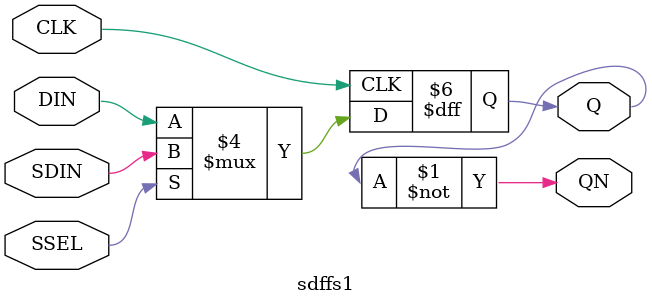
<source format=v>

module top ( CK, g100, g101, g102, g103, g10377, g10379, g104, g10455, 
        g10457, g10459, g10461, g10463, g10465, g10628, g10801, g109, g11163, 
        g11206, g11489, g1170, g1173, g1176, g1179, g1182, g1185, g1188, g1191, 
        g1194, g1197, g1200, g1203, g1696, g1700, g1712, g18, g1957, g1960, 
        g1961, g23, g2355, g2601, g2602, g2603, g2604, g2605, g2606, g2607, 
        g2608, g2609, g2610, g2611, g2612, g2648, g27, g28, g29, g2986, g30, 
        g3007, g3069, g31, g3327, g41, g4171, g4172, g4173, g4174, g4175, 
        g4176, g4177, g4178, g4179, g4180, g4181, g4191, g4192, g4193, g4194, 
        g4195, g4196, g4197, g4198, g4199, g42, g4200, g4201, g4202, g4203, 
        g4204, g4205, g4206, g4207, g4208, g4209, g4210, g4211, g4212, g4213, 
        g4214, g4215, g4216, g43, g44, g45, g46, g47, g48, g4887, g4888, g5101, 
        g5105, g5658, g5659, g5816, g6253, g6254, g6255, g6256, g6257, g6258, 
        g6259, g6260, g6261, g6262, g6263, g6264, g6265, g6266, g6267, g6268, 
        g6269, g6270, g6271, g6272, g6273, g6274, g6275, g6276, g6277, g6278, 
        g6279, g6280, g6281, g6282, g6283, g6284, g6285, g6842, g6920, g6926, 
        g6932, g6942, g6949, g6955, g741, g742, g743, g744, g750, g7744, g8061, 
        g8062, g82, g8271, g83, g8313, g8316, g8318, g8323, g8328, g8331, 
        g8335, g8340, g8347, g8349, g8352, g84, g85, g8561, g8562, g8563, 
        g8564, g8565, g8566, g86, g87, g872, g873, g877, g88, g881, g886, g889, 
        g89, g892, g895, g8976, g8977, g8978, g8979, g898, g8980, g8981, g8982, 
        g8983, g8984, g8985, g8986, g90, g901, g904, g907, g91, g910, g913, 
        g916, g919, g92, g922, g925, g93, g94, g9451, g95, g96, g99, g9961, 
        testse, testsi, testso );
  input CK, g100, g101, g102, g103, g104, g109, g1170, g1173, g1176, g1179,
         g1182, g1185, g1188, g1191, g1194, g1197, g1200, g1203, g1696, g1700,
         g1712, g18, g1960, g1961, g23, g27, g28, g29, g30, g31, g41, g42, g43,
         g44, g45, g46, g47, g48, g741, g742, g743, g744, g750, g82, g83, g84,
         g85, g86, g87, g872, g873, g877, g88, g881, g886, g889, g89, g892,
         g895, g898, g90, g901, g904, g907, g91, g910, g913, g916, g919, g92,
         g922, g925, g93, g94, g95, g96, g99, testse, testsi;
  output g10377, g10379, g10455, g10457, g10459, g10461, g10463, g10465,
         g10628, g10801, g11163, g11206, g11489, g1957, g2355, g2601, g2602,
         g2603, g2604, g2605, g2606, g2607, g2608, g2609, g2610, g2611, g2612,
         g2648, g2986, g3007, g3069, g3327, g4171, g4172, g4173, g4174, g4175,
         g4176, g4177, g4178, g4179, g4180, g4181, g4191, g4192, g4193, g4194,
         g4195, g4196, g4197, g4198, g4199, g4200, g4201, g4202, g4203, g4204,
         g4205, g4206, g4207, g4208, g4209, g4210, g4211, g4212, g4213, g4214,
         g4215, g4216, g4887, g4888, g5101, g5105, g5658, g5659, g5816, g6253,
         g6254, g6255, g6256, g6257, g6258, g6259, g6260, g6261, g6262, g6263,
         g6264, g6265, g6266, g6267, g6268, g6269, g6270, g6271, g6272, g6273,
         g6274, g6275, g6276, g6277, g6278, g6279, g6280, g6281, g6282, g6283,
         g6284, g6285, g6842, g6920, g6926, g6932, g6942, g6949, g6955, g7744,
         g8061, g8062, g8271, g8313, g8316, g8318, g8323, g8328, g8331, g8335,
         g8340, g8347, g8349, g8352, g8561, g8562, g8563, g8564, g8565, g8566,
         g8976, g8977, g8978, g8979, g8980, g8981, g8982, g8983, g8984, g8985,
         g8986, g9451, g9961, testso;
  wire   g2355, g4191, g4192, g4193, g4194, g4195, g4196, g4197, g4198, g4199,
         g4200, g4201, g4202, g4203, g4204, g4205, g4206, g4207, g4208, g4209,
         g4210, g4211, g4212, g4213, g4214, g4215, g4216, g4887, g4888, g6253,
         g6254, g6255, g6256, g6257, g6258, g6259, g6260, g6261, g6262, g6263,
         g6264, g6265, g6266, g6267, g6268, g6269, g6270, g6271, g6272, g6273,
         g6274, g6275, g6276, g6277, g6278, g6279, g6280, g6281, g6282, g6283,
         g6284, g6285, g7744, g8061, g8062, g8271, g8561, g8562, g8563, g8564,
         g8565, g8566, g8984, g9961, n2061, n2074, g9930, n1975, n1982, g9895,
         n1948, n1983, g9827, n1980, g9826, n1953, g9825, g9824, g9823, g9822,
         g9821, g9820, n1978, n1987, g9819, g9818, n1985, g9356, n2008, g9355,
         n1993, n1954, g9354, g9353, n2028, n1932, n1957, g9352, g9351, g9350,
         n2010, n1956, n1935, g9349, g9348, n1989, g9347, n2009, g9346, n1994,
         n1955, g9345, g9344, n2029, n1933, n1958, g9343, g9342, g9341, n1968,
         n2039, n1936, g9340, g9339, g9338, n1981, g8993, g8992, g8991, g8990,
         g8989, g8988, g8987, g8874, n1974, g8873, n1976, n1929, g8872, g8871,
         n1949, g8870, g8869, g8868, g8782, g8781, g4190, g4187, g4186, g4189,
         g4188, g4185, g4184, g2613, g5656, g8780, g8695, g8694, g8573, g8572,
         n2045, g8571, n2046, g8570, n2007, g8569, n2047, \DFF436/net723 ,
         g8568, n2043, g8567, n2055, g8450, g8449, g8448, g8447, g8446, g8445,
         g8444, g8443, g8442, g8441, g8440, g8439, g8438, n1991, g8437, g8436,
         g8435, g8434, g8433, g8432, g8431, g8430, g8429, g8428, g8427, n1937,
         g7750, g8426, n1992, g7752, g8425, n1959, g7753, g8424, g7754, g8423,
         g7755, g8422, n1960, g7756, g8421, n1996, g7757, g8420, n1961, g7758,
         g8419, n1938, g7759, g8418, g7751, g8288, g8287, g8286, g8285, g8284,
         g8283, g8282, g8281, g8280, n1952, g8279, g8278, g8277, g8276, g8274,
         n2049, g8273, n2056, g8272, n1925, n1926, g7749, n2017, n2023, n2034,
         n2018, n2035, n2019, n2036, n2020, n2037, n2021, n2038, n2022, g8080,
         g8079, g7329, g8078, g7335, g8077, g8076, g8067, g8066, g8065, g8064,
         g8063, n1951, g7817, g7816, g7815, g7814, g7813, n1984, g7812, g7811,
         g7810, g7809, \DFF452/net739 , g7808, g7807, g7806, g7805, g7804,
         g7803, g7802, g7801, g7800, g7799, g7798, g7786, n2050, g7785, n2057,
         g7784, g7783, g7782, g7781, g7780, g7779, g7778, g7777, g7776, g7775,
         g7774, g7773, g7772, g7771, g7770, g7769, g7768, g7767, g7766, g7765,
         g7764, g7763, g7762, g7761, g7760, g7746, g7748, g7747, g7745, g7366,
         g7365, g7364, g7363, g7362, g7361, g7360, g7359, g7358, g7357, g7356,
         g7355, g7354, g7353, g7352, g7351, g7350, g7349, g7348, g7347, g7346,
         g7345, g7344, g7343, g7342, g7341, g7340, g7339, g7338, g7337, g7336,
         g7334, g7333, g7332, g7331, g7330, g7328, g7326, g7327, n2012, g7325,
         g7324, n1963, g7323, g7322, n1946, g7321, g6825, g7319, g7318, n2041,
         g7317, g7316, n2001, g7315, g7314, n1962, g7313, g7312, n1972, g7311,
         n2040, g7310, g7309, g7308, n1947, g7307, n1939, g7306, g7305, n2002,
         g7304, g6836, n1995, g7303, g7302, g7301, g7300, g7299, g7298, g7297,
         g7296, g7295, g7294, g7293, g7292, g7291, g7290, g7289, g7288, g7287,
         g7285, g6845, g6844, g4907, g6843, g4901, g6837, g6835, g6818, n2011,
         g6817, g6816, g6815, g6814, \DFF126/net413 , g6813, g6812, g6811,
         g6810, g6809, g6808, g6807, g6806, g6805, g6804, g6803, g6802, g6800,
         n1990, n1999, g4183, g4182, g6801, g2639, g745, g6799, n2058, g6798,
         n2051, g6797, g6339, n2025, g6337, g6336, g1710, g6330, g6313, g6312,
         n1970, g6311, n1944, g6310, n2013, g6309, n1971, g6308, n1945, g6307,
         n2014, g6306, n2015, g6305, n2016, g6304, n1988, g6303, g6302, g6301,
         g6300, g6299, n1969, g5673, g4906, \DFF489/net776 , g5671,
         \DFF330/net617 , g5670, \DFF385/net672 , g5669, g5668, g5667, g5666,
         g5665, g5664, g5663, g5662, g5661, g5660, g5657, g4894,
         \DFF157/net444 , g632, g5655, \DFF136/net423 , g5654,
         \DFF336/net623 , \DFF275/net562 , g4897, g4895, g3329, g1737,
         g11657, n2000, g4898, g11656, g11655, g11654, g11653, g11642, n1930,
         n1977, n1950, g11635, g11634, g11633, g11632, g11631, g11630, g11629,
         g11628, g11627, g1317, g11611, g11594, g11513, n2073, g11512, g11511,
         g11510, g11509, g11508, g11507, g11506, g11505, g11473, g11472, n2044,
         g11471, g11470, g11469, g11468, g11467, g11466, \DFF441/net728 ,
         g11443, n2048, n2031, n2052, g11442, g11441, g11440, g11439, g11409,
         g10774, g11408, g2731, g5672, g1850, n1986, g11406, g11405, g11404,
         g11403, g11402, g11401, g11400, g11399, g11398, g11338, g11337,
         g11336, g11335, g11334, g11333, g11332, g11331, g11330, g11329,
         g11328, g11327, g11326, g11325, g11324, n2032, n2053, g11270, g11269,
         g11268, g11267, g11266, g11265, g11264, g11263, g11262, g11261,
         g11260, g11259, g11258, g11257, g11256, g11185, g11184, g11183,
         g11182, g11181, g11180, n2033, n2054, g11052, g11051, g11050, g11049,
         g11048, g11047, g11044, g11043, g11042, g11041, g11040, g11039,
         g11038, g11037, g11036, g11035, n1979, g11034, g11033, g10882, g10881,
         g10880, g10879, g10878, g10877, g10876, g10875, g10874, n2030,
         \DFF194/net481 , g6846, g1765, g757, \DFF121/net408 ,
         \DFF93/net380 , g16, g37, g7, g17, g8, \DFF228/net515 ,
         \DFF242/net529 , \DFF384/net671 , \DFF319/net606 , g1360, g5645,
         g5647, g5648, g755, g5649, g874, g113, g875, g5643, g5646, g2044,
         g2638, g1217, g1955, g5644, g5652, g5650, g1356, g5651, g1956, g1736,
         n514, n516, n517, n518, n520, n521, n522, n523, n524, n525, n526,
         n527, n528, n529, n530, n531, n532, n533, n534, n535, n536, n537,
         n538, n539, n540, n541, n542, n543, n544, n545, n546, n547, n548,
         n549, n550, n551, n552, n553, n554, n555, n556, n557, n558, n559,
         n560, n561, n562, n563, n564, n565, n566, n567, n568, n569, n570,
         n571, n572, n573, n574, n575, n576, n577, n578, n579, n580, n581,
         n582, n583, n584, n585, n586, n587, n588, n589, n590, n591, n592,
         n593, n594, n595, n596, n597, n598, n599, n600, n601, n602, n603,
         n604, n605, n606, n607, n608, n609, n610, n611, n612, n613, n614,
         n615, n616, n617, n618, n619, n620, n621, n622, n623, n624, n625,
         n626, n627, n628, n629, n630, n631, n632, n633, n634, n635, n636,
         n637, n638, n639, n640, n641, n642, n643, n644, n645, n646, n647,
         n649, n650, n651, n652, n653, n654, n655, n656, n657, n658, n659,
         n660, n661, n662, n663, n664, n665, n666, n667, n668, n669, n670,
         n671, n672, n673, n674, n675, n676, n677, n678, n679, n680, n681,
         n682, n683, n684, n685, n686, n687, n688, n689, n690, n691, n692,
         n693, n694, n695, n696, n697, n698, n699, n700, n701, n702, n703,
         n704, n705, n706, n707, n708, n709, n710, n711, n712, n713, n714,
         n715, n716, n717, n718, n719, n720, n721, n722, n723, n724, n725,
         n726, n727, n728, n729, n730, n731, n732, n733, n734, n735, n736,
         n737, n738, n739, n740, n741, n742, n743, n744, n745, n746, n747,
         n748, n749, n750, n751, n752, n753, n754, n755, n756, n757, n758,
         n759, n760, n761, n762, n763, n764, n765, n766, n767, n768, n769,
         n770, n771, n772, n773, n774, n775, n776, n777, n778, n779, n780,
         n781, n782, n783, n784, n785, n786, n787, n788, n789, n790, n791,
         n792, n793, n794, n795, n796, n797, n798, n799, n800, n801, n802,
         n803, n804, n805, n806, n807, n808, n809, n810, n811, n812, n813,
         n814, n815, n816, n817, n818, n819, n820, n821, n822, n823, n824,
         n825, n826, n827, n828, n829, n830, n831, n832, n833, n834, n835,
         n836, n837, n838, n839, n840, n841, n842, n843, n844, n845, n846,
         n847, n848, n849, n850, n851, n852, n853, n854, n855, n856, n857,
         n858, n859, n860, n861, n862, n863, n864, n865, n866, n867, n868,
         n869, n870, n872, n873, n874, n876, n877, n878, n879, n880, n881,
         n882, n883, n884, n885, n886, n887, n888, n889, n890, n891, n892,
         n893, n894, n895, n896, n897, n898, n899, n900, n901, n902, n903,
         n904, n905, n906, n907, n908, n909, n910, n911, n912, n913, n914,
         n915, n916, n917, n918, n919, n920, n921, n922, n923, n924, n925,
         n926, n927, n928, n929, n930, n931, n932, n933, n934, n935, n936,
         n937, n938, n939, n940, n941, n942, n943, n944, n945, n946, n947,
         n948, n949, n950, n951, n952, n953, n954, n955, n956, n957, n958,
         n959, n960, n961, n962, n963, n964, n965, n966, n967, n968, n969,
         n970, n971, n972, n973, n974, n975, n976, n977, n978, n979, n980,
         n981, n982, n983, n984, n985, n986, n987, n988, n989, n990, n991,
         n992, n993, n994, n995, n996, n997, n998, n999, n1000, n1001, n1002,
         n1003, n1004, n1005, n1006, n1007, n1008, n1009, n1010, n1011, n1012,
         n1013, n1014, n1015, n1016, n1017, n1018, n1019, n1020, n1021, n1022,
         n1023, n1024, n1025, n1026, n1027, n1028, n1029, n1030, n1031, n1032,
         n1033, n1034, n1035, n1036, n1037, n1038, n1039, n1040, n1041, n1042,
         n1043, n1044, n1045, n1046, n1047, n1048, n1049, n1050, n1051, n1052,
         n1053, n1054, n1055, n1056, n1057, n1058, n1059, n1060, n1061, n1062,
         n1063, n1064, n1065, n1066, n1067, n1068, n1069, n1070, n1071, n1072,
         n1073, n1074, n1075, n1076, n1077, n1078, n1079, n1080, n1081, n1082,
         n1083, n1084, n1085, n1086, n1087, n1088, n1089, n1090, n1091, n1092,
         n1093, n1094, n1095, n1096, n1097, n1098, n1099, n1100, n1101, n1102,
         n1103, n1104, n1105, n1106, n1107, n1108, n1109, n1110, n1111, n1112,
         n1113, n1114, n1115, n1116, n1117, n1118, n1119, n1120, n1121, n1122,
         n1123, n1124, n1125, n1126, n1127, n1128, n1129, n1130, n1131, n1132,
         n1133, n1134, n1135, n1136, n1137, n1138, n1139, n1140, n1141, n1142,
         n1143, n1144, n1145, n1146, n1147, n1148, n1149, n1150, n1151, n1152,
         n1153, n1154, n1155, n1156, n1157, n1158, n1159, n1160, n1161, n1162,
         n1163, n1164, n1165, n1166, n1167, n1168, n1169, n1170, n1171, n1172,
         n1173, n1174, n1175, n1176, n1177, n1178, n1179, n1180, n1181, n1182,
         n1183, n1184, n1185, n1186, n1187, n1188, n1189, n1190, n1191, n1192,
         n1193, n1194, n1195, n1196, n1197, n1198, n1199, n1200, n1201, n1202,
         n1203, n1204, n1205, n1206, n1207, n1208, n1209, n1210, n1211, n1212,
         n1213, n1214, n1215, n1216, n1217, n1218, n1219, n1220, n1221, n1222,
         n1223, n1224, n1225, n1226, n1227, n1228, n1229, n1230, n1231, n1232,
         n1233, n1234, n1235, n1236, n1237, n1238, n1239, n1240, n1241, n1242,
         n1243, n1244, n1245, n1246, n1247, n1248, n1249, n1250, n1251, n1252,
         n1253, n1254, n1255, n1256, n1257, n1258, n1259, n1260, n1261, n1262,
         n1263, n1264, n1265, n1266, n1267, n1268, n1269, n1270, n1271, n1272,
         n1273, n1274, n1275, n1276, n1277, n1278, n1279, n1280, n1281, n1282,
         n1283, n1284, n1285, n1286, n1287, n1288, n1289, n1290, n1291, n1292,
         n1293, n1294, n1295, n1296, n1297, n1298, n1299, n1300, n1301, n1302,
         n1303, n1304, n1305, n1306, n1307, n1308, n1309, n1310, n1311, n1312,
         n1313, n1314, n1315, n1316, n1317, n1318, n1319, n1320, n1321, n1322,
         n1323, n1324, n1325, n1326, n1327, n1328, n1329, n1330, n1331, n1332,
         n1333, n1334, n1335, n1336, n1337, n1338, n1339, n1340, n1341, n1342,
         n1343, n1344, n1345, n1346, n1347, n1348, n1349, n1350, n1351, n1352,
         n1353, n1354, n1355, n1356, n1357, n1358, n1359, n1360, n1361, n1362,
         n1363, n1364, n1365, n1366, n1367, n1368, n1369, n1370, n1371, n1372,
         n1373, n1374, n1375, n1376, n1377, n1378, n1379, n1380, n1381, n1382,
         n1383, n1384, n1385, n1386, n1387, n1388, n1389, n1390, n1391, n1392,
         n1393, n1394, n1395, n1396, n1397, n1398, n1399, n1400, n1401, n1402,
         n1403, n1404, n1405, n1406, n1407, n1408, n1409, n1410, n1411, n1412,
         n1413, n1414, n1415, n1416, n1417, n1418, n1419, n1420, n1421, n1422,
         n1423, n1424, n1425, n1426, n1427, n1428, n1429, n1430, n1431, n1432,
         n1433, n1434, n1435, n1436, n1437, n1438, n1439, n1440, n1441, n1442,
         n1443, n1444, n1445, n1446, n1447, n1448, n1449, n1450, n1451, n1452,
         n1453, n1454, n1455, n1456, n1457, n1458, n1459, n1460, n1461, n1462,
         n1463, n1464, n1465, n1466, n1467, n1468, n1469, n1470, n1471, n1472,
         n1473, n1474, n1475, n1476, n1477, n1478, n1479, n1480, n1481, n1482,
         n1483, n1484, n1485, n1486, n1487, n1488, n1489, n1490, n1491, n1492,
         n1493, n1494, n1495, n1496, n1497, n1498, n1499, n1500, n1501, n1502,
         n1503, n1504, n1505, n1506, n1507, n1508, n1509, n1510, n1511, n1512,
         n1513, n1514, n1515, n1516, n1517, n1518, n1519, n1520, n1521, n1522,
         n1523, n1524, n1525, n1526, n1527, n1528, n1529, n1530, n1531, n1532,
         n1533, n1534, n1535, n1536, n1537, n1538, n1539, n1540, n1541, n1542,
         n1543, n1544, n1545, n1546, n1547, n1548, n1549, n1550, n1551, n1552,
         n1553, n1554, n1555, n1556, n1557, n1558, n1559, n1560, n1561, n1562,
         n1563, n1564, n1565, n1566, n1567, n1568, n1569, n1570, n1571, n1572,
         n1573, n1574, n1575, n1576, n1577, n1578, n1579, n1580, n1581, n1582,
         n1583, n1584, n1585, n1586, n1587, n1588, n1589, n1590, n1591, n1592,
         n1593, n1594, n1595, n1596, n1597, n1598, n1599, n1600, n1601, n1602,
         n1603, n1604, n1605, n1606, n1607, n1608, n1609, n1610, n1611, n1612,
         n1613, n1614, n1615, n1616, n1617, n1618, n1619, n1620, n1621, n1622,
         n1623, n1624, n1625, n1626, n1627, n1628, n1629, n1630, n1631, n1632,
         n1633, n1634, n1635, n1636, n1637, n1638, n1639, n1640, n1641, n1642,
         n1643, n1644, n1645, n1646, n1647, n1648, n1649, n1650, n1651, n1652,
         n1653, n1654, n1655, n1656, n1657, n1658, n1659, n1660, n1661, n1662,
         n1663, n1664, n1665, n1666, n1667, n1668, n1669, n1670, n1671, n1672,
         n1673, n1674, n1675, n1676, n1677, n1678, n1679, n1680, n1681, n1682,
         n1683, n1684, n1685, n1686, n1687, n1688, n1689, n1690, n1691, n1692,
         n1693, n1694, n1695, n1696, n1697, n1698, n1699, n1700, n1701, n1702,
         n1703, n1704, n1705, n1706, n1707, n1708, n1709, n1710, n1711, n1712,
         n1713, n1714, n1715, n1716, n1717, n1718, n1719, n1720, n1721, n1722,
         n1723, n1724, n1725, n1726, n1727, n1728, n1729, n1730, n1731, n1732,
         n1733, n1734, n1735, n1736, n1737, n1738, n1739, n1740, n1741, n1742,
         n1743, n1744, n1745, n1746, n1747, n1748, n1749, n1750, n1751, n1752,
         n1753, n1754, n1755, n1756, n1757, n1758, n1759, n1760, n1761, n1762,
         n1763, n1764, n1765, n1766, n1767, n1768, n1769, n1770, n1771, n1772,
         n1773, n1774, n1775, n1776, n1777, n1778, n1779, n1780, n1781, n1782,
         n1783, n1784, n1785, n1786, n1787, n1788, n1789, n1790, n1791, n1792,
         n1793, n1794, n1795, n1796, n1797, n1798, n1799, n1800, n1801, n1802,
         n1803, n1804, n1805, n1806, n1807, n1808, n1809, n1810, n1811, n1812,
         n1813, n1814, n1815, n1816, n1817, n1818, n1819, n1820, n1821, n1822,
         n1823, n1824, n1825, n1826, n1827, n1828, n1829, n1830, n1831, n1832,
         n1833, n1834, n1835, n1836, n1837, n1838, n1839, n1840, n1841, n1842,
         n1843, n1844, n1845, n1846, n1847, n1848, n1849, n1850, n1851, n1852,
         n1853, n1854, n1855, n1856, n1857, n1858, n1859, n1860, n1861, n1862,
         n1863, n1864, n1865, n1866, n1867, n1868, n1869, n1870, n1871, n1872,
         n1873, n1874, n1875, n1876, n1877, n1878, n1879, n1880, n1881, n1882,
         n1883, n1884, n1885, n1886, n1887, n1888, n1889, n1890, n1891, n1892,
         n1893, n1894, n1895, n1896, n1897, n1898, n1899, n1900, n1901, n1902,
         n1903, n1904, n1905, n1906, n1907, n1908, n1909, n1910, n1911, n1912,
         n1913, n1914, n1915, n1916, n1917, n1918, n1919, n1920, n1921, n1922,
         n1923, n1924, n1927, n1928, n1931, n1934, n1940, n1941, n1942, n1943,
         n1964, n1965, n1966, n1967, n1973, n1997, n1998, n2003, n2004, n2005,
         n2006, n2024, n2026, n2027, n2042, n2059, n2060, n2062, n2063, n2064,
         n2065, n2066, n2067, n2068, n2069, n2070, n2071, n2072, n2075, n2076,
         n2077, n2078, n2079, n2080, n2081, n2082, n2083, n2084, n2085, n2086,
         n2087, n2088, n2089, n2090, n2091, n2092, n2093, n2094, n2095, n2096,
         n2097, n2098, n2099, n2100, n2101, n2102, n2103, n2104, n2105, n2106,
         n2107, n2108, n2109, n2110, n2111, n2112, n2113, n2114, n2115, n2116,
         n2117, n2118, n2119, n2120, n2121, n2122, n2123, n2124, n2125, n2126,
         n2127, n2128, n2129, n2130, n2131, n2132, n2133, n2134, n2135, n2136,
         n2137, n2138, n2139, n2140, n2141, n2142, n2143, n2144, n2145, n2146,
         n2147, n2148, n2149, n2150, n2151, n2152, n2153, n2154, n2155, n2156,
         n2157, n2158, n2159, n2160, n2161, n2162, n2163, n2164, n2165, n2166,
         n2167, n2168, n2169, n2170, n2171, n2172, n2173, n2174, n2175, n2176,
         n2177, n2178, n2179, n2180, n2181, n2182, n2183, n2184, n2185, n2186,
         n2187, n2188, n2189, n2190, n2191, n2192, n2193, n2194, n2195, n2196,
         n2197, n2198, n2199, n2200, n2201, n2202, n2203, n2204, n2205, n2206,
         n2207, n2208, n2209, n2210, n2211, n2212, n2213, n2214, n2215, n2216,
         n2217, n2218, n2219, n2220, n2221, n2222, n2223, n2224, n2225, n2226,
         n2227, n2228, n2229, n2230, n2231, n2232, n2233, n2234, n2235, n2236,
         n2237, n2238, n2239, n2240, n2241, n2242, n2243, n2244, n2245, n2246,
         n2247, n2248, n2249, n2250, n2251, n2252, n2253, n2254, n2255, n2256,
         n2257, n2258, n2259, n2260, n2261, n2262, n2263, n2264, n2265, n2266,
         n2267, n2268, n2269, n2270, n2271, n2272, n2273, n2274, n2275, n2276,
         n2277, n2278, n2279, n2280, n2281, n2282, n2283, n2284, n2285, n2286,
         n2287, n2288, n2289, n2290, n2291, n2292, n2293, n2294, n2295, n2296,
         n2297, n2298, n2299, n2300, n2301, n2302, n2303, n2304, n2305, n2306,
         n2307, n2308, n2309, n2310, n2311, n2312, n2313, n2314, n2315, n2316,
         n2317, n2318, n2319, n2320, n2321, n2322, n2323, n2324, n2325, n2326,
         n2327, n2328, n2329, n2330, n2331, n2332, n2333, n2334, n2335, n2336,
         n2337, n2338, n2339, n2340, n2341, n2342, n2343, n2344, n2345, n2346,
         n2347, n2348, n2349, n2350, n2351, n2352, n2353, n2354, n2355, n2356,
         n2357, n2358, n2359, n2360, n2361, n2362, n2363, n2364, n2365, n2366,
         n2367, n2368, n2369, n2370, n2371, n2372, n2373, n2374, n2375, n2376,
         n2377, n2378, n2379, n2380, n2381, n2382, n2383, n2384, n2385, n2386,
         n2387, n2388, n2389, n2390, n2391, n2392, n2393, n2394, n2395, n2396,
         n2397, n2398, n2399, n2400, n2401, n2402, n2403, n2404, n2405, n2406,
         n2407, n2408, n2409, n2410, n2411, n2412, n2413, n2414, n2415, n2416,
         n2417, n2418, n2419, n2420, n2421, n2422, n2423, n2424, n2425, n2426,
         n2427, n2428, n2429, n2430, n2431, n2432, n2433, n2434, n2435, n2436,
         n2437, n2438, n2439, n2440, n2441, n2442, n2443, n2444, n2445, n2446,
         n2447, n2448, n2449, n2450, n2451, n2452, n2453, n2454, n2455, n2456,
         n2457, n2458, n2459, n2460, n2461, n2462, n2463, n2464, n2465, n2466,
         n2467, n2468, n2469, n2470, n2471, n2472, n2473, n2474, n2475, n2476,
         n2477, n2478, n2479, n2480, n2481, n2482, n2483, n2484, n2485, n2486,
         n2487, n2488, n2489, n2490, n2491, n2492, n2493, n2494, n2495, n2496,
         n2497, n2498, n2499, n2500, n2501, n2502, n2503, n2504, n2505, n2506,
         n2507, n2508, n2509, n2510, n2511, n2512, n2513, n2514, n2515, n2516,
         n2517, n2518, n2519, n2520, n2521, n2522, n2523, n2524, n2525, n2526,
         n2527, n2528, n2529, n2530, n2531, n2532, n2533, n2534, n2535, n2536,
         n2537, n2538, n2539, n2540, n2541, n2542, n2543, n2544, n2545, n2546,
         n2547, n2548, n2549, n2550, n2551, n2552, n2553, n2554, n2555, n2556,
         n2557, n2558, n2559, n2560, n2561, n2562, n2563, n2564, n2565, n2566,
         n2567, n2568, n2569, n2570, n2571, n2572, n2573, n2574, n2575, n2576,
         n2577, n2578, n2579, n2580, n2581, n2582, n2583, n2584, n2585, n2586,
         n2587, n2588, n2589, n2590, n2591, n2592, n2593, n2594, n2595, n2596,
         n2597, n2598, n2599, n2600, n2601, n2602, n2603, n2604, n2605, n2606,
         n2607, n2608, n2609, n2610, n2611, n2612, n2613, n2614, n2615, n2616,
         n2617, n2618, n2619, n2620, n2621, n2622, n2623, n2624, n2625, n2626,
         n2627, n2628, n2629, n2630, n2631, n2632, n2633, n2634, n2635, n2636,
         n2637, n2638, n2639, n2640, n2641, n2642, n2643, n2644, n2645, n2646,
         n2647, n2648, n2649, n2650, n2651, n2652, n2653, n2654, n2655, n2656,
         n2657, n2658, n2659, n2660, n2661, n2662, n2663, n2664, n2665, n2666,
         n2667, n2668, n2669, n2670, n2671, n2672, n2673, n2674, n2675, n2676,
         n2677, n2678, n2679, n2680, n2681, n2682, n2683, n2684, n2685, n2686,
         n2687, n2688, n2689, n2690, n2691, n2692, n2693, n2694, n2695, n2696,
         n2697, n2698, n2699, n2700, n2701, n2702, n2703, n2704, n2705, n2706,
         n2707, n2708, n2709, n2710, n2711, n2712, n2713, n2714, n2715, n2716,
         n2717, n2718, n2719, n2720, n2721, n2722, n2723, n2724, n2725, n2726,
         n2727, n2728, n2729, n2730, n2731, n2732, n2733, n2734, n2735, n2736,
         n2737, n2738, n2739, n2740, n2741, n2742, n2743, n2744, n2745, n2746,
         n2747, n2748, n2749, n2750, n2751, n2752, n2753, n2754, n2755, n2756,
         n2757, n2758, n2759, n2760, n2761, n2762, n2763, n2764, n2765, n2766,
         n2767, n2768, n2769, n2770, n2771, n2772, n2773, n2774, n2775, n2776,
         n2777, n2778, n2779, n2780, n2781, n2782, n2783, n2784, n2785, n2786,
         n2787, n2788, n2789, n2790, n2791, n2792, n2793, n2794, n2795, n2796,
         n2797, n2798, n2799, n2800, n2801, n2802, n2803, n2804, n2805, n2806,
         n2807, n2808, n2809, n2810, n2811, n2812, n2813, n2814, n2815, n2816,
         n2817, n2818, n2819, n2820, n2821, n2822, n2823, n2824, n2825, n2826,
         n2827, n2828, n2829, n2830, n2831, n2832, n2833, n2834, n2835, n2836,
         n2837, n2838, n2839, n2840, n2841, n2842, n2843, n2844, n2845, n2846,
         n2847, n2848, n2849, n2850, n2851, n2852, n2853, n2854, n2855, n2856,
         n2857, n2858, n2859, n2860, n2861, n2862, n2863, n2864, n2865, n2866,
         n2867, n2868, n2869, n2870, n2871, n2874, n2875, n2876, n2877, n2878,
         n2879, n2880, n2881, n2882, n2883, n2884, n2885, n2886, n2887, n2888,
         n2889, n2890, n2891, n2892, n2893, n2894, n2895, n2896, n2897, n2898,
         n2899, n2900, n2901, n2902, n2903, n2904, n2905, n2906, n2907, n2908,
         n2909, n2910, n2911, n2912, n2913, n2914, n2915, n2916, n2917, n2918,
         n2919, n2920, n2921, n2922, n2923, n2924, n2925, n2926, n2927, n2928,
         n2929, n2930, n2931, n2932, n2933, n2934, n2935, n2936, n2937, n2938,
         n2939, n2940, n2941, n2942, n2943, n2944, n2945, n2946, n2947, n2948,
         n2949, n2950, n2951, n2952, n2953, n2954, n2955, n2956, n2957, n2958,
         n2959, n2960, n2961, n2962, n2963, n2964, n2965, n2966, n2967, n2968,
         n2969, n2970, n2971, n2972, n2973, n2974, n2975, n2976, n2977, n2978,
         n2979, n2980, n2981, n2982, n2983, n2984, n2985, n2986, n2987, n2988,
         n2989, n2990, n2991, n2992, n2993, n2994, n2995, n2996, n2997, n2998,
         n2999, n3000, n3001, n3002, n3003, n3004, n3005, n3006, n3007, n3008,
         n3009, n3010, n3011, n3012, n3013, n3014, n3015, n3016, n3017, n3018,
         n3019, n3020, n3021, n3022, n3023, n3024, n3025, n3026, n3027, n3028,
         n3029, n3030, n3031, n3032, n3033, n3034, n3035, n3036, n3037, n3038,
         n3039, n3040, n3041, n3042, n3043, n3044, n3045, n3046, n3047, n3048,
         n3049, n3050, n3051, n3052, n3053, n3054, n3055, n3056, n3057, n3058,
         n3059, n3060, n3061, n3062, n3063, n3064, n3065, n3066, n3067, n3068,
         n3069, n3070, n3071, n3072, n3073, n3074, n3075, n3076, n3077, n3078,
         n3079, n3080, n3081, n3082, n3083, n3084, n3085, n3086, n3087, n3088,
         n3089, n3090, n3091, n3092, n3093, n3094, n3095, n3096, n3097, n3098,
         n3099, n3100, n3101, n3102, n3103, n3104, n3105, n3106, n3107, n3108,
         n3109, n3110, n3111, n3112, n3113, n3114, n3115, n3116, n3117, n3118,
         n3119, n3120, n3121, n3122, n3123, n3124, n3125, n3126, n3127, n3128,
         n3129, n3130, n3131, n3132, n3133, n3134, n3135, n3136, n3137, n3138,
         n3139, n3140, n3141, n3142, n3143, n3144, n3145, n3146, n3147, n3148,
         n3149, n3150, n3151, n3152, n3153, n3154, n3155, n3156, n3157, n3158,
         n3159, n3160, n3161, n3162, n3163, n3164, n3165, n3166, n3167, n3168,
         n3169, n3170, n3171, n3172, n3173, n3174, n3175, n3176, n3177, n3178,
         n3179, n3180, n3181, n3182, n3183, n3184, n3185, n3186, n3187, n3188,
         n3189, n3190, n3191, n3192, n3193, n3194, n3195, n3196, n3197, n3198,
         n3199, n3200, n3201, n3202, n3203, n3204, n3205, n3206, n3207, n3208,
         n3209, n3210, n3211, n3212, n3213, n3214, n3215, n3216, n3217, n3218,
         n3219, n3220, n3221, n3222, n3223, n3224, n3225, n3226, n3227, n3228,
         n3229, n3230, n3231, n3232, n3233, n3234, n3235, n3236, n3237, n3238,
         n3239, n3240, n3241, n3242, n3243, n3244, n3245, n3246, n3247, n3248,
         n3249, n3250, n3251, n3252, n3253, n3254, n3255, n3256, n3257, n3258,
         n3259, n3260, n3261, n3262, n3263, n3264, n3265, n3266, n3267, n3268,
         n3269, n3270, n3271, n3272, n3273, n3274, n3275, n3276, n3277;
  assign g11489 = 1'b0;
  assign g2355 = g18;
  assign g4191 = g886;
  assign g4192 = g889;
  assign g4193 = g892;
  assign g4194 = g895;
  assign g4195 = g898;
  assign g4196 = g925;
  assign g4197 = g901;
  assign g4198 = g904;
  assign g4199 = g907;
  assign g4200 = g910;
  assign g4201 = g913;
  assign g4202 = g916;
  assign g4203 = g919;
  assign g4204 = g922;
  assign g4205 = g1170;
  assign g4206 = g1197;
  assign g4207 = g1200;
  assign g4208 = g1203;
  assign g4209 = g1173;
  assign g4210 = g1176;
  assign g4211 = g1179;
  assign g4212 = g1182;
  assign g4213 = g1185;
  assign g4214 = g1188;
  assign g4215 = g1191;
  assign g4216 = g1194;
  assign g4887 = g1961;
  assign g4888 = g1960;
  assign g6253 = g29;
  assign g6254 = g30;
  assign g6255 = g31;
  assign g6256 = g41;
  assign g6257 = g42;
  assign g6258 = g43;
  assign g6259 = g44;
  assign g6260 = g45;
  assign g6261 = g46;
  assign g6262 = g47;
  assign g6263 = g48;
  assign g6264 = g82;
  assign g6265 = g83;
  assign g6266 = g84;
  assign g6267 = g85;
  assign g6268 = g86;
  assign g6269 = g87;
  assign g6270 = g88;
  assign g6271 = g89;
  assign g6272 = g90;
  assign g6273 = g91;
  assign g6274 = g92;
  assign g6275 = g93;
  assign g6276 = g94;
  assign g6277 = g95;
  assign g6278 = g96;
  assign g6279 = g99;
  assign g6280 = g100;
  assign g6281 = g101;
  assign g6282 = g102;
  assign g6283 = g103;
  assign g6284 = g104;
  assign g6285 = g28;
  assign g7744 = g27;
  assign g5101 = g8061;
  assign g8061 = g872;
  assign g5105 = g8062;
  assign g8062 = g873;
  assign g5816 = g8271;
  assign g6920 = g8561;
  assign g6926 = g8562;
  assign g6932 = g8563;
  assign g6942 = g8564;
  assign g6949 = g8565;
  assign g6955 = g8566;
  assign testso = g8984;
  assign g9451 = g9961;

  xor2s3 U2 ( .DIN1(n907), .DIN2(n2575), .Q(n2826) );
  or3s3 U3 ( .DIN1(g6254), .DIN2(g6255), .DIN3(n908), .Q(g9961) );
  nor2s3 U4 ( .DIN1(n909), .DIN2(n2861), .Q(g9930) );
  xor2s3 U5 ( .DIN1(n910), .DIN2(n1975), .Q(n909) );
  nnd2s3 U6 ( .DIN1(n911), .DIN2(n912), .Q(n910) );
  nnd2s3 U7 ( .DIN1(n542), .DIN2(n913), .Q(n912) );
  nnd2s3 U8 ( .DIN1(n1982), .DIN2(n914), .Q(n913) );
  nnd2s3 U9 ( .DIN1(n662), .DIN2(n915), .Q(n914) );
  and3s3 U10 ( .DIN1(n916), .DIN2(n917), .DIN3(g2355), .Q(g9895) );
  nnd2s3 U11 ( .DIN1(n1948), .DIN2(n918), .Q(n917) );
  nnd3s3 U12 ( .DIN1(n919), .DIN2(n589), .DIN3(n920), .Q(n916) );
  nnd2s3 U13 ( .DIN1(n1983), .DIN2(n921), .Q(n919) );
  or2s3 U14 ( .DIN1(n922), .DIN2(n923), .Q(n921) );
  and3s3 U15 ( .DIN1(n924), .DIN2(n925), .DIN3(g2355), .Q(g9827) );
  nnd3s3 U16 ( .DIN1(n926), .DIN2(n927), .DIN3(n1980), .Q(n925) );
  or2s3 U17 ( .DIN1(n926), .DIN2(n1980), .Q(n924) );
  nnd3s3 U18 ( .DIN1(n928), .DIN2(n929), .DIN3(n923), .Q(n926) );
  nnd2s3 U19 ( .DIN1(n930), .DIN2(n702), .Q(n929) );
  nnd2s3 U20 ( .DIN1(n652), .DIN2(n698), .Q(n930) );
  nnd2s3 U21 ( .DIN1(n931), .DIN2(n652), .Q(n928) );
  nor2s3 U22 ( .DIN1(n2861), .DIN2(n932), .Q(g9826) );
  xor2s3 U23 ( .DIN1(n698), .DIN2(n933), .Q(n932) );
  nnd2s3 U24 ( .DIN1(n923), .DIN2(n934), .Q(n933) );
  nnd2s3 U25 ( .DIN1(n935), .DIN2(n936), .Q(n934) );
  nor2s3 U26 ( .DIN1(n2861), .DIN2(n937), .Q(g9825) );
  xor2s3 U27 ( .DIN1(n702), .DIN2(n938), .Q(n937) );
  nnd2s3 U28 ( .DIN1(n923), .DIN2(n939), .Q(n938) );
  nnd2s3 U29 ( .DIN1(n940), .DIN2(n922), .Q(n939) );
  nnd2s3 U30 ( .DIN1(n941), .DIN2(n942), .Q(n940) );
  nnd2s3 U31 ( .DIN1(n936), .DIN2(n702), .Q(n942) );
  nnd2s3 U32 ( .DIN1(n1986), .DIN2(n1953), .Q(n941) );
  nnd4s2 U33 ( .DIN1(n943), .DIN2(g6262), .DIN3(n897), .DIN4(n901), .Q(g9824)
         );
  nnd2s3 U34 ( .DIN1(n895), .DIN2(g6262), .Q(g9823) );
  nnd2s3 U35 ( .DIN1(n944), .DIN2(g6257), .Q(g9822) );
  nnd2s3 U36 ( .DIN1(n944), .DIN2(n897), .Q(g9821) );
  and3s3 U37 ( .DIN1(g6261), .DIN2(n902), .DIN3(n943), .Q(n944) );
  and3s3 U38 ( .DIN1(n945), .DIN2(n946), .DIN3(g2355), .Q(g9820) );
  nnd3s3 U39 ( .DIN1(n947), .DIN2(n948), .DIN3(n1978), .Q(n946) );
  nnd2s3 U40 ( .DIN1(n539), .DIN2(n949), .Q(n947) );
  nnd3s3 U41 ( .DIN1(n949), .DIN2(n660), .DIN3(n539), .Q(n945) );
  nnd3s3 U42 ( .DIN1(n950), .DIN2(n951), .DIN3(n952), .Q(n949) );
  nnd2s3 U43 ( .DIN1(n658), .DIN2(n691), .Q(n951) );
  nnd2s3 U44 ( .DIN1(n1987), .DIN2(n662), .Q(n950) );
  nor2s3 U45 ( .DIN1(n2861), .DIN2(n953), .Q(g9819) );
  xor2s3 U46 ( .DIN1(n691), .DIN2(n954), .Q(n953) );
  nnd2s3 U47 ( .DIN1(n539), .DIN2(n955), .Q(n954) );
  nnd2s3 U48 ( .DIN1(n956), .DIN2(n957), .Q(n955) );
  nnd2s3 U49 ( .DIN1(n958), .DIN2(n959), .Q(n956) );
  nnd2s3 U50 ( .DIN1(n1985), .DIN2(n960), .Q(n959) );
  nnd2s3 U51 ( .DIN1(n660), .DIN2(n691), .Q(n958) );
  nor2s3 U52 ( .DIN1(n2861), .DIN2(n961), .Q(g9818) );
  xor2s3 U53 ( .DIN1(n663), .DIN2(n962), .Q(n961) );
  nnd2s3 U54 ( .DIN1(n539), .DIN2(n963), .Q(n962) );
  nnd3s3 U55 ( .DIN1(n964), .DIN2(n965), .DIN3(n966), .Q(n963) );
  nnd2s3 U56 ( .DIN1(n658), .DIN2(n1985), .Q(n966) );
  nnd2s3 U57 ( .DIN1(n967), .DIN2(n968), .Q(g9356) );
  nnd2s3 U58 ( .DIN1(n969), .DIN2(n970), .Q(n968) );
  xor2s3 U59 ( .DIN1(n971), .DIN2(n2008), .Q(n969) );
  nnd3s3 U60 ( .DIN1(n972), .DIN2(n973), .DIN3(n974), .Q(n971) );
  nnd2s3 U61 ( .DIN1(n2502), .DIN2(n975), .Q(n974) );
  nnd3s3 U62 ( .DIN1(n976), .DIN2(n977), .DIN3(n586), .Q(n972) );
  nnd2s3 U63 ( .DIN1(n967), .DIN2(n978), .Q(g9355) );
  nnd2s3 U64 ( .DIN1(n979), .DIN2(n970), .Q(n978) );
  xor2s3 U65 ( .DIN1(n980), .DIN2(n1993), .Q(n979) );
  nnd3s3 U66 ( .DIN1(n981), .DIN2(n973), .DIN3(n982), .Q(n980) );
  nnd2s3 U67 ( .DIN1(n2503), .DIN2(n975), .Q(n982) );
  nnd3s3 U68 ( .DIN1(n983), .DIN2(n984), .DIN3(n586), .Q(n981) );
  nnd4s2 U69 ( .DIN1(n985), .DIN2(n849), .DIN3(n581), .DIN4(n699), .Q(n984) );
  nnd4s2 U70 ( .DIN1(n2028), .DIN2(n1957), .DIN3(n1954), .DIN4(n986), .Q(n983)
         );
  nnd2s3 U71 ( .DIN1(n967), .DIN2(n987), .Q(g9354) );
  nnd2s3 U72 ( .DIN1(n988), .DIN2(n970), .Q(n987) );
  xor2s3 U73 ( .DIN1(n989), .DIN2(n1954), .Q(n988) );
  nnd3s3 U74 ( .DIN1(n990), .DIN2(n973), .DIN3(n991), .Q(n989) );
  nnd2s3 U75 ( .DIN1(n2504), .DIN2(n975), .Q(n991) );
  nnd3s3 U76 ( .DIN1(n992), .DIN2(n993), .DIN3(n586), .Q(n990) );
  nnd3s3 U77 ( .DIN1(n581), .DIN2(n699), .DIN3(n985), .Q(n993) );
  nnd3s3 U78 ( .DIN1(n1957), .DIN2(n986), .DIN3(n2028), .Q(n992) );
  nnd2s3 U79 ( .DIN1(n967), .DIN2(n994), .Q(g9353) );
  nnd2s3 U80 ( .DIN1(n995), .DIN2(n970), .Q(n994) );
  xor2s3 U81 ( .DIN1(n996), .DIN2(n2028), .Q(n995) );
  nnd3s3 U82 ( .DIN1(n997), .DIN2(n973), .DIN3(n998), .Q(n996) );
  nnd2s3 U83 ( .DIN1(n2505), .DIN2(n975), .Q(n998) );
  nnd2s3 U84 ( .DIN1(n586), .DIN2(n999), .Q(n997) );
  nnd2s3 U85 ( .DIN1(n1000), .DIN2(n1001), .Q(n999) );
  nnd2s3 U86 ( .DIN1(n595), .DIN2(n581), .Q(n1001) );
  nnd2s3 U87 ( .DIN1(n1957), .DIN2(n596), .Q(n1000) );
  nnd2s3 U88 ( .DIN1(n967), .DIN2(n1002), .Q(g9352) );
  nnd2s3 U89 ( .DIN1(n1003), .DIN2(n970), .Q(n1002) );
  xor2s3 U90 ( .DIN1(n1004), .DIN2(n1957), .Q(n1003) );
  nnd3s3 U91 ( .DIN1(n1005), .DIN2(n973), .DIN3(n1006), .Q(n1004) );
  nnd2s3 U92 ( .DIN1(n2506), .DIN2(n975), .Q(n1006) );
  nnd2s3 U93 ( .DIN1(n586), .DIN2(n1007), .Q(n1005) );
  nnd2s3 U94 ( .DIN1(n1008), .DIN2(n1009), .Q(n1007) );
  nnd2s3 U95 ( .DIN1(n1010), .DIN2(n675), .Q(n1009) );
  nnd2s3 U96 ( .DIN1(n1932), .DIN2(n1011), .Q(n1008) );
  nnd2s3 U97 ( .DIN1(n967), .DIN2(n1012), .Q(g9351) );
  nnd2s3 U98 ( .DIN1(n1013), .DIN2(n970), .Q(n1012) );
  xor2s3 U99 ( .DIN1(n1014), .DIN2(n1932), .Q(n1013) );
  nnd3s3 U100 ( .DIN1(n1015), .DIN2(n973), .DIN3(n1016), .Q(n1014) );
  nnd2s3 U101 ( .DIN1(n2507), .DIN2(n975), .Q(n1016) );
  nnd3s3 U102 ( .DIN1(n1010), .DIN2(n1011), .DIN3(n586), .Q(n1015) );
  nnd2s3 U103 ( .DIN1(n967), .DIN2(n1017), .Q(g9350) );
  nnd2s3 U104 ( .DIN1(n1018), .DIN2(n970), .Q(n1017) );
  xor2s3 U105 ( .DIN1(n1019), .DIN2(n2010), .Q(n1018) );
  nnd3s3 U106 ( .DIN1(n1020), .DIN2(n973), .DIN3(n1021), .Q(n1019) );
  nnd2s3 U107 ( .DIN1(n2508), .DIN2(n975), .Q(n1021) );
  nnd2s3 U108 ( .DIN1(n586), .DIN2(n1022), .Q(n1020) );
  nnd3s3 U109 ( .DIN1(n1023), .DIN2(n1024), .DIN3(n1025), .Q(n1022) );
  or2s3 U110 ( .DIN1(n594), .DIN2(n1935), .Q(n1025) );
  nnd2s3 U111 ( .DIN1(n651), .DIN2(n594), .Q(n1024) );
  nnd2s3 U112 ( .DIN1(n1935), .DIN2(n1026), .Q(n1023) );
  nnd2s3 U113 ( .DIN1(n967), .DIN2(n1027), .Q(g9349) );
  nnd2s3 U114 ( .DIN1(n1028), .DIN2(n970), .Q(n1027) );
  xor2s3 U115 ( .DIN1(n1029), .DIN2(n1935), .Q(n1028) );
  nnd3s3 U116 ( .DIN1(n1030), .DIN2(n973), .DIN3(n1031), .Q(n1029) );
  nnd2s3 U117 ( .DIN1(n2509), .DIN2(n975), .Q(n1031) );
  nnd2s3 U118 ( .DIN1(n586), .DIN2(n1032), .Q(n1030) );
  xor2s3 U119 ( .DIN1(n594), .DIN2(n1026), .Q(n1032) );
  nnd2s3 U120 ( .DIN1(n967), .DIN2(n1033), .Q(g9348) );
  nnd2s3 U121 ( .DIN1(n1034), .DIN2(n970), .Q(n1033) );
  xor2s3 U122 ( .DIN1(n1035), .DIN2(n1956), .Q(n1034) );
  nnd2s3 U123 ( .DIN1(n973), .DIN2(n1036), .Q(n1035) );
  nnd2s3 U124 ( .DIN1(n2510), .DIN2(n975), .Q(n1036) );
  nnd2s3 U125 ( .DIN1(n586), .DIN2(n1037), .Q(n973) );
  nnd2s3 U126 ( .DIN1(n1038), .DIN2(n918), .Q(n975) );
  nnd2s3 U127 ( .DIN1(n920), .DIN2(n747), .Q(n918) );
  nor2s3 U129 ( .DIN1(n591), .DIN2(n923), .Q(n970) );
  and3s3 U130 ( .DIN1(n1039), .DIN2(n1040), .DIN3(n588), .Q(n923) );
  nnd2s3 U131 ( .DIN1(n920), .DIN2(n1041), .Q(n1037) );
  nnd2s3 U132 ( .DIN1(n1042), .DIN2(n922), .Q(n1041) );
  or2s3 U133 ( .DIN1(n1989), .DIN2(n1043), .Q(n1042) );
  nnd2s3 U134 ( .DIN1(n976), .DIN2(n721), .Q(n1040) );
  or5s3 U135 ( .DIN1(n2028), .DIN2(n1993), .DIN3(n1957), .DIN4(n1954), .DIN5(
        n595), .Q(n976) );
  nor2s3 U136 ( .DIN1(n1010), .DIN2(n1932), .Q(n985) );
  or4s3 U137 ( .DIN1(n651), .DIN2(n1935), .DIN3(n1956), .DIN4(n2010), .Q(n1010) );
  nnd2s3 U138 ( .DIN1(n2008), .DIN2(n977), .Q(n1039) );
  or5s3 U139 ( .DIN1(n596), .DIN2(n849), .DIN3(n581), .DIN4(n752), .DIN5(n699), 
        .Q(n977) );
  nor2s3 U140 ( .DIN1(n675), .DIN2(n1011), .Q(n986) );
  nnd4s2 U141 ( .DIN1(n2010), .DIN2(n1956), .DIN3(n1935), .DIN4(n651), .Q(
        n1011) );
  nnd2s3 U142 ( .DIN1(n698), .DIN2(n1044), .Q(n1026) );
  nnd2s3 U143 ( .DIN1(n1986), .DIN2(n1980), .Q(n1044) );
  nnd3s3 U144 ( .DIN1(n589), .DIN2(n702), .DIN3(n1983), .Q(n922) );
  nnd2s3 U145 ( .DIN1(n1045), .DIN2(n1046), .Q(g9347) );
  nnd2s3 U146 ( .DIN1(n1047), .DIN2(n540), .Q(n1046) );
  xor2s3 U147 ( .DIN1(n1048), .DIN2(n2009), .Q(n1047) );
  nnd3s3 U148 ( .DIN1(n1049), .DIN2(n1050), .DIN3(n1051), .Q(n1048) );
  nnd2s3 U149 ( .DIN1(n2493), .DIN2(n1052), .Q(n1051) );
  nnd3s3 U150 ( .DIN1(n1053), .DIN2(n1054), .DIN3(n538), .Q(n1049) );
  nnd2s3 U151 ( .DIN1(n1045), .DIN2(n1055), .Q(g9346) );
  nnd2s3 U152 ( .DIN1(n1056), .DIN2(n540), .Q(n1055) );
  xor2s3 U153 ( .DIN1(n1057), .DIN2(n1994), .Q(n1056) );
  nnd3s3 U154 ( .DIN1(n1058), .DIN2(n1050), .DIN3(n1059), .Q(n1057) );
  nnd2s3 U155 ( .DIN1(n2494), .DIN2(n1052), .Q(n1059) );
  nnd3s3 U156 ( .DIN1(n1060), .DIN2(n1061), .DIN3(n538), .Q(n1058) );
  nnd4s2 U157 ( .DIN1(n1062), .DIN2(n867), .DIN3(n866), .DIN4(n838), .Q(n1061)
         );
  nnd4s2 U158 ( .DIN1(n2029), .DIN2(n1958), .DIN3(n1955), .DIN4(n1063), .Q(
        n1060) );
  nnd2s3 U159 ( .DIN1(n1045), .DIN2(n1064), .Q(g9345) );
  nnd2s3 U160 ( .DIN1(n1065), .DIN2(n540), .Q(n1064) );
  xor2s3 U161 ( .DIN1(n1066), .DIN2(n1955), .Q(n1065) );
  nnd3s3 U162 ( .DIN1(n1067), .DIN2(n1050), .DIN3(n1068), .Q(n1066) );
  nnd2s3 U163 ( .DIN1(n2495), .DIN2(n1052), .Q(n1068) );
  nnd3s3 U164 ( .DIN1(n1069), .DIN2(n1070), .DIN3(n538), .Q(n1067) );
  nnd3s3 U165 ( .DIN1(n866), .DIN2(n838), .DIN3(n1062), .Q(n1070) );
  nnd3s3 U166 ( .DIN1(n1958), .DIN2(n1063), .DIN3(n2029), .Q(n1069) );
  nnd2s3 U167 ( .DIN1(n1045), .DIN2(n1071), .Q(g9344) );
  nnd2s3 U168 ( .DIN1(n1072), .DIN2(n540), .Q(n1071) );
  xor2s3 U169 ( .DIN1(n1073), .DIN2(n2029), .Q(n1072) );
  nnd3s3 U170 ( .DIN1(n1074), .DIN2(n1050), .DIN3(n1075), .Q(n1073) );
  nnd2s3 U171 ( .DIN1(n2496), .DIN2(n1052), .Q(n1075) );
  nnd2s3 U172 ( .DIN1(n538), .DIN2(n1076), .Q(n1074) );
  nnd2s3 U173 ( .DIN1(n1077), .DIN2(n1078), .Q(n1076) );
  nnd2s3 U174 ( .DIN1(n592), .DIN2(n866), .Q(n1078) );
  nnd2s3 U175 ( .DIN1(n1958), .DIN2(n593), .Q(n1077) );
  nnd2s3 U176 ( .DIN1(n1045), .DIN2(n1079), .Q(g9343) );
  nnd2s3 U177 ( .DIN1(n1080), .DIN2(n540), .Q(n1079) );
  xor2s3 U178 ( .DIN1(n1081), .DIN2(n1958), .Q(n1080) );
  nnd3s3 U179 ( .DIN1(n1082), .DIN2(n1050), .DIN3(n1083), .Q(n1081) );
  nnd2s3 U180 ( .DIN1(n2497), .DIN2(n1052), .Q(n1083) );
  nnd2s3 U181 ( .DIN1(n538), .DIN2(n1084), .Q(n1082) );
  nnd2s3 U182 ( .DIN1(n1085), .DIN2(n1086), .Q(n1084) );
  nnd2s3 U183 ( .DIN1(n1087), .DIN2(n687), .Q(n1086) );
  nnd2s3 U184 ( .DIN1(n1933), .DIN2(n1088), .Q(n1085) );
  nnd2s3 U185 ( .DIN1(n1045), .DIN2(n1089), .Q(g9342) );
  nnd2s3 U186 ( .DIN1(n1090), .DIN2(n540), .Q(n1089) );
  xor2s3 U187 ( .DIN1(n1091), .DIN2(n1933), .Q(n1090) );
  nnd3s3 U188 ( .DIN1(n1092), .DIN2(n1050), .DIN3(n1093), .Q(n1091) );
  nnd2s3 U189 ( .DIN1(n2498), .DIN2(n1052), .Q(n1093) );
  nnd3s3 U190 ( .DIN1(n1087), .DIN2(n1088), .DIN3(n538), .Q(n1092) );
  nnd2s3 U191 ( .DIN1(n1045), .DIN2(n1094), .Q(g9341) );
  nnd2s3 U192 ( .DIN1(n1095), .DIN2(n540), .Q(n1094) );
  xor2s3 U193 ( .DIN1(n1096), .DIN2(n1968), .Q(n1095) );
  nnd3s3 U194 ( .DIN1(n1097), .DIN2(n1050), .DIN3(n1098), .Q(n1096) );
  nnd2s3 U195 ( .DIN1(n2499), .DIN2(n1052), .Q(n1098) );
  nnd2s3 U196 ( .DIN1(n538), .DIN2(n1099), .Q(n1097) );
  nnd3s3 U197 ( .DIN1(n1100), .DIN2(n1101), .DIN3(n1102), .Q(n1099) );
  nnd2s3 U198 ( .DIN1(n2039), .DIN2(n638), .Q(n1102) );
  or2s3 U199 ( .DIN1(n1103), .DIN2(n2039), .Q(n1101) );
  nnd2s3 U200 ( .DIN1(n1936), .DIN2(n1103), .Q(n1100) );
  nnd2s3 U201 ( .DIN1(n1045), .DIN2(n1104), .Q(g9340) );
  nnd2s3 U202 ( .DIN1(n1105), .DIN2(n540), .Q(n1104) );
  xor2s3 U203 ( .DIN1(n1106), .DIN2(n1936), .Q(n1105) );
  nnd3s3 U204 ( .DIN1(n1107), .DIN2(n1050), .DIN3(n1108), .Q(n1106) );
  nnd2s3 U205 ( .DIN1(n2500), .DIN2(n1052), .Q(n1108) );
  nnd2s3 U206 ( .DIN1(n538), .DIN2(n1109), .Q(n1107) );
  xor2s3 U207 ( .DIN1(n2039), .DIN2(n659), .Q(n1109) );
  nnd2s3 U208 ( .DIN1(n1045), .DIN2(n1110), .Q(g9339) );
  nnd2s3 U209 ( .DIN1(n1111), .DIN2(n540), .Q(n1110) );
  xor2s3 U210 ( .DIN1(n1113), .DIN2(n2039), .Q(n1111) );
  nnd2s3 U211 ( .DIN1(n1050), .DIN2(n1114), .Q(n1113) );
  nnd2s3 U212 ( .DIN1(n2501), .DIN2(n1052), .Q(n1114) );
  nnd2s3 U213 ( .DIN1(n538), .DIN2(n1115), .Q(n1050) );
  nnd2s3 U214 ( .DIN1(n1116), .DIN2(n1117), .Q(n1052) );
  nnd2s3 U215 ( .DIN1(n542), .DIN2(n728), .Q(n1117) );
  nnd4s2 U216 ( .DIN1(n1118), .DIN2(n948), .DIN3(n964), .DIN4(n1112), .Q(n1045) );
  nnd2s3 U217 ( .DIN1(n911), .DIN2(n1119), .Q(g9338) );
  nnd2s3 U218 ( .DIN1(n1120), .DIN2(n850), .Q(n1119) );
  nnd2s3 U219 ( .DIN1(n1112), .DIN2(n1121), .Q(n1120) );
  nnd2s3 U220 ( .DIN1(n948), .DIN2(n964), .Q(n1121) );
  nnd2s3 U221 ( .DIN1(n948), .DIN2(n915), .Q(n1112) );
  nnd3s3 U222 ( .DIN1(n539), .DIN2(n662), .DIN3(n1987), .Q(n911) );
  nnd3s3 U223 ( .DIN1(n1122), .DIN2(n1123), .DIN3(n541), .Q(n915) );
  nnd2s3 U224 ( .DIN1(n542), .DIN2(n1124), .Q(n1115) );
  nnd2s3 U225 ( .DIN1(n1125), .DIN2(n964), .Q(n1124) );
  nnd3s3 U226 ( .DIN1(n663), .DIN2(n797), .DIN3(n1982), .Q(n964) );
  or2s3 U227 ( .DIN1(n1981), .DIN2(n1126), .Q(n1125) );
  nnd2s3 U228 ( .DIN1(n1053), .DIN2(n661), .Q(n1123) );
  or5s3 U229 ( .DIN1(n2029), .DIN2(n1994), .DIN3(n1958), .DIN4(n1955), .DIN5(
        n592), .Q(n1053) );
  nor2s3 U230 ( .DIN1(n1087), .DIN2(n1933), .Q(n1062) );
  or4s3 U231 ( .DIN1(n659), .DIN2(n1936), .DIN3(n1968), .DIN4(n2039), .Q(n1087) );
  nnd2s3 U232 ( .DIN1(n2009), .DIN2(n1054), .Q(n1122) );
  or5s3 U233 ( .DIN1(n593), .DIN2(n867), .DIN3(n866), .DIN4(n710), .DIN5(n838), 
        .Q(n1054) );
  nor2s3 U234 ( .DIN1(n687), .DIN2(n1088), .Q(n1063) );
  nnd4s2 U235 ( .DIN1(n2039), .DIN2(n1968), .DIN3(n1936), .DIN4(n659), .Q(
        n1088) );
  nnd2s3 U236 ( .DIN1(n952), .DIN2(n691), .Q(n1103) );
  and2s3 U237 ( .DIN1(n957), .DIN2(n1127), .Q(n952) );
  or2s3 U238 ( .DIN1(n965), .DIN2(n660), .Q(n1127) );
  nor2s3 U239 ( .DIN1(n1128), .DIN2(n2865), .Q(g8993) );
  xor2s3 U240 ( .DIN1(n1129), .DIN2(n2527), .Q(n1128) );
  nor2s3 U241 ( .DIN1(n1130), .DIN2(n2865), .Q(g8992) );
  xor2s3 U242 ( .DIN1(n1131), .DIN2(n2526), .Q(n1130) );
  nor2s3 U243 ( .DIN1(n1132), .DIN2(n2865), .Q(g8991) );
  xor2s3 U244 ( .DIN1(n1133), .DIN2(n2525), .Q(n1132) );
  nor2s3 U245 ( .DIN1(n1134), .DIN2(n2865), .Q(g8990) );
  xor2s3 U246 ( .DIN1(n2524), .DIN2(n1135), .Q(n1134) );
  nor2s3 U247 ( .DIN1(n1136), .DIN2(n2865), .Q(g8989) );
  xor2s3 U248 ( .DIN1(n1137), .DIN2(n2523), .Q(n1136) );
  nor2s3 U249 ( .DIN1(n1138), .DIN2(n2865), .Q(g8988) );
  xor2s3 U250 ( .DIN1(n1139), .DIN2(n2522), .Q(n1138) );
  nor2s3 U251 ( .DIN1(n1140), .DIN2(n2865), .Q(g8987) );
  xor2s3 U252 ( .DIN1(n1141), .DIN2(n2588), .Q(n1140) );
  nnd2s3 U253 ( .DIN1(n1142), .DIN2(n1143), .Q(g8874) );
  nnd2s3 U254 ( .DIN1(n2848), .DIN2(n1141), .Q(n1143) );
  nnd2s3 U255 ( .DIN1(n1144), .DIN2(n1145), .Q(n1141) );
  nnd2s3 U256 ( .DIN1(n1146), .DIN2(n2863), .Q(n1145) );
  xor2s3 U257 ( .DIN1(n1147), .DIN2(n1970), .Q(n1146) );
  nnd3s3 U258 ( .DIN1(n1148), .DIN2(n717), .DIN3(n1976), .Q(n1147) );
  nnd2s3 U259 ( .DIN1(n2854), .DIN2(n628), .Q(n1142) );
  nnd2s3 U260 ( .DIN1(n1150), .DIN2(n1151), .Q(g8873) );
  nnd2s3 U261 ( .DIN1(n2848), .DIN2(n1139), .Q(n1151) );
  nnd2s3 U262 ( .DIN1(n1152), .DIN2(n1153), .Q(n1139) );
  nnd2s3 U263 ( .DIN1(n1154), .DIN2(n2863), .Q(n1153) );
  xor2s3 U264 ( .DIN1(n1155), .DIN2(n1944), .Q(n1154) );
  nnd2s3 U265 ( .DIN1(n1156), .DIN2(n1976), .Q(n1155) );
  nnd2s3 U266 ( .DIN1(n2852), .DIN2(n764), .Q(n1150) );
  nnd2s3 U267 ( .DIN1(n1157), .DIN2(n1158), .Q(g8872) );
  nnd2s3 U268 ( .DIN1(n2848), .DIN2(n1137), .Q(n1158) );
  nnd3s3 U269 ( .DIN1(n1159), .DIN2(n1160), .DIN3(n1161), .Q(n1137) );
  nnd3s3 U270 ( .DIN1(n2861), .DIN2(n665), .DIN3(n1162), .Q(n1161) );
  nnd3s3 U271 ( .DIN1(n620), .DIN2(n787), .DIN3(n1163), .Q(n1162) );
  nnd4s2 U272 ( .DIN1(n2013), .DIN2(n1164), .DIN3(n620), .DIN4(n787), .Q(n1159) );
  nnd2s3 U273 ( .DIN1(n2852), .DIN2(n558), .Q(n1157) );
  nnd2s3 U274 ( .DIN1(n1165), .DIN2(n1166), .Q(g8871) );
  nnd2s3 U275 ( .DIN1(n2849), .DIN2(n1135), .Q(n1166) );
  nnd3s3 U276 ( .DIN1(n1167), .DIN2(n1168), .DIN3(n1169), .Q(n1135) );
  nnd4s2 U277 ( .DIN1(n1971), .DIN2(n1974), .DIN3(n1164), .DIN4(n620), .Q(
        n1168) );
  nnd3s3 U278 ( .DIN1(n2861), .DIN2(n794), .DIN3(n1170), .Q(n1167) );
  nnd3s3 U279 ( .DIN1(n1163), .DIN2(n620), .DIN3(n1974), .Q(n1170) );
  nnd2s3 U280 ( .DIN1(n2852), .DIN2(n735), .Q(n1165) );
  nnd2s3 U281 ( .DIN1(n1171), .DIN2(n1172), .Q(g8870) );
  nnd2s3 U282 ( .DIN1(n2848), .DIN2(n1133), .Q(n1172) );
  nnd2s3 U283 ( .DIN1(n1173), .DIN2(n1174), .Q(n1133) );
  nnd2s3 U284 ( .DIN1(n1175), .DIN2(n2863), .Q(n1174) );
  xnr2s3 U285 ( .DIN1(n1945), .DIN2(n1176), .Q(n1175) );
  nor2s3 U286 ( .DIN1(n1974), .DIN2(n1177), .Q(n1176) );
  nnd2s3 U287 ( .DIN1(n2852), .DIN2(n643), .Q(n1171) );
  nnd2s3 U288 ( .DIN1(n1178), .DIN2(n1179), .Q(g8869) );
  nnd2s3 U289 ( .DIN1(n2848), .DIN2(n1131), .Q(n1179) );
  nnd2s3 U290 ( .DIN1(n1180), .DIN2(n1181), .Q(n1131) );
  nnd2s3 U291 ( .DIN1(n1182), .DIN2(n2862), .Q(n1181) );
  xor2s3 U292 ( .DIN1(n1183), .DIN2(n2014), .Q(n1182) );
  or2s3 U293 ( .DIN1(n787), .DIN2(n1177), .Q(n1183) );
  nnd3s3 U294 ( .DIN1(n1949), .DIN2(n620), .DIN3(n1976), .Q(n1177) );
  or2s3 U295 ( .DIN1(n2850), .DIN2(n2705), .Q(n1178) );
  nnd2s3 U296 ( .DIN1(n1184), .DIN2(n1185), .Q(g8868) );
  nnd2s3 U297 ( .DIN1(n2849), .DIN2(n1129), .Q(n1185) );
  nnd3s3 U298 ( .DIN1(n1186), .DIN2(n1187), .DIN3(n1188), .Q(n1129) );
  nnd3s3 U299 ( .DIN1(n2861), .DIN2(n585), .DIN3(n1189), .Q(n1188) );
  nnd2s3 U300 ( .DIN1(n1148), .DIN2(n1163), .Q(n1189) );
  nnd3s3 U301 ( .DIN1(n1164), .DIN2(n1148), .DIN3(n2015), .Q(n1186) );
  and2s3 U302 ( .DIN1(n1163), .DIN2(n2863), .Q(n1164) );
  or2s3 U303 ( .DIN1(n2849), .DIN2(n2707), .Q(n1184) );
  nnd3s3 U304 ( .DIN1(n1190), .DIN2(n948), .DIN3(n1191), .Q(g8782) );
  nnd2s3 U305 ( .DIN1(n1192), .DIN2(n774), .Q(n1191) );
  nnd2s3 U306 ( .DIN1(n1193), .DIN2(n1194), .Q(g8781) );
  nnd2s3 U307 ( .DIN1(n1195), .DIN2(n948), .Q(n1194) );
  nnd2s3 U308 ( .DIN1(n1196), .DIN2(n1197), .Q(n1195) );
  nnd2s3 U309 ( .DIN1(n1198), .DIN2(g2613), .Q(n1197) );
  nnd3s3 U310 ( .DIN1(g5656), .DIN2(n1199), .DIN3(n1200), .Q(n1198) );
  xor2s3 U311 ( .DIN1(n1201), .DIN2(n1202), .Q(n1200) );
  nor2s3 U312 ( .DIN1(n1203), .DIN2(n1204), .Q(n1202) );
  nor2s3 U313 ( .DIN1(n1981), .DIN2(n965), .Q(n1204) );
  nor2s3 U314 ( .DIN1(n1205), .DIN2(n830), .Q(n1203) );
  nor2s3 U315 ( .DIN1(n658), .DIN2(n797), .Q(n1205) );
  nnd2s3 U316 ( .DIN1(g5644), .DIN2(n850), .Q(n1201) );
  nnd3s3 U317 ( .DIN1(n1206), .DIN2(n965), .DIN3(n1975), .Q(n1199) );
  nnd2s3 U318 ( .DIN1(n663), .DIN2(n1207), .Q(n1206) );
  nnd2s3 U319 ( .DIN1(n1126), .DIN2(n728), .Q(n1207) );
  or2s3 U320 ( .DIN1(n957), .DIN2(n850), .Q(n1196) );
  nnd2s3 U321 ( .DIN1(n657), .DIN2(n1208), .Q(n1193) );
  nnd3s3 U322 ( .DIN1(n1209), .DIN2(n669), .DIN3(n1210), .Q(n1208) );
  nnd2s3 U323 ( .DIN1(n1211), .DIN2(n1212), .Q(n1210) );
  or2s3 U324 ( .DIN1(n2556), .DIN2(n1999), .Q(n1211) );
  nnd2s3 U325 ( .DIN1(n1213), .DIN2(n1214), .Q(n1209) );
  or2s3 U326 ( .DIN1(n2512), .DIN2(n2050), .Q(n1214) );
  or2s3 U327 ( .DIN1(n2049), .DIN2(n2043), .Q(n1213) );
  nor2s3 U328 ( .DIN1(n1215), .DIN2(n2861), .Q(g8780) );
  xor2s3 U329 ( .DIN1(n1216), .DIN2(n1982), .Q(n1215) );
  nnd2s3 U330 ( .DIN1(n1190), .DIN2(n1217), .Q(n1216) );
  or2s3 U331 ( .DIN1(n1116), .DIN2(n728), .Q(n1217) );
  nnd4s2 U332 ( .DIN1(n1126), .DIN2(n1975), .DIN3(n542), .DIN4(n663), .Q(n1116) );
  nnd2s3 U333 ( .DIN1(n537), .DIN2(n820), .Q(n1190) );
  nnd3s3 U334 ( .DIN1(n1218), .DIN2(n927), .DIN3(n1219), .Q(g8695) );
  nnd2s3 U335 ( .DIN1(n1220), .DIN2(n514), .Q(n1219) );
  nor2s3 U336 ( .DIN1(n1221), .DIN2(n2861), .Q(g8694) );
  xor2s3 U337 ( .DIN1(n1222), .DIN2(n1983), .Q(n1221) );
  nnd2s3 U338 ( .DIN1(n1218), .DIN2(n1223), .Q(n1222) );
  or2s3 U339 ( .DIN1(n1038), .DIN2(n747), .Q(n1223) );
  nnd4s2 U340 ( .DIN1(n1043), .DIN2(n1948), .DIN3(n920), .DIN4(n702), .Q(n1038) );
  nnd2s3 U341 ( .DIN1(n587), .DIN2(n788), .Q(n1218) );
  nor2s3 U342 ( .DIN1(n778), .DIN2(n1224), .Q(g8573) );
  xor2s3 U343 ( .DIN1(n670), .DIN2(n1225), .Q(n1224) );
  nor2s3 U344 ( .DIN1(n2045), .DIN2(n1226), .Q(g8572) );
  nor2s3 U345 ( .DIN1(n2046), .DIN2(n1226), .Q(g8571) );
  nor2s3 U346 ( .DIN1(n2007), .DIN2(n1226), .Q(g8570) );
  nor2s3 U347 ( .DIN1(n2047), .DIN2(n1226), .Q(g8569) );
  nnd2s3 U348 ( .DIN1(g109), .DIN2(n1227), .Q(n1226) );
  nnd3s3 U349 ( .DIN1(n905), .DIN2(\DFF436/net723 ), .DIN3(n1228), .Q(n1227)
         );
  nor2s3 U350 ( .DIN1(n1229), .DIN2(n1230), .Q(g8568) );
  xor2s3 U351 ( .DIN1(n669), .DIN2(n1231), .Q(n1230) );
  and3s3 U352 ( .DIN1(n1232), .DIN2(n907), .DIN3(n841), .Q(g8567) );
  or3s3 U353 ( .DIN1(n2055), .DIN2(n2511), .DIN3(n1233), .Q(n907) );
  nnd2s3 U354 ( .DIN1(n2055), .DIN2(n1234), .Q(n1232) );
  or2s3 U355 ( .DIN1(n1233), .DIN2(n2511), .Q(n1234) );
  nnd2s3 U356 ( .DIN1(n1235), .DIN2(n1236), .Q(g8566) );
  nnd2s3 U357 ( .DIN1(n718), .DIN2(n579), .Q(n1236) );
  nnd2s3 U359 ( .DIN1(n1237), .DIN2(n1238), .Q(g8565) );
  nnd2s3 U360 ( .DIN1(n718), .DIN2(n829), .Q(n1238) );
  nnd2s3 U362 ( .DIN1(n1239), .DIN2(n1240), .Q(g8564) );
  nnd2s3 U363 ( .DIN1(n718), .DIN2(n758), .Q(n1240) );
  nnd2s3 U365 ( .DIN1(n1241), .DIN2(n1242), .Q(g8563) );
  nnd2s3 U366 ( .DIN1(n718), .DIN2(n815), .Q(n1242) );
  nnd2s3 U368 ( .DIN1(n1243), .DIN2(n1244), .Q(g8562) );
  nnd2s3 U369 ( .DIN1(n718), .DIN2(n832), .Q(n1244) );
  nnd2s3 U371 ( .DIN1(n1245), .DIN2(n1246), .Q(g8561) );
  nnd2s3 U372 ( .DIN1(n718), .DIN2(n858), .Q(n1246) );
  and3s3 U374 ( .DIN1(n1225), .DIN2(n2061), .DIN3(n1247), .Q(g8450) );
  nnd2s3 U375 ( .DIN1(n2623), .DIN2(n531), .Q(n1247) );
  nnd2s3 U376 ( .DIN1(n1248), .DIN2(n812), .Q(n1225) );
  nnd2s3 U377 ( .DIN1(n1249), .DIN2(n1250), .Q(g8449) );
  nnd2s3 U378 ( .DIN1(n2849), .DIN2(n1251), .Q(n1250) );
  xnr2s3 U379 ( .DIN1(n2585), .DIN2(n1252), .Q(n1251) );
  nnd2s3 U380 ( .DIN1(n1156), .DIN2(n855), .Q(n1252) );
  and2s3 U381 ( .DIN1(n1253), .DIN2(n717), .Q(n1156) );
  nnd2s3 U382 ( .DIN1(n2853), .DIN2(n604), .Q(n1249) );
  nnd2s3 U383 ( .DIN1(n1254), .DIN2(n1255), .Q(g8448) );
  nnd2s3 U384 ( .DIN1(n1256), .DIN2(n2849), .Q(n1255) );
  xor2s3 U385 ( .DIN1(n1257), .DIN2(n1969), .Q(n1256) );
  nnd2s3 U386 ( .DIN1(n1253), .DIN2(n1163), .Q(n1257) );
  nor2s3 U387 ( .DIN1(n717), .DIN2(n1976), .Q(n1163) );
  nor2s3 U388 ( .DIN1(n787), .DIN2(n620), .Q(n1253) );
  or2s3 U389 ( .DIN1(n2849), .DIN2(n2709), .Q(n1254) );
  nor2s3 U390 ( .DIN1(n1258), .DIN2(n2865), .Q(g8447) );
  xor2s3 U391 ( .DIN1(n1259), .DIN2(n2542), .Q(n1258) );
  nor2s3 U392 ( .DIN1(n2870), .DIN2(n1260), .Q(g8446) );
  xor2s3 U393 ( .DIN1(n603), .DIN2(n1261), .Q(n1260) );
  nor2s3 U394 ( .DIN1(n2870), .DIN2(n1262), .Q(g8445) );
  xnr2s3 U395 ( .DIN1(n2534), .DIN2(n1263), .Q(n1262) );
  nor2s3 U396 ( .DIN1(n2870), .DIN2(n1264), .Q(g8444) );
  xnr2s3 U397 ( .DIN1(n2533), .DIN2(n1265), .Q(n1264) );
  nor2s3 U398 ( .DIN1(n1266), .DIN2(n2868), .Q(g8443) );
  xor2s3 U399 ( .DIN1(n1267), .DIN2(n2532), .Q(n1266) );
  nor2s3 U400 ( .DIN1(n1268), .DIN2(n2868), .Q(g8442) );
  xor2s3 U401 ( .DIN1(n1269), .DIN2(n2531), .Q(n1268) );
  nor2s3 U402 ( .DIN1(n1270), .DIN2(n2868), .Q(g8441) );
  xor2s3 U403 ( .DIN1(n1271), .DIN2(n2530), .Q(n1270) );
  nor2s3 U404 ( .DIN1(n1272), .DIN2(n2868), .Q(g8440) );
  xor2s3 U405 ( .DIN1(n1273), .DIN2(n2529), .Q(n1272) );
  nor2s3 U406 ( .DIN1(n1274), .DIN2(n2869), .Q(g8439) );
  xor2s3 U407 ( .DIN1(n1275), .DIN2(n2528), .Q(n1274) );
  nor2s3 U408 ( .DIN1(n1276), .DIN2(n2867), .Q(g8438) );
  xor2s3 U409 ( .DIN1(n1277), .DIN2(n1991), .Q(n1276) );
  and3s3 U410 ( .DIN1(n1278), .DIN2(n1231), .DIN3(n695), .Q(g8437) );
  or2s3 U411 ( .DIN1(n1279), .DIN2(n2043), .Q(n1231) );
  nnd2s3 U412 ( .DIN1(n2043), .DIN2(n1279), .Q(n1278) );
  nor2s3 U413 ( .DIN1(n1280), .DIN2(n1281), .Q(g8436) );
  xnr2s3 U414 ( .DIN1(n2511), .DIN2(n1233), .Q(n1281) );
  nnd2s3 U415 ( .DIN1(n1282), .DIN2(n1283), .Q(g8435) );
  nnd2s3 U416 ( .DIN1(n1284), .DIN2(n820), .Q(n1283) );
  nnd2s3 U417 ( .DIN1(n537), .DIN2(n610), .Q(n1282) );
  nnd2s3 U418 ( .DIN1(n1285), .DIN2(n1286), .Q(g8434) );
  nnd2s3 U419 ( .DIN1(n1284), .DIN2(n610), .Q(n1286) );
  nnd2s3 U420 ( .DIN1(n537), .DIN2(n845), .Q(n1285) );
  nnd2s3 U421 ( .DIN1(n1287), .DIN2(n1288), .Q(g8433) );
  nnd2s3 U422 ( .DIN1(n1284), .DIN2(n845), .Q(n1288) );
  nnd2s3 U423 ( .DIN1(n537), .DIN2(n864), .Q(n1287) );
  nnd2s3 U424 ( .DIN1(n1289), .DIN2(n1290), .Q(g8432) );
  nnd2s3 U425 ( .DIN1(n1284), .DIN2(n864), .Q(n1290) );
  nnd2s3 U426 ( .DIN1(n537), .DIN2(n715), .Q(n1289) );
  nnd2s3 U427 ( .DIN1(n1291), .DIN2(n1292), .Q(g8431) );
  nnd2s3 U428 ( .DIN1(n1284), .DIN2(n715), .Q(n1292) );
  nnd2s3 U429 ( .DIN1(n537), .DIN2(n534), .Q(n1291) );
  nnd2s3 U430 ( .DIN1(n1293), .DIN2(n1294), .Q(g8430) );
  nnd2s3 U431 ( .DIN1(n1284), .DIN2(n534), .Q(n1294) );
  nnd2s3 U432 ( .DIN1(n537), .DIN2(n835), .Q(n1293) );
  nnd2s3 U433 ( .DIN1(n1295), .DIN2(n1296), .Q(g8429) );
  nnd2s3 U434 ( .DIN1(n1284), .DIN2(n835), .Q(n1296) );
  nnd2s3 U435 ( .DIN1(n537), .DIN2(n563), .Q(n1295) );
  nnd2s3 U436 ( .DIN1(n1297), .DIN2(n1298), .Q(g8428) );
  nnd2s3 U437 ( .DIN1(n1284), .DIN2(n563), .Q(n1298) );
  nor2s3 U438 ( .DIN1(n537), .DIN2(n657), .Q(n1284) );
  nnd2s3 U439 ( .DIN1(n537), .DIN2(n774), .Q(n1297) );
  nnd3s3 U440 ( .DIN1(n542), .DIN2(n728), .DIN3(n1975), .Q(n1192) );
  nor2s3 U441 ( .DIN1(n1299), .DIN2(n2868), .Q(g8427) );
  xor2s3 U442 ( .DIN1(g7750), .DIN2(n1937), .Q(n1299) );
  nor2s3 U443 ( .DIN1(n1300), .DIN2(n2869), .Q(g8426) );
  xor2s3 U444 ( .DIN1(g7752), .DIN2(n1992), .Q(n1300) );
  nor2s3 U445 ( .DIN1(n1301), .DIN2(n2869), .Q(g8425) );
  xor2s3 U446 ( .DIN1(g7753), .DIN2(n1959), .Q(n1301) );
  nor2s3 U447 ( .DIN1(n1302), .DIN2(n2869), .Q(g8424) );
  xor2s3 U448 ( .DIN1(g7754), .DIN2(n2520), .Q(n1302) );
  nor2s3 U449 ( .DIN1(n1303), .DIN2(n2869), .Q(g8423) );
  xor2s3 U450 ( .DIN1(g7755), .DIN2(n2519), .Q(n1303) );
  nor2s3 U451 ( .DIN1(n1304), .DIN2(n2869), .Q(g8422) );
  xor2s3 U452 ( .DIN1(g7756), .DIN2(n1960), .Q(n1304) );
  nor2s3 U453 ( .DIN1(n1305), .DIN2(n2869), .Q(g8421) );
  xor2s3 U454 ( .DIN1(g7757), .DIN2(n1996), .Q(n1305) );
  nor2s3 U455 ( .DIN1(n1306), .DIN2(n2869), .Q(g8420) );
  xor2s3 U456 ( .DIN1(g7758), .DIN2(n1961), .Q(n1306) );
  nor2s3 U457 ( .DIN1(n1307), .DIN2(n2869), .Q(g8419) );
  xor2s3 U458 ( .DIN1(g7759), .DIN2(n1938), .Q(n1307) );
  nor2s3 U459 ( .DIN1(n1308), .DIN2(n2869), .Q(g8418) );
  xor2s3 U460 ( .DIN1(g7751), .DIN2(n2518), .Q(n1308) );
  nnd2s3 U461 ( .DIN1(n2022), .DIN2(n904), .Q(g8352) );
  nnd2s3 U462 ( .DIN1(n2023), .DIN2(n904), .Q(g8349) );
  nnd2s3 U463 ( .DIN1(n2038), .DIN2(n904), .Q(g8347) );
  nnd2s3 U464 ( .DIN1(n2034), .DIN2(n904), .Q(g8340) );
  nnd2s3 U465 ( .DIN1(n2018), .DIN2(n904), .Q(g8335) );
  nnd2s3 U466 ( .DIN1(n2035), .DIN2(n904), .Q(g8331) );
  nnd2s3 U467 ( .DIN1(n2019), .DIN2(n904), .Q(g8328) );
  nnd2s3 U468 ( .DIN1(n2036), .DIN2(n904), .Q(g8323) );
  nnd2s3 U469 ( .DIN1(n2020), .DIN2(n904), .Q(g8318) );
  nnd2s3 U470 ( .DIN1(n2037), .DIN2(n904), .Q(g8316) );
  nnd2s3 U471 ( .DIN1(n2021), .DIN2(n904), .Q(g8313) );
  nnd2s3 U472 ( .DIN1(n1309), .DIN2(n1310), .Q(g8288) );
  nnd2s3 U473 ( .DIN1(n1311), .DIN2(n788), .Q(n1310) );
  nnd2s3 U474 ( .DIN1(n587), .DIN2(n689), .Q(n1309) );
  nnd2s3 U475 ( .DIN1(n1312), .DIN2(n1313), .Q(g8287) );
  nnd2s3 U476 ( .DIN1(n1311), .DIN2(n689), .Q(n1313) );
  nnd2s3 U477 ( .DIN1(n587), .DIN2(n644), .Q(n1312) );
  nnd2s3 U478 ( .DIN1(n1314), .DIN2(n1315), .Q(g8286) );
  nnd2s3 U479 ( .DIN1(n1311), .DIN2(n644), .Q(n1315) );
  nnd2s3 U480 ( .DIN1(n587), .DIN2(n672), .Q(n1314) );
  nnd2s3 U481 ( .DIN1(n1316), .DIN2(n1317), .Q(g8285) );
  nnd2s3 U482 ( .DIN1(n1311), .DIN2(n672), .Q(n1317) );
  nnd2s3 U483 ( .DIN1(n587), .DIN2(n755), .Q(n1316) );
  nnd2s3 U484 ( .DIN1(n1318), .DIN2(n1319), .Q(g8284) );
  nnd2s3 U485 ( .DIN1(n1311), .DIN2(n755), .Q(n1319) );
  nnd2s3 U486 ( .DIN1(n587), .DIN2(n560), .Q(n1318) );
  nnd2s3 U487 ( .DIN1(n1320), .DIN2(n1321), .Q(g8283) );
  nnd2s3 U488 ( .DIN1(n1311), .DIN2(n560), .Q(n1321) );
  nnd2s3 U489 ( .DIN1(n587), .DIN2(n821), .Q(n1320) );
  nnd2s3 U490 ( .DIN1(n1322), .DIN2(n1323), .Q(g8282) );
  nnd2s3 U491 ( .DIN1(n1311), .DIN2(n821), .Q(n1323) );
  nnd2s3 U492 ( .DIN1(n587), .DIN2(n668), .Q(n1322) );
  nnd2s3 U493 ( .DIN1(n1324), .DIN2(n1325), .Q(g8281) );
  nnd2s3 U494 ( .DIN1(n1311), .DIN2(n668), .Q(n1325) );
  nor2s3 U495 ( .DIN1(n587), .DIN2(n591), .Q(n1311) );
  nnd2s3 U496 ( .DIN1(n587), .DIN2(n514), .Q(n1324) );
  nnd3s3 U497 ( .DIN1(n920), .DIN2(n747), .DIN3(n1948), .Q(n1220) );
  and3s3 U498 ( .DIN1(n531), .DIN2(n2061), .DIN3(n1326), .Q(g8280) );
  nnd2s3 U499 ( .DIN1(n1952), .DIN2(n1327), .Q(n1326) );
  nor2s3 U500 ( .DIN1(n1327), .DIN2(n1952), .Q(n1248) );
  nor2s3 U501 ( .DIN1(n1328), .DIN2(n1329), .Q(g8279) );
  nor2s3 U502 ( .DIN1(n1330), .DIN2(n856), .Q(n1328) );
  nor2s3 U503 ( .DIN1(n1331), .DIN2(n1329), .Q(g8278) );
  nor2s3 U504 ( .DIN1(n1332), .DIN2(n1333), .Q(n1331) );
  nor2s3 U505 ( .DIN1(n2601), .DIN2(n1330), .Q(n1333) );
  nor2s3 U506 ( .DIN1(n1334), .DIN2(n2601), .Q(n1330) );
  nor2s3 U507 ( .DIN1(n1335), .DIN2(n1334), .Q(n1332) );
  and3s3 U508 ( .DIN1(n1336), .DIN2(n1334), .DIN3(n700), .Q(g8277) );
  or2s3 U509 ( .DIN1(n1337), .DIN2(n2603), .Q(n1334) );
  nnd2s3 U510 ( .DIN1(n2603), .DIN2(n1337), .Q(n1336) );
  or2s3 U511 ( .DIN1(n1338), .DIN2(n2602), .Q(n1337) );
  nor2s3 U512 ( .DIN1(n1329), .DIN2(n1339), .Q(g8276) );
  xnr2s3 U513 ( .DIN1(n2602), .DIN2(n1338), .Q(n1339) );
  nnd2s3 U514 ( .DIN1(n649), .DIN2(n1340), .Q(n1338) );
  nnd2s3 U515 ( .DIN1(n2578), .DIN2(g109), .Q(n1329) );
  and3s3 U516 ( .DIN1(n1341), .DIN2(n1279), .DIN3(n695), .Q(g8274) );
  or3s3 U517 ( .DIN1(n2049), .DIN2(n2512), .DIN3(n1342), .Q(n1279) );
  nnd2s3 U518 ( .DIN1(n2049), .DIN2(n1343), .Q(n1341) );
  or2s3 U519 ( .DIN1(n1342), .DIN2(n2512), .Q(n1343) );
  and3s3 U520 ( .DIN1(n1344), .DIN2(n1233), .DIN3(n841), .Q(g8273) );
  or3s3 U521 ( .DIN1(n2056), .DIN2(n2513), .DIN3(n1345), .Q(n1233) );
  nnd2s3 U522 ( .DIN1(n2056), .DIN2(n1346), .Q(n1344) );
  or2s3 U523 ( .DIN1(n1345), .DIN2(n2513), .Q(n1346) );
  nnd2s3 U524 ( .DIN1(n1347), .DIN2(n1348), .Q(g8272) );
  or4s3 U525 ( .DIN1(n1349), .DIN2(n1350), .DIN3(n1351), .DIN4(n1352), .Q(
        n1348) );
  nnd4s2 U526 ( .DIN1(n1960), .DIN2(n1959), .DIN3(n1992), .DIN4(n1937), .Q(
        n1352) );
  nnd4s2 U527 ( .DIN1(n656), .DIN2(n814), .DIN3(n688), .DIN4(n749), .Q(n1351)
         );
  nnd4s2 U528 ( .DIN1(n2017), .DIN2(n1926), .DIN3(n1925), .DIN4(g7749), .Q(
        n1350) );
  nnd4s2 U529 ( .DIN1(n1353), .DIN2(n1938), .DIN3(n1961), .DIN4(n1996), .Q(
        n1349) );
  nnd2s3 U530 ( .DIN1(g109), .DIN2(n869), .Q(n1347) );
  and2s3 U531 ( .DIN1(n1354), .DIN2(n2061), .Q(g8080) );
  nnd2s3 U532 ( .DIN1(n1355), .DIN2(n1356), .Q(n1354) );
  nnd3s3 U533 ( .DIN1(n1357), .DIN2(n836), .DIN3(n2025), .Q(n1356) );
  nnd2s3 U534 ( .DIN1(n1327), .DIN2(n828), .Q(n1355) );
  nnd3s3 U535 ( .DIN1(n828), .DIN2(n836), .DIN3(n1357), .Q(n1327) );
  or2s3 U536 ( .DIN1(n1358), .DIN2(n1359), .Q(g8079) );
  nor2s3 U537 ( .DIN1(n2775), .DIN2(n2869), .Q(n1359) );
  nor6s3 U538 ( .DIN1(n1360), .DIN2(n1361), .DIN3(n1362), .DIN4(n852), .DIN5(
        n1363), .DIN6(n817), .Q(n1358) );
  nnd4s2 U539 ( .DIN1(n1991), .DIN2(n2529), .DIN3(n2533), .DIN4(n2534), .Q(
        n1362) );
  nnd4s2 U540 ( .DIN1(n741), .DIN2(n763), .DIN3(n536), .DIN4(n603), .Q(n1361)
         );
  nnd4s2 U541 ( .DIN1(n719), .DIN2(n780), .DIN3(n816), .DIN4(n694), .Q(n1360)
         );
  or2s3 U542 ( .DIN1(n1364), .DIN2(n1365), .Q(g8078) );
  nor2s3 U543 ( .DIN1(n2764), .DIN2(n2869), .Q(n1365) );
  nor6s3 U544 ( .DIN1(n1366), .DIN2(n1367), .DIN3(n1368), .DIN4(n783), .DIN5(
        n805), .DIN6(n810), .Q(n1364) );
  nnd4s2 U545 ( .DIN1(g7335), .DIN2(n516), .DIN3(n2526), .DIN4(n559), .Q(n1368) );
  nnd4s2 U546 ( .DIN1(n795), .DIN2(n819), .DIN3(n859), .DIN4(n801), .Q(n1367)
         );
  nnd4s2 U547 ( .DIN1(n742), .DIN2(n846), .DIN3(n555), .DIN4(n851), .Q(n1366)
         );
  nor2s3 U548 ( .DIN1(n1229), .DIN2(n1369), .Q(g8077) );
  xnr2s3 U549 ( .DIN1(n2512), .DIN2(n1342), .Q(n1369) );
  nor2s3 U550 ( .DIN1(n1280), .DIN2(n1370), .Q(g8076) );
  xnr2s3 U551 ( .DIN1(n2513), .DIN2(n1345), .Q(n1370) );
  nnd3s3 U552 ( .DIN1(n948), .DIN2(n1371), .DIN3(n1372), .Q(g8067) );
  nnd2s3 U553 ( .DIN1(n1373), .DIN2(n766), .Q(n1372) );
  nnd2s3 U554 ( .DIN1(n543), .DIN2(n629), .Q(n1373) );
  and3s3 U555 ( .DIN1(n948), .DIN2(n1371), .DIN3(n1374), .Q(g8066) );
  xor2s3 U556 ( .DIN1(n2515), .DIN2(n543), .Q(n1374) );
  and3s3 U557 ( .DIN1(n948), .DIN2(n1371), .DIN3(n1375), .Q(g8065) );
  nnd2s3 U558 ( .DIN1(n1376), .DIN2(n1377), .Q(n1375) );
  nnd2s3 U559 ( .DIN1(n1378), .DIN2(n833), .Q(n1377) );
  nnd2s3 U560 ( .DIN1(n2517), .DIN2(n2558), .Q(n1378) );
  nnd2s3 U561 ( .DIN1(n1379), .DIN2(n948), .Q(g8064) );
  xor2s3 U562 ( .DIN1(n2517), .DIN2(n2558), .Q(n1379) );
  nnd3s3 U563 ( .DIN1(n1380), .DIN2(n948), .DIN3(n1381), .Q(g8063) );
  nnd2s3 U564 ( .DIN1(n1371), .DIN2(n830), .Q(n1381) );
  nnd3s3 U565 ( .DIN1(n542), .DIN2(n1382), .DIN3(n1981), .Q(n1380) );
  nnd3s3 U566 ( .DIN1(n960), .DIN2(n965), .DIN3(n1118), .Q(n1382) );
  and2s3 U567 ( .DIN1(n957), .DIN2(n1383), .Q(n1118) );
  nnd2s3 U568 ( .DIN1(n1978), .DIN2(n691), .Q(n1383) );
  nnd3s3 U569 ( .DIN1(n1985), .DIN2(n660), .DIN3(n1951), .Q(n957) );
  nnd2s3 U570 ( .DIN1(n1951), .DIN2(n691), .Q(n965) );
  nnd2s3 U571 ( .DIN1(n660), .DIN2(n663), .Q(n960) );
  nnd3s3 U572 ( .DIN1(n543), .DIN2(n629), .DIN3(n2514), .Q(n1371) );
  nnd3s3 U573 ( .DIN1(n2517), .DIN2(n2558), .DIN3(n2516), .Q(n1376) );
  nnd2s3 U574 ( .DIN1(n1384), .DIN2(n1385), .Q(g7817) );
  nnd2s3 U575 ( .DIN1(n1386), .DIN2(n809), .Q(n1385) );
  nor2s3 U576 ( .DIN1(n1387), .DIN2(n590), .Q(g7816) );
  nor2s3 U577 ( .DIN1(n1388), .DIN2(n666), .Q(n1387) );
  nor2s3 U578 ( .DIN1(n1389), .DIN2(n862), .Q(n1388) );
  nor2s3 U579 ( .DIN1(n590), .DIN2(n1390), .Q(g7815) );
  xor2s3 U580 ( .DIN1(n2626), .DIN2(n2627), .Q(n1390) );
  nor2s3 U581 ( .DIN1(n778), .DIN2(n1391), .Q(g7814) );
  xor2s3 U582 ( .DIN1(n836), .DIN2(n530), .Q(n1391) );
  and3s3 U583 ( .DIN1(n530), .DIN2(n2061), .DIN3(n1392), .Q(g7813) );
  nnd2s3 U584 ( .DIN1(n1984), .DIN2(n1393), .Q(n1392) );
  nor2s3 U585 ( .DIN1(n1393), .DIN2(n1984), .Q(n1357) );
  and2s3 U586 ( .DIN1(n1394), .DIN2(n2061), .Q(g7812) );
  nnd2s3 U587 ( .DIN1(n1395), .DIN2(n1396), .Q(n1394) );
  nnd3s3 U588 ( .DIN1(n1397), .DIN2(n722), .DIN3(n645), .Q(n1396) );
  nnd2s3 U589 ( .DIN1(n1393), .DIN2(n532), .Q(n1395) );
  or2s3 U590 ( .DIN1(n1398), .DIN2(n1397), .Q(n1393) );
  nor2s3 U591 ( .DIN1(n778), .DIN2(n1399), .Q(g7811) );
  xor2s3 U592 ( .DIN1(n2620), .DIN2(n645), .Q(n1399) );
  nnd2s3 U593 ( .DIN1(n1401), .DIN2(n2061), .Q(g7810) );
  nnd2s3 U594 ( .DIN1(n1402), .DIN2(n1400), .Q(n1401) );
  nnd2s3 U595 ( .DIN1(n646), .DIN2(n813), .Q(n1400) );
  nnd2s3 U596 ( .DIN1(n2619), .DIN2(n1398), .Q(n1402) );
  and3s3 U597 ( .DIN1(n1403), .DIN2(n575), .DIN3(g109), .Q(g7809) );
  nnd2s3 U598 ( .DIN1(\DFF452/net739 ), .DIN2(n708), .Q(n1403) );
  nnd2s3 U599 ( .DIN1(n1404), .DIN2(n1405), .Q(g7808) );
  or2s3 U600 ( .DIN1(n2849), .DIN2(n2652), .Q(n1405) );
  nnd2s3 U601 ( .DIN1(n2849), .DIN2(n782), .Q(n1404) );
  nnd2s3 U602 ( .DIN1(n1406), .DIN2(n1407), .Q(g7807) );
  or2s3 U603 ( .DIN1(n2849), .DIN2(n2647), .Q(n1407) );
  nnd2s3 U604 ( .DIN1(n2849), .DIN2(n822), .Q(n1406) );
  nnd2s3 U605 ( .DIN1(n1408), .DIN2(n1409), .Q(g7806) );
  or2s3 U606 ( .DIN1(n2849), .DIN2(n2650), .Q(n1409) );
  nnd2s3 U607 ( .DIN1(n2849), .DIN2(n839), .Q(n1408) );
  nnd2s3 U608 ( .DIN1(n1410), .DIN2(n1411), .Q(g7805) );
  or2s3 U609 ( .DIN1(n2849), .DIN2(n2651), .Q(n1411) );
  nnd2s3 U610 ( .DIN1(n2849), .DIN2(n863), .Q(n1410) );
  nnd2s3 U611 ( .DIN1(n1412), .DIN2(n1413), .Q(g7804) );
  or2s3 U612 ( .DIN1(n2849), .DIN2(n2655), .Q(n1413) );
  nnd2s3 U613 ( .DIN1(n2849), .DIN2(n707), .Q(n1412) );
  nnd2s3 U614 ( .DIN1(n1414), .DIN2(n1415), .Q(g7803) );
  or2s3 U615 ( .DIN1(n2849), .DIN2(n2649), .Q(n1415) );
  nnd2s3 U616 ( .DIN1(n2849), .DIN2(n818), .Q(n1414) );
  nnd2s3 U617 ( .DIN1(n1416), .DIN2(n1417), .Q(g7802) );
  or2s3 U618 ( .DIN1(n2849), .DIN2(n2648), .Q(n1417) );
  nnd2s3 U619 ( .DIN1(n2849), .DIN2(n630), .Q(n1416) );
  nnd2s3 U620 ( .DIN1(n1418), .DIN2(n1419), .Q(g7801) );
  or2s3 U621 ( .DIN1(n2849), .DIN2(n2654), .Q(n1419) );
  nnd2s3 U622 ( .DIN1(n2849), .DIN2(n779), .Q(n1418) );
  nnd2s3 U623 ( .DIN1(n1420), .DIN2(n1421), .Q(g7800) );
  nnd2s3 U624 ( .DIN1(n2853), .DIN2(n743), .Q(n1421) );
  nnd2s3 U625 ( .DIN1(n2849), .DIN2(n857), .Q(n1420) );
  nnd2s3 U626 ( .DIN1(n1422), .DIN2(n1423), .Q(g7799) );
  or2s3 U627 ( .DIN1(n2849), .DIN2(n2653), .Q(n1423) );
  nnd2s3 U628 ( .DIN1(n2848), .DIN2(n705), .Q(n1422) );
  nnd2s3 U629 ( .DIN1(n1424), .DIN2(n1425), .Q(g7798) );
  nnd2s3 U630 ( .DIN1(n2853), .DIN2(n621), .Q(n1425) );
  nnd2s3 U631 ( .DIN1(n2848), .DIN2(n642), .Q(n1424) );
  and3s3 U632 ( .DIN1(n1426), .DIN2(n1342), .DIN3(n695), .Q(g7786) );
  nnd3s3 U633 ( .DIN1(n635), .DIN2(n802), .DIN3(n1427), .Q(n1342) );
  nnd2s3 U634 ( .DIN1(n2050), .DIN2(n1428), .Q(n1426) );
  nnd2s3 U635 ( .DIN1(n1427), .DIN2(n802), .Q(n1428) );
  and3s3 U636 ( .DIN1(n1429), .DIN2(n1345), .DIN3(n841), .Q(g7785) );
  or3s3 U637 ( .DIN1(n2057), .DIN2(n2557), .DIN3(n1430), .Q(n1345) );
  nnd2s3 U638 ( .DIN1(n2057), .DIN2(n1431), .Q(n1429) );
  or2s3 U639 ( .DIN1(n1430), .DIN2(n2557), .Q(n1431) );
  nnd2s3 U640 ( .DIN1(n2034), .DIN2(n1432), .Q(g7784) );
  nor2s3 U641 ( .DIN1(n2018), .DIN2(n608), .Q(g7783) );
  nnd2s3 U642 ( .DIN1(n2035), .DIN2(n1432), .Q(g7782) );
  nor2s3 U643 ( .DIN1(n2019), .DIN2(n608), .Q(g7781) );
  nnd2s3 U644 ( .DIN1(n2036), .DIN2(n1432), .Q(g7780) );
  nor2s3 U645 ( .DIN1(n2020), .DIN2(n608), .Q(g7779) );
  nnd2s3 U646 ( .DIN1(n2037), .DIN2(n1432), .Q(g7778) );
  nor2s3 U647 ( .DIN1(n2021), .DIN2(n608), .Q(g7777) );
  nor2s3 U648 ( .DIN1(n2022), .DIN2(n608), .Q(g7776) );
  nor2s3 U649 ( .DIN1(n2023), .DIN2(n608), .Q(g7775) );
  nnd2s3 U650 ( .DIN1(n2038), .DIN2(n1432), .Q(g7774) );
  nnd2s3 U651 ( .DIN1(n1433), .DIN2(n1434), .Q(g7773) );
  or2s3 U652 ( .DIN1(n1435), .DIN2(n2733), .Q(n1434) );
  or2s3 U653 ( .DIN1(n574), .DIN2(n1925), .Q(n1433) );
  nnd2s3 U654 ( .DIN1(n1436), .DIN2(n1437), .Q(g7772) );
  or2s3 U655 ( .DIN1(n1435), .DIN2(n2745), .Q(n1437) );
  nnd2s3 U656 ( .DIN1(n1435), .DIN2(n749), .Q(n1436) );
  nnd2s3 U657 ( .DIN1(n1438), .DIN2(n1439), .Q(g7771) );
  or2s3 U658 ( .DIN1(n1435), .DIN2(n2754), .Q(n1439) );
  or2s3 U659 ( .DIN1(n574), .DIN2(n1938), .Q(n1438) );
  nnd2s3 U660 ( .DIN1(n1440), .DIN2(n1441), .Q(g7770) );
  or2s3 U661 ( .DIN1(n1435), .DIN2(n2768), .Q(n1441) );
  or2s3 U662 ( .DIN1(n574), .DIN2(n1961), .Q(n1440) );
  nnd2s3 U663 ( .DIN1(n1442), .DIN2(n1443), .Q(g7769) );
  or2s3 U664 ( .DIN1(n1435), .DIN2(n2780), .Q(n1443) );
  or2s3 U665 ( .DIN1(n574), .DIN2(n1996), .Q(n1442) );
  nnd2s3 U666 ( .DIN1(n1444), .DIN2(n1445), .Q(g7768) );
  or2s3 U667 ( .DIN1(n1435), .DIN2(n2794), .Q(n1445) );
  or2s3 U668 ( .DIN1(n574), .DIN2(n1960), .Q(n1444) );
  nnd2s3 U669 ( .DIN1(n1446), .DIN2(n1447), .Q(g7767) );
  or2s3 U670 ( .DIN1(n1435), .DIN2(n2804), .Q(n1447) );
  nnd2s3 U671 ( .DIN1(n1435), .DIN2(n688), .Q(n1446) );
  nnd2s3 U672 ( .DIN1(n1448), .DIN2(n1449), .Q(g7766) );
  or2s3 U673 ( .DIN1(n1435), .DIN2(n2815), .Q(n1449) );
  nnd2s3 U674 ( .DIN1(n1435), .DIN2(n814), .Q(n1448) );
  nnd2s3 U675 ( .DIN1(n1450), .DIN2(n1451), .Q(g7765) );
  nnd2s3 U676 ( .DIN1(n574), .DIN2(n847), .Q(n1451) );
  or2s3 U677 ( .DIN1(n574), .DIN2(n1959), .Q(n1450) );
  nnd2s3 U678 ( .DIN1(n1452), .DIN2(n1453), .Q(g7764) );
  nnd2s3 U679 ( .DIN1(n574), .DIN2(n636), .Q(n1453) );
  or2s3 U680 ( .DIN1(n574), .DIN2(n1992), .Q(n1452) );
  nnd2s3 U681 ( .DIN1(n1454), .DIN2(n1455), .Q(g7763) );
  or2s3 U682 ( .DIN1(n1435), .DIN2(n2753), .Q(n1455) );
  nnd2s3 U683 ( .DIN1(n1435), .DIN2(n792), .Q(n1454) );
  nnd2s3 U684 ( .DIN1(n1456), .DIN2(n1457), .Q(g7762) );
  or2s3 U685 ( .DIN1(n1435), .DIN2(n2767), .Q(n1457) );
  or2s3 U686 ( .DIN1(n574), .DIN2(n1926), .Q(n1456) );
  nnd2s3 U687 ( .DIN1(n1458), .DIN2(n1459), .Q(g7761) );
  or2s3 U688 ( .DIN1(n1435), .DIN2(n2779), .Q(n1459) );
  or2s3 U689 ( .DIN1(n574), .DIN2(n2521), .Q(n1458) );
  nnd2s3 U690 ( .DIN1(n1460), .DIN2(n1461), .Q(g7760) );
  or2s3 U691 ( .DIN1(n1435), .DIN2(n2793), .Q(n1461) );
  nnd2s3 U692 ( .DIN1(n1435), .DIN2(n656), .Q(n1460) );
  nnd2s3 U693 ( .DIN1(g109), .DIN2(n1462), .Q(n1435) );
  nnd2s3 U694 ( .DIN1(n2017), .DIN2(n1353), .Q(n1462) );
  nnd2s3 U695 ( .DIN1(n1463), .DIN2(n1464), .Q(g7759) );
  nnd2s3 U696 ( .DIN1(n2861), .DIN2(n753), .Q(n1464) );
  nnd2s3 U697 ( .DIN1(n1465), .DIN2(n1466), .Q(g7758) );
  nnd2s3 U698 ( .DIN1(n2861), .DIN2(n784), .Q(n1466) );
  nnd2s3 U699 ( .DIN1(n1144), .DIN2(n1467), .Q(g7757) );
  nnd2s3 U700 ( .DIN1(n2862), .DIN2(n529), .Q(n1467) );
  nnd2s3 U701 ( .DIN1(n1152), .DIN2(n1468), .Q(g7756) );
  nnd2s3 U702 ( .DIN1(n2862), .DIN2(n709), .Q(n1468) );
  nnd2s3 U703 ( .DIN1(n1160), .DIN2(n1469), .Q(g7755) );
  nnd2s3 U704 ( .DIN1(n2862), .DIN2(n756), .Q(n1469) );
  nnd2s3 U705 ( .DIN1(n1169), .DIN2(n1470), .Q(g7754) );
  nnd2s3 U706 ( .DIN1(n2862), .DIN2(n729), .Q(n1470) );
  nnd2s3 U707 ( .DIN1(g2355), .DIN2(n803), .Q(n1169) );
  nnd2s3 U708 ( .DIN1(n1173), .DIN2(n1471), .Q(g7753) );
  nnd2s3 U709 ( .DIN1(n2862), .DIN2(n771), .Q(n1471) );
  nnd2s3 U710 ( .DIN1(g2355), .DIN2(n677), .Q(n1173) );
  nnd2s3 U711 ( .DIN1(n1180), .DIN2(n1472), .Q(g7752) );
  nnd2s3 U712 ( .DIN1(n2862), .DIN2(n844), .Q(n1472) );
  nnd2s3 U713 ( .DIN1(g2355), .DIN2(n868), .Q(n1180) );
  nnd2s3 U714 ( .DIN1(n1473), .DIN2(n1474), .Q(g7751) );
  nnd2s3 U715 ( .DIN1(n2862), .DIN2(n786), .Q(n1474) );
  nnd2s3 U716 ( .DIN1(n1187), .DIN2(n1475), .Q(g7750) );
  nnd2s3 U717 ( .DIN1(n2862), .DIN2(n582), .Q(n1475) );
  nor2s3 U718 ( .DIN1(n2870), .DIN2(n2521), .Q(g7749) );
  nnd2s3 U719 ( .DIN1(n1476), .DIN2(n1477), .Q(g7746) );
  nnd2s3 U720 ( .DIN1(g7748), .DIN2(n1478), .Q(n1477) );
  xor2s3 U721 ( .DIN1(n1925), .DIN2(n1479), .Q(n1478) );
  nor2s3 U722 ( .DIN1(n2870), .DIN2(n1926), .Q(g7748) );
  nnd2s3 U723 ( .DIN1(n1926), .DIN2(n1480), .Q(n1476) );
  nnd2s3 U724 ( .DIN1(n1481), .DIN2(n1482), .Q(n1480) );
  nnd3s3 U725 ( .DIN1(g109), .DIN2(n1479), .DIN3(n1925), .Q(n1482) );
  nnd2s3 U726 ( .DIN1(g7747), .DIN2(n655), .Q(n1481) );
  xnr2s3 U727 ( .DIN1(n656), .DIN2(n1937), .Q(n1479) );
  nor2s3 U728 ( .DIN1(n2870), .DIN2(n1925), .Q(g7747) );
  nnd2s3 U729 ( .DIN1(n1483), .DIN2(n1484), .Q(g7745) );
  nnd2s3 U730 ( .DIN1(g109), .DIN2(n639), .Q(n1484) );
  or2s3 U731 ( .DIN1(g4906), .DIN2(n2627), .Q(g7366) );
  nnd2s3 U732 ( .DIN1(n1485), .DIN2(n1486), .Q(g7365) );
  nnd2s3 U733 ( .DIN1(n2840), .DIN2(n795), .Q(n1486) );
  nnd2s3 U734 ( .DIN1(n2845), .DIN2(n572), .Q(n1485) );
  nnd2s3 U735 ( .DIN1(n1488), .DIN2(n1489), .Q(g7364) );
  nnd2s3 U736 ( .DIN1(n2840), .DIN2(n851), .Q(n1489) );
  nnd2s3 U737 ( .DIN1(n2844), .DIN2(n823), .Q(n1488) );
  nnd2s3 U738 ( .DIN1(n1490), .DIN2(n1491), .Q(g7363) );
  nnd2s3 U739 ( .DIN1(n2840), .DIN2(n555), .Q(n1491) );
  or2s3 U740 ( .DIN1(n2842), .DIN2(n2755), .Q(n1490) );
  nnd2s3 U741 ( .DIN1(n1492), .DIN2(n1493), .Q(g7362) );
  nnd2s3 U742 ( .DIN1(n2840), .DIN2(n846), .Q(n1493) );
  or2s3 U743 ( .DIN1(n2842), .DIN2(n2769), .Q(n1492) );
  nnd2s3 U744 ( .DIN1(n1494), .DIN2(n1495), .Q(g7361) );
  nnd2s3 U745 ( .DIN1(n2840), .DIN2(n742), .Q(n1495) );
  nnd2s3 U746 ( .DIN1(n2844), .DIN2(n612), .Q(n1494) );
  nnd2s3 U747 ( .DIN1(n1496), .DIN2(n1497), .Q(g7360) );
  or2s3 U748 ( .DIN1(n2847), .DIN2(n2526), .Q(n1497) );
  or2s3 U749 ( .DIN1(n2842), .DIN2(n2798), .Q(n1496) );
  nnd2s3 U750 ( .DIN1(n1498), .DIN2(n1499), .Q(g7359) );
  nnd2s3 U751 ( .DIN1(n2840), .DIN2(n801), .Q(n1499) );
  or2s3 U752 ( .DIN1(n2842), .DIN2(n2802), .Q(n1498) );
  nnd2s3 U753 ( .DIN1(n1500), .DIN2(n1501), .Q(g7358) );
  nnd2s3 U754 ( .DIN1(n2840), .DIN2(n810), .Q(n1501) );
  nnd2s3 U755 ( .DIN1(n2844), .DIN2(n578), .Q(n1500) );
  nnd2s3 U756 ( .DIN1(n1502), .DIN2(n1503), .Q(g7357) );
  nnd2s3 U757 ( .DIN1(n2840), .DIN2(n859), .Q(n1503) );
  nnd2s3 U758 ( .DIN1(n2844), .DIN2(n732), .Q(n1502) );
  nnd2s3 U759 ( .DIN1(n1504), .DIN2(n1505), .Q(g7356) );
  nnd2s3 U760 ( .DIN1(n2840), .DIN2(n783), .Q(n1505) );
  nnd2s3 U761 ( .DIN1(n2844), .DIN2(n861), .Q(n1504) );
  nnd2s3 U762 ( .DIN1(n1506), .DIN2(n1507), .Q(g7355) );
  nnd2s3 U763 ( .DIN1(n2840), .DIN2(n819), .Q(n1507) );
  or2s3 U764 ( .DIN1(n2841), .DIN2(n2756), .Q(n1506) );
  nnd2s3 U765 ( .DIN1(n1508), .DIN2(n1509), .Q(g7354) );
  nnd2s3 U766 ( .DIN1(n2840), .DIN2(n559), .Q(n1509) );
  or2s3 U767 ( .DIN1(n2841), .DIN2(n2770), .Q(n1508) );
  nnd2s3 U768 ( .DIN1(n1510), .DIN2(n1511), .Q(g7353) );
  or2s3 U769 ( .DIN1(n2846), .DIN2(n2537), .Q(n1511) );
  nnd2s3 U770 ( .DIN1(n2845), .DIN2(n796), .Q(n1510) );
  nnd2s3 U771 ( .DIN1(n1512), .DIN2(n1513), .Q(g7352) );
  nnd2s3 U772 ( .DIN1(n2840), .DIN2(n805), .Q(n1513) );
  or2s3 U773 ( .DIN1(n2841), .DIN2(n2795), .Q(n1512) );
  nnd2s3 U774 ( .DIN1(n1514), .DIN2(n1515), .Q(g7351) );
  nnd2s3 U775 ( .DIN1(n2841), .DIN2(n741), .Q(n1515) );
  nnd2s3 U776 ( .DIN1(n2845), .DIN2(n800), .Q(n1514) );
  nnd2s3 U777 ( .DIN1(n1516), .DIN2(n1517), .Q(g7350) );
  or2s3 U778 ( .DIN1(n2846), .DIN2(n1991), .Q(n1517) );
  nnd2s3 U779 ( .DIN1(n2845), .DIN2(n730), .Q(n1516) );
  nnd2s3 U780 ( .DIN1(n1518), .DIN2(n1519), .Q(g7349) );
  nnd2s3 U781 ( .DIN1(n2840), .DIN2(n694), .Q(n1519) );
  or2s3 U782 ( .DIN1(n2841), .DIN2(n2759), .Q(n1518) );
  nnd2s3 U783 ( .DIN1(n1520), .DIN2(n1521), .Q(g7348) );
  or2s3 U784 ( .DIN1(n2846), .DIN2(n2529), .Q(n1521) );
  or2s3 U785 ( .DIN1(n2841), .DIN2(n2772), .Q(n1520) );
  nnd2s3 U786 ( .DIN1(n1522), .DIN2(n1523), .Q(g7347) );
  nnd2s3 U787 ( .DIN1(n2841), .DIN2(n816), .Q(n1523) );
  or2s3 U788 ( .DIN1(n2842), .DIN2(n2783), .Q(n1522) );
  nnd2s3 U789 ( .DIN1(n1524), .DIN2(n1525), .Q(g7346) );
  nnd2s3 U790 ( .DIN1(n2841), .DIN2(n780), .Q(n1525) );
  or2s3 U791 ( .DIN1(n2841), .DIN2(n2797), .Q(n1524) );
  nnd2s3 U792 ( .DIN1(n1526), .DIN2(n1527), .Q(g7345) );
  nnd2s3 U793 ( .DIN1(n2841), .DIN2(n719), .Q(n1527) );
  or2s3 U794 ( .DIN1(n2842), .DIN2(n2805), .Q(n1526) );
  nnd2s3 U795 ( .DIN1(n1528), .DIN2(n1529), .Q(g7344) );
  or2s3 U796 ( .DIN1(n2846), .DIN2(n2533), .Q(n1529) );
  or2s3 U797 ( .DIN1(n2842), .DIN2(n2814), .Q(n1528) );
  nnd2s3 U798 ( .DIN1(n1530), .DIN2(n1531), .Q(g7343) );
  or2s3 U799 ( .DIN1(n2846), .DIN2(n2534), .Q(n1531) );
  nnd2s3 U800 ( .DIN1(n2845), .DIN2(n680), .Q(n1530) );
  nnd2s3 U801 ( .DIN1(n1532), .DIN2(n1533), .Q(g7342) );
  nnd2s3 U802 ( .DIN1(n2841), .DIN2(n603), .Q(n1533) );
  nnd2s3 U803 ( .DIN1(n2846), .DIN2(n611), .Q(n1532) );
  nnd2s3 U804 ( .DIN1(n1534), .DIN2(n1535), .Q(g7341) );
  nnd2s3 U805 ( .DIN1(n2841), .DIN2(n536), .Q(n1535) );
  or2s3 U806 ( .DIN1(n2842), .DIN2(n2758), .Q(n1534) );
  nnd2s3 U807 ( .DIN1(n1536), .DIN2(n1537), .Q(g7340) );
  nnd2s3 U808 ( .DIN1(n2841), .DIN2(n852), .Q(n1537) );
  or2s3 U809 ( .DIN1(n2842), .DIN2(n2771), .Q(n1536) );
  nnd2s3 U810 ( .DIN1(n1538), .DIN2(n1539), .Q(g7339) );
  or2s3 U811 ( .DIN1(n2847), .DIN2(n2541), .Q(n1539) );
  or2s3 U812 ( .DIN1(n2842), .DIN2(n2785), .Q(n1538) );
  nnd2s3 U813 ( .DIN1(n1540), .DIN2(n1541), .Q(g7338) );
  nnd2s3 U814 ( .DIN1(n2841), .DIN2(n763), .Q(n1541) );
  or2s3 U815 ( .DIN1(n2842), .DIN2(n2799), .Q(n1540) );
  nnd2s3 U816 ( .DIN1(g109), .DIN2(n1363), .Q(n1487) );
  nnd2s3 U817 ( .DIN1(n2776), .DIN2(n1353), .Q(n1363) );
  nnd2s3 U818 ( .DIN1(n1483), .DIN2(n1542), .Q(g7337) );
  nnd2s3 U819 ( .DIN1(g109), .DIN2(n524), .Q(n1542) );
  nnd2s3 U820 ( .DIN1(n1483), .DIN2(n1543), .Q(g7336) );
  nnd2s3 U821 ( .DIN1(g109), .DIN2(n775), .Q(n1543) );
  nnd2s3 U822 ( .DIN1(n1353), .DIN2(g109), .Q(n1483) );
  nor2s3 U823 ( .DIN1(n575), .DIN2(n2861), .Q(n1353) );
  nor2s3 U824 ( .DIN1(n2870), .DIN2(n2537), .Q(g7335) );
  nor2s3 U825 ( .DIN1(n2589), .DIN2(n2868), .Q(g7334) );
  nor2s3 U826 ( .DIN1(n2587), .DIN2(n2868), .Q(g7333) );
  nor2s3 U827 ( .DIN1(n2538), .DIN2(n2868), .Q(g7332) );
  nor2s3 U828 ( .DIN1(n2539), .DIN2(n2868), .Q(g7331) );
  nor2s3 U829 ( .DIN1(n2540), .DIN2(n2868), .Q(g7330) );
  nor2s3 U830 ( .DIN1(n2870), .DIN2(n2541), .Q(g7329) );
  nor2s3 U831 ( .DIN1(n2543), .DIN2(n2868), .Q(g7328) );
  nnd2s3 U832 ( .DIN1(n1544), .DIN2(n1545), .Q(g7326) );
  or3s3 U833 ( .DIN1(n1546), .DIN2(n2871), .DIN3(n741), .Q(n1545) );
  nnd2s3 U834 ( .DIN1(g7327), .DIN2(n1546), .Q(n1544) );
  xnr2s3 U835 ( .DIN1(n763), .DIN2(n1547), .Q(n1546) );
  xor2s3 U836 ( .DIN1(n2542), .DIN2(n2543), .Q(n1547) );
  nor2s3 U837 ( .DIN1(n2870), .DIN2(n2012), .Q(g7327) );
  and2s3 U838 ( .DIN1(g109), .DIN2(n2546), .Q(g7325) );
  nor2s3 U839 ( .DIN1(n1963), .DIN2(n2868), .Q(g7324) );
  nor2s3 U840 ( .DIN1(n2555), .DIN2(n2867), .Q(g7323) );
  nor2s3 U841 ( .DIN1(n1946), .DIN2(n2867), .Q(g7322) );
  nor2s3 U842 ( .DIN1(n906), .DIN2(n708), .Q(g7321) );
  nnd2s3 U843 ( .DIN1(g6825), .DIN2(n1548), .Q(n906) );
  nor2s3 U844 ( .DIN1(n2550), .DIN2(n2867), .Q(g7319) );
  nor2s3 U845 ( .DIN1(n2041), .DIN2(n2867), .Q(g7318) );
  and2s3 U846 ( .DIN1(g109), .DIN2(n2552), .Q(g7317) );
  nor2s3 U847 ( .DIN1(n2001), .DIN2(n2867), .Q(g7316) );
  and2s3 U848 ( .DIN1(g109), .DIN2(n2553), .Q(g7315) );
  nor2s3 U849 ( .DIN1(n1962), .DIN2(n2867), .Q(g7314) );
  and2s3 U850 ( .DIN1(g109), .DIN2(n2551), .Q(g7313) );
  nor2s3 U851 ( .DIN1(n1972), .DIN2(n2867), .Q(g7312) );
  nor2s3 U852 ( .DIN1(n2040), .DIN2(n2867), .Q(g7311) );
  and2s3 U853 ( .DIN1(g109), .DIN2(n2548), .Q(g7310) );
  and2s3 U854 ( .DIN1(g109), .DIN2(n2547), .Q(g7309) );
  nor2s3 U855 ( .DIN1(n1947), .DIN2(n2867), .Q(g7308) );
  nor2s3 U856 ( .DIN1(n1939), .DIN2(n2867), .Q(g7307) );
  nor2s3 U857 ( .DIN1(n2549), .DIN2(n2866), .Q(g7306) );
  nor2s3 U858 ( .DIN1(n2002), .DIN2(n2867), .Q(g7305) );
  nnd2s3 U859 ( .DIN1(n1549), .DIN2(n1550), .Q(g7304) );
  nnd2s3 U860 ( .DIN1(g6836), .DIN2(n1551), .Q(n1550) );
  xor2s3 U861 ( .DIN1(n1995), .DIN2(n564), .Q(n1551) );
  nnd2s3 U862 ( .DIN1(n1552), .DIN2(n613), .Q(n1549) );
  nnd2s3 U863 ( .DIN1(n1553), .DIN2(n1554), .Q(n1552) );
  nnd3s3 U864 ( .DIN1(g109), .DIN2(n564), .DIN3(n1995), .Q(n1554) );
  nnd2s3 U865 ( .DIN1(n1555), .DIN2(g6825), .Q(n1553) );
  xor2s3 U866 ( .DIN1(n1556), .DIN2(n2559), .Q(n1555) );
  nnd2s3 U867 ( .DIN1(n2554), .DIN2(n1557), .Q(n1556) );
  nnd2s3 U868 ( .DIN1(n1995), .DIN2(n1548), .Q(n1557) );
  and4s2 U869 ( .DIN1(n633), .DIN2(n1558), .DIN3(n1559), .DIN4(n1560), .Q(
        n1548) );
  nor6s3 U870 ( .DIN1(n2548), .DIN2(n2546), .DIN3(n2547), .DIN4(n2553), .DIN5(
        n2551), .DIN6(n2552), .Q(n1560) );
  nor6s3 U871 ( .DIN1(n697), .DIN2(n2560), .DIN3(n2561), .DIN4(n677), .DIN5(
        n712), .DIN6(n772), .Q(n1559) );
  nor6s3 U872 ( .DIN1(n868), .DIN2(n827), .DIN3(n803), .DIN4(n811), .DIN5(n853), .DIN6(n799), .Q(n1558) );
  nnd2s3 U873 ( .DIN1(n1562), .DIN2(n1563), .Q(g7303) );
  nnd2s3 U874 ( .DIN1(n1564), .DIN2(n685), .Q(n1563) );
  nnd2s3 U875 ( .DIN1(n649), .DIN2(n837), .Q(n1562) );
  nnd2s3 U876 ( .DIN1(n1565), .DIN2(n1566), .Q(g7302) );
  nnd2s3 U877 ( .DIN1(n1564), .DIN2(n837), .Q(n1566) );
  nnd2s3 U878 ( .DIN1(n649), .DIN2(n599), .Q(n1565) );
  nnd2s3 U879 ( .DIN1(n1567), .DIN2(n1568), .Q(g7301) );
  nnd2s3 U880 ( .DIN1(n1564), .DIN2(n599), .Q(n1568) );
  nnd2s3 U881 ( .DIN1(n649), .DIN2(n664), .Q(n1567) );
  nnd2s3 U882 ( .DIN1(n1569), .DIN2(n1570), .Q(g7300) );
  nnd2s3 U883 ( .DIN1(n1564), .DIN2(n664), .Q(n1570) );
  nnd2s3 U884 ( .DIN1(n649), .DIN2(n745), .Q(n1569) );
  nnd2s3 U885 ( .DIN1(n1571), .DIN2(n1572), .Q(g7299) );
  nnd2s3 U886 ( .DIN1(n1564), .DIN2(n745), .Q(n1572) );
  nnd2s3 U887 ( .DIN1(n649), .DIN2(n674), .Q(n1571) );
  nnd2s3 U888 ( .DIN1(n1573), .DIN2(n1574), .Q(g7298) );
  nnd2s3 U889 ( .DIN1(n1564), .DIN2(n674), .Q(n1574) );
  nnd2s3 U890 ( .DIN1(n649), .DIN2(n762), .Q(n1573) );
  nnd2s3 U891 ( .DIN1(n1575), .DIN2(n1576), .Q(g7297) );
  nnd2s3 U892 ( .DIN1(n1564), .DIN2(n762), .Q(n1576) );
  nnd2s3 U893 ( .DIN1(n649), .DIN2(n548), .Q(n1575) );
  nnd2s3 U894 ( .DIN1(n1577), .DIN2(n1578), .Q(g7296) );
  nnd2s3 U895 ( .DIN1(n1564), .DIN2(n548), .Q(n1578) );
  nnd2s3 U896 ( .DIN1(n649), .DIN2(n570), .Q(n1577) );
  nnd2s3 U897 ( .DIN1(n1579), .DIN2(n1580), .Q(g7295) );
  nnd2s3 U898 ( .DIN1(n1564), .DIN2(n631), .Q(n1580) );
  nnd2s3 U899 ( .DIN1(n649), .DIN2(n566), .Q(n1579) );
  nnd2s3 U900 ( .DIN1(n1581), .DIN2(n1582), .Q(g7294) );
  nnd2s3 U901 ( .DIN1(n1564), .DIN2(n566), .Q(n1582) );
  nnd2s3 U902 ( .DIN1(n649), .DIN2(n734), .Q(n1581) );
  nnd2s3 U903 ( .DIN1(n1583), .DIN2(n1584), .Q(g7293) );
  nnd2s3 U904 ( .DIN1(n1564), .DIN2(n734), .Q(n1584) );
  nnd2s3 U905 ( .DIN1(n649), .DIN2(n834), .Q(n1583) );
  nnd2s3 U906 ( .DIN1(n1585), .DIN2(n1586), .Q(g7292) );
  nnd2s3 U907 ( .DIN1(n1564), .DIN2(n834), .Q(n1586) );
  nnd2s3 U908 ( .DIN1(n649), .DIN2(n557), .Q(n1585) );
  nnd2s3 U909 ( .DIN1(n1587), .DIN2(n1588), .Q(g7291) );
  nnd2s3 U910 ( .DIN1(n1564), .DIN2(n557), .Q(n1588) );
  nnd2s3 U911 ( .DIN1(n649), .DIN2(n854), .Q(n1587) );
  nnd2s3 U912 ( .DIN1(n1589), .DIN2(n1590), .Q(g7290) );
  nnd2s3 U913 ( .DIN1(n1564), .DIN2(n854), .Q(n1590) );
  nnd2s3 U914 ( .DIN1(n649), .DIN2(n685), .Q(n1589) );
  nor2s3 U915 ( .DIN1(n1229), .DIN2(n1591), .Q(g7289) );
  xor2s3 U916 ( .DIN1(n2556), .DIN2(n1427), .Q(n1591) );
  nor2s3 U917 ( .DIN1(n1280), .DIN2(n1592), .Q(g7288) );
  xnr2s3 U918 ( .DIN1(n2557), .DIN2(n1430), .Q(n1592) );
  or2s3 U919 ( .DIN1(g4894), .DIN2(n2558), .Q(g7287) );
  nor2s3 U920 ( .DIN1(n706), .DIN2(n1593), .Q(g7285) );
  nor2s3 U921 ( .DIN1(n2870), .DIN2(n905), .Q(n1593) );
  nor2s3 U922 ( .DIN1(n2727), .DIN2(n646), .Q(g6845) );
  nnd2s3 U923 ( .DIN1(n1594), .DIN2(n1595), .Q(g6844) );
  nnd2s3 U925 ( .DIN1(g4907), .DIN2(n718), .Q(n1594) );
  nor3s3 U926 ( .DIN1(n2848), .DIN2(g4901), .DIN3(n1596), .Q(g6843) );
  nor2s3 U927 ( .DIN1(g1696), .DIN2(g4901), .Q(g6842) );
  nor2s3 U928 ( .DIN1(n2559), .DIN2(n2866), .Q(g6837) );
  nor2s3 U929 ( .DIN1(n613), .DIN2(n2866), .Q(g6836) );
  and2s3 U930 ( .DIN1(g109), .DIN2(n2561), .Q(g6835) );
  nor2s3 U931 ( .DIN1(n2870), .DIN2(n1995), .Q(g6825) );
  nor2s3 U932 ( .DIN1(n679), .DIN2(n1597), .Q(g6818) );
  nor2s3 U933 ( .DIN1(n2011), .DIN2(n2866), .Q(n1597) );
  nor2s3 U934 ( .DIN1(n1949), .DIN2(n1598), .Q(g6817) );
  nor2s3 U935 ( .DIN1(n1929), .DIN2(n1598), .Q(g6816) );
  nor2s3 U936 ( .DIN1(n1976), .DIN2(n1598), .Q(g6815) );
  nor2s3 U937 ( .DIN1(n1974), .DIN2(n1598), .Q(g6814) );
  nnd2s3 U938 ( .DIN1(g109), .DIN2(\DFF126/net413 ), .Q(n1598) );
  nnd2s3 U939 ( .DIN1(n1599), .DIN2(n1600), .Q(g6813) );
  nnd2s3 U940 ( .DIN1(n1601), .DIN2(n746), .Q(n1600) );
  nnd2s3 U941 ( .DIN1(n650), .DIN2(n782), .Q(n1599) );
  nnd2s3 U942 ( .DIN1(n1602), .DIN2(n1603), .Q(g6812) );
  nnd2s3 U943 ( .DIN1(n1601), .DIN2(n693), .Q(n1603) );
  nnd2s3 U944 ( .DIN1(n650), .DIN2(n822), .Q(n1602) );
  nnd2s3 U945 ( .DIN1(n1604), .DIN2(n1605), .Q(g6811) );
  nnd2s3 U946 ( .DIN1(n1601), .DIN2(n740), .Q(n1605) );
  nnd2s3 U947 ( .DIN1(n650), .DIN2(n839), .Q(n1604) );
  nnd2s3 U948 ( .DIN1(n1606), .DIN2(n1607), .Q(g6810) );
  nnd2s3 U949 ( .DIN1(n1601), .DIN2(n713), .Q(n1607) );
  nnd2s3 U950 ( .DIN1(n650), .DIN2(n863), .Q(n1606) );
  nnd2s3 U951 ( .DIN1(n1608), .DIN2(n1609), .Q(g6809) );
  nnd2s3 U952 ( .DIN1(n1601), .DIN2(n751), .Q(n1609) );
  nnd2s3 U953 ( .DIN1(n650), .DIN2(n707), .Q(n1608) );
  nnd2s3 U954 ( .DIN1(n1610), .DIN2(n1611), .Q(g6808) );
  nnd2s3 U955 ( .DIN1(n1601), .DIN2(n831), .Q(n1611) );
  nnd2s3 U956 ( .DIN1(n650), .DIN2(n818), .Q(n1610) );
  nnd2s3 U957 ( .DIN1(n1612), .DIN2(n1613), .Q(g6807) );
  nnd2s3 U958 ( .DIN1(n1601), .DIN2(n824), .Q(n1613) );
  nnd2s3 U959 ( .DIN1(n650), .DIN2(n630), .Q(n1612) );
  nnd2s3 U960 ( .DIN1(n1614), .DIN2(n1615), .Q(g6806) );
  nnd2s3 U961 ( .DIN1(n1601), .DIN2(n601), .Q(n1615) );
  nnd2s3 U962 ( .DIN1(n650), .DIN2(n779), .Q(n1614) );
  nnd2s3 U963 ( .DIN1(n1616), .DIN2(n1617), .Q(g6805) );
  nnd2s3 U964 ( .DIN1(n1601), .DIN2(n723), .Q(n1617) );
  nnd2s3 U965 ( .DIN1(n650), .DIN2(n857), .Q(n1616) );
  nnd2s3 U966 ( .DIN1(n1618), .DIN2(n1619), .Q(g6804) );
  nnd2s3 U967 ( .DIN1(n1601), .DIN2(n556), .Q(n1619) );
  nnd2s3 U968 ( .DIN1(n650), .DIN2(n705), .Q(n1618) );
  nnd2s3 U969 ( .DIN1(n1620), .DIN2(n1621), .Q(g6803) );
  nnd2s3 U970 ( .DIN1(n1601), .DIN2(n727), .Q(n1621) );
  nnd2s3 U971 ( .DIN1(n650), .DIN2(n642), .Q(n1620) );
  nor2s3 U972 ( .DIN1(n1427), .DIN2(n1622), .Q(g6802) );
  nor2s3 U973 ( .DIN1(n1623), .DIN2(n1624), .Q(n1622) );
  nor2s3 U974 ( .DIN1(n1990), .DIN2(g6800), .Q(n1624) );
  nor2s3 U975 ( .DIN1(n1999), .DIN2(n1229), .Q(n1623) );
  nor2s3 U976 ( .DIN1(n1212), .DIN2(n1999), .Q(n1427) );
  nnd2s3 U977 ( .DIN1(n695), .DIN2(n1625), .Q(g6801) );
  nnd2s3 U978 ( .DIN1(n1626), .DIN2(n1212), .Q(n1625) );
  or2s3 U979 ( .DIN1(n2573), .DIN2(n1990), .Q(n1212) );
  nnd2s3 U980 ( .DIN1(n2573), .DIN2(n1990), .Q(n1626) );
  or2s3 U981 ( .DIN1(n1229), .DIN2(n2573), .Q(g6800) );
  nnd3s3 U982 ( .DIN1(n696), .DIN2(g745), .DIN3(g109), .Q(n1229) );
  and3s3 U983 ( .DIN1(n1627), .DIN2(n1430), .DIN3(n841), .Q(g6799) );
  or3s3 U984 ( .DIN1(n2058), .DIN2(n2574), .DIN3(n2051), .Q(n1430) );
  nnd2s3 U985 ( .DIN1(n2058), .DIN2(n1628), .Q(n1627) );
  nnd2s3 U986 ( .DIN1(n625), .DIN2(n808), .Q(n1628) );
  nnd2s3 U987 ( .DIN1(n1629), .DIN2(n1630), .Q(g6798) );
  nnd3s3 U988 ( .DIN1(n841), .DIN2(n808), .DIN3(n2051), .Q(n1630) );
  nnd2s3 U989 ( .DIN1(g6797), .DIN2(n625), .Q(n1629) );
  nor2s3 U990 ( .DIN1(n808), .DIN2(n1280), .Q(g6797) );
  nnd2s3 U991 ( .DIN1(n2575), .DIN2(g109), .Q(n1280) );
  or4s3 U993 ( .DIN1(n676), .DIN2(n1397), .DIN3(n1952), .DIN4(n2025), .Q(n1631) );
  nnd3s3 U994 ( .DIN1(n722), .DIN2(n813), .DIN3(n532), .Q(n1397) );
  nnd2s3 U995 ( .DIN1(n1632), .DIN2(n1633), .Q(g6337) );
  or2s3 U996 ( .DIN1(n2849), .DIN2(n1979), .Q(n1633) );
  nnd2s3 U997 ( .DIN1(n2848), .DIN2(n778), .Q(n1632) );
  nnd2s3 U998 ( .DIN1(n1634), .DIN2(n1635), .Q(g6336) );
  nnd2s3 U999 ( .DIN1(n2853), .DIN2(n778), .Q(n1635) );
  nnd2s3 U1000 ( .DIN1(n2848), .DIN2(g1710), .Q(n1634) );
  nor2s3 U1001 ( .DIN1(n2724), .DIN2(n2848), .Q(g6330) );
  and2s3 U1002 ( .DIN1(g109), .DIN2(n2585), .Q(g6313) );
  nor2s3 U1003 ( .DIN1(n1970), .DIN2(n2866), .Q(g6312) );
  nor2s3 U1004 ( .DIN1(n1944), .DIN2(n2866), .Q(g6311) );
  nor2s3 U1005 ( .DIN1(n2013), .DIN2(n2866), .Q(g6310) );
  nor2s3 U1006 ( .DIN1(n1971), .DIN2(n2866), .Q(g6309) );
  nor2s3 U1007 ( .DIN1(n1945), .DIN2(n2866), .Q(g6308) );
  nor2s3 U1008 ( .DIN1(n2014), .DIN2(n2866), .Q(g6307) );
  nor2s3 U1009 ( .DIN1(n2015), .DIN2(n2866), .Q(g6306) );
  nor2s3 U1010 ( .DIN1(n2016), .DIN2(n2866), .Q(g6305) );
  nor2s3 U1011 ( .DIN1(n1988), .DIN2(n2865), .Q(g6304) );
  nor2s3 U1012 ( .DIN1(n2870), .DIN2(n739), .Q(g6303) );
  nor2s3 U1013 ( .DIN1(n2871), .DIN2(n528), .Q(g6302) );
  nor2s3 U1014 ( .DIN1(n2871), .DIN2(n744), .Q(g6301) );
  nor2s3 U1015 ( .DIN1(n2871), .DIN2(n602), .Q(g6300) );
  nor2s3 U1016 ( .DIN1(n1969), .DIN2(n2865), .Q(g6299) );
  nor2s3 U1017 ( .DIN1(g4906), .DIN2(\DFF489/net776 ), .Q(g5673) );
  nor2s3 U1018 ( .DIN1(g4906), .DIN2(\DFF330/net617 ), .Q(g5671) );
  nor2s3 U1019 ( .DIN1(g4906), .DIN2(\DFF385/net672 ), .Q(g5670) );
  nnd2s3 U1020 ( .DIN1(n1636), .DIN2(n1637), .Q(g5669) );
  nnd2s3 U1021 ( .DIN1(n683), .DIN2(n670), .Q(n1637) );
  nnd2s3 U1022 ( .DIN1(n1638), .DIN2(n714), .Q(n1636) );
  nnd2s3 U1023 ( .DIN1(n1639), .DIN2(n1640), .Q(g5668) );
  nnd2s3 U1024 ( .DIN1(n683), .DIN2(n812), .Q(n1640) );
  nnd2s3 U1025 ( .DIN1(n1638), .DIN2(n825), .Q(n1639) );
  nnd2s3 U1026 ( .DIN1(n1641), .DIN2(n1642), .Q(g5667) );
  nnd2s3 U1027 ( .DIN1(n683), .DIN2(n682), .Q(n1642) );
  nnd2s3 U1028 ( .DIN1(n1638), .DIN2(n623), .Q(n1641) );
  nnd2s3 U1029 ( .DIN1(n1643), .DIN2(n1644), .Q(g5666) );
  nnd2s3 U1030 ( .DIN1(n683), .DIN2(n828), .Q(n1644) );
  or2s3 U1031 ( .DIN1(n683), .DIN2(n2751), .Q(n1643) );
  nnd2s3 U1032 ( .DIN1(n1645), .DIN2(n1646), .Q(g5665) );
  nnd2s3 U1033 ( .DIN1(n683), .DIN2(n836), .Q(n1646) );
  or2s3 U1034 ( .DIN1(n683), .DIN2(n2765), .Q(n1645) );
  nnd2s3 U1035 ( .DIN1(n1647), .DIN2(n1648), .Q(g5664) );
  nnd2s3 U1036 ( .DIN1(n683), .DIN2(n676), .Q(n1648) );
  or2s3 U1037 ( .DIN1(n683), .DIN2(n2777), .Q(n1647) );
  nnd2s3 U1038 ( .DIN1(n1649), .DIN2(n1650), .Q(g5663) );
  nnd2s3 U1039 ( .DIN1(n683), .DIN2(n532), .Q(n1650) );
  or2s3 U1040 ( .DIN1(n683), .DIN2(n2791), .Q(n1649) );
  nnd2s3 U1041 ( .DIN1(n1651), .DIN2(n1652), .Q(g5662) );
  nnd2s3 U1042 ( .DIN1(n683), .DIN2(n722), .Q(n1652) );
  or2s3 U1043 ( .DIN1(n683), .DIN2(n2801), .Q(n1651) );
  nnd2s3 U1044 ( .DIN1(n1653), .DIN2(n1654), .Q(g5661) );
  nnd2s3 U1045 ( .DIN1(n683), .DIN2(n813), .Q(n1654) );
  nnd2s3 U1046 ( .DIN1(n1638), .DIN2(n720), .Q(n1653) );
  nnd2s3 U1047 ( .DIN1(n2617), .DIN2(n2578), .Q(g5660) );
  and3s3 U1048 ( .DIN1(g743), .DIN2(g109), .DIN3(g744), .Q(g5659) );
  and3s3 U1049 ( .DIN1(g741), .DIN2(g109), .DIN3(g742), .Q(g5658) );
  nor2s3 U1050 ( .DIN1(g4894), .DIN2(\DFF157/net444 ), .Q(g5657) );
  nor2s3 U1051 ( .DIN1(g4894), .DIN2(n806), .Q(g5656) );
  nor2s3 U1052 ( .DIN1(g4894), .DIN2(\DFF136/net423 ), .Q(g5655) );
  nor2s3 U1053 ( .DIN1(g4894), .DIN2(\DFF336/net623 ), .Q(g5654) );
  nor2s3 U1054 ( .DIN1(n826), .DIN2(n873), .Q(g4907) );
  nnd2s3 U1055 ( .DIN1(g1700), .DIN2(\DFF275/net562 ), .Q(g4901) );
  nor4s3 U1056 ( .DIN1(n2007), .DIN2(n2045), .DIN3(n2046), .DIN4(n2047), .Q(
        g4897) );
  nnd2s3 U1057 ( .DIN1(n1655), .DIN2(n1656), .Q(g4895) );
  nnd2s3 U1058 ( .DIN1(n608), .DIN2(n696), .Q(n1656) );
  nnd2s3 U1059 ( .DIN1(g4171), .DIN2(n607), .Q(n1655) );
  nnd2s3 U1060 ( .DIN1(n948), .DIN2(n1657), .Q(g4894) );
  nnd2s3 U1061 ( .DIN1(n1951), .DIN2(n797), .Q(n1657) );
  nnd3s3 U1062 ( .DIN1(n1975), .DIN2(n1951), .DIN3(n1126), .Q(n948) );
  nor2s3 U1063 ( .DIN1(n691), .DIN2(n660), .Q(n1126) );
  nor2s3 U1064 ( .DIN1(g750), .DIN2(n2577), .Q(g4171) );
  nor2s3 U1065 ( .DIN1(n684), .DIN2(g1737), .Q(g3329) );
  nor2s3 U1066 ( .DIN1(n1658), .DIN2(n1659), .Q(g11657) );
  and2s3 U1067 ( .DIN1(n1660), .DIN2(n1661), .Q(n1658) );
  nnd3s3 U1068 ( .DIN1(n552), .DIN2(n765), .DIN3(n1662), .Q(n1661) );
  nnd2s3 U1069 ( .DIN1(n1663), .DIN2(n551), .Q(n1660) );
  nnd2s3 U1070 ( .DIN1(g4898), .DIN2(n545), .Q(n1663) );
  nor4s3 U1071 ( .DIN1(n2000), .DIN2(n2796), .DIN3(n2782), .DIN4(n2757), .Q(
        g4898) );
  nor2s3 U1072 ( .DIN1(n1659), .DIN2(n1664), .Q(g11656) );
  xor2s3 U1073 ( .DIN1(n2000), .DIN2(n1662), .Q(n1664) );
  nor2s3 U1074 ( .DIN1(n1665), .DIN2(n2782), .Q(n1662) );
  nor2s3 U1075 ( .DIN1(n1659), .DIN2(n1666), .Q(g11655) );
  xnr2s3 U1076 ( .DIN1(n2782), .DIN2(n1665), .Q(n1666) );
  and3s3 U1077 ( .DIN1(n1667), .DIN2(n1665), .DIN3(n673), .Q(g11654) );
  nnd2s3 U1078 ( .DIN1(g109), .DIN2(n1668), .Q(n1659) );
  nnd3s3 U1079 ( .DIN1(n1669), .DIN2(n701), .DIN3(n2011), .Q(n1668) );
  or2s3 U1080 ( .DIN1(n1670), .DIN2(n2796), .Q(n1665) );
  nnd2s3 U1081 ( .DIN1(n2796), .DIN2(n1670), .Q(n1667) );
  nnd2s3 U1082 ( .DIN1(n1671), .DIN2(n1672), .Q(g11653) );
  nnd2s3 U1083 ( .DIN1(n608), .DIN2(n1673), .Q(n1672) );
  nnd2s3 U1084 ( .DIN1(n1674), .DIN2(n1675), .Q(n1673) );
  nnd2s3 U1085 ( .DIN1(n1676), .DIN2(n1677), .Q(n1675) );
  or2s3 U1086 ( .DIN1(n1678), .DIN2(n1677), .Q(n1674) );
  nnd2s3 U1087 ( .DIN1(n1432), .DIN2(n727), .Q(n1671) );
  nnd2s3 U1088 ( .DIN1(n1679), .DIN2(n1680), .Q(g11642) );
  nnd2s3 U1089 ( .DIN1(n1681), .DIN2(n608), .Q(n1680) );
  xnr2s3 U1090 ( .DIN1(n1678), .DIN2(n1676), .Q(n1681) );
  xor2s3 U1091 ( .DIN1(n1682), .DIN2(n1683), .Q(n1676) );
  xor2s3 U1092 ( .DIN1(n1684), .DIN2(n1685), .Q(n1683) );
  xor2s3 U1093 ( .DIN1(n1686), .DIN2(n1687), .Q(n1685) );
  xor2s3 U1094 ( .DIN1(n1688), .DIN2(n1689), .Q(n1687) );
  xor2s3 U1095 ( .DIN1(n1690), .DIN2(n1691), .Q(n1686) );
  xor2s3 U1096 ( .DIN1(n1692), .DIN2(n1693), .Q(n1684) );
  xor2s3 U1097 ( .DIN1(n1694), .DIN2(n1695), .Q(n1693) );
  xor2s3 U1098 ( .DIN1(n1696), .DIN2(n1697), .Q(n1692) );
  nnd2s3 U1099 ( .DIN1(n1698), .DIN2(n1699), .Q(n1678) );
  nnd2s3 U1100 ( .DIN1(n1700), .DIN2(n2830), .Q(n1699) );
  xor2s3 U1101 ( .DIN1(n1702), .DIN2(n1703), .Q(n1700) );
  nor2s3 U1102 ( .DIN1(n1704), .DIN2(n731), .Q(n1703) );
  nnd2s3 U1103 ( .DIN1(n2834), .DIN2(n724), .Q(n1698) );
  nnd2s3 U1104 ( .DIN1(n1432), .DIN2(n723), .Q(n1679) );
  nnd2s3 U1105 ( .DIN1(n1705), .DIN2(n1706), .Q(g11635) );
  nnd2s3 U1106 ( .DIN1(n544), .DIN2(n670), .Q(n1706) );
  nnd2s3 U1107 ( .DIN1(n1707), .DIN2(n793), .Q(n1705) );
  nnd2s3 U1108 ( .DIN1(n1708), .DIN2(n1709), .Q(g11634) );
  nnd2s3 U1109 ( .DIN1(n544), .DIN2(n812), .Q(n1709) );
  nnd2s3 U1110 ( .DIN1(n1707), .DIN2(n606), .Q(n1708) );
  nnd2s3 U1111 ( .DIN1(n1710), .DIN2(n1711), .Q(g11633) );
  nnd2s3 U1112 ( .DIN1(n544), .DIN2(n682), .Q(n1711) );
  nnd2s3 U1113 ( .DIN1(n1707), .DIN2(n767), .Q(n1710) );
  nnd2s3 U1114 ( .DIN1(n1712), .DIN2(n1713), .Q(g11632) );
  nnd2s3 U1115 ( .DIN1(n544), .DIN2(n828), .Q(n1713) );
  nnd2s3 U1116 ( .DIN1(n1707), .DIN2(n681), .Q(n1712) );
  nnd2s3 U1117 ( .DIN1(n1714), .DIN2(n1715), .Q(g11631) );
  nnd2s3 U1118 ( .DIN1(n544), .DIN2(n836), .Q(n1715) );
  nnd2s3 U1119 ( .DIN1(n1707), .DIN2(n584), .Q(n1714) );
  nnd2s3 U1120 ( .DIN1(n1716), .DIN2(n1717), .Q(g11630) );
  nnd2s3 U1121 ( .DIN1(n544), .DIN2(n676), .Q(n1717) );
  nnd2s3 U1122 ( .DIN1(n1707), .DIN2(n597), .Q(n1716) );
  nnd2s3 U1123 ( .DIN1(n1718), .DIN2(n1719), .Q(g11629) );
  nnd2s3 U1124 ( .DIN1(n544), .DIN2(n532), .Q(n1719) );
  or2s3 U1125 ( .DIN1(n544), .DIN2(n2786), .Q(n1718) );
  nnd2s3 U1126 ( .DIN1(n1720), .DIN2(n1721), .Q(g11628) );
  nnd2s3 U1127 ( .DIN1(n544), .DIN2(n722), .Q(n1721) );
  or2s3 U1128 ( .DIN1(n544), .DIN2(n2800), .Q(n1720) );
  nnd2s3 U1129 ( .DIN1(n1722), .DIN2(n1723), .Q(g11627) );
  nnd2s3 U1130 ( .DIN1(n544), .DIN2(n813), .Q(n1723) );
  nnd2s3 U1131 ( .DIN1(n1707), .DIN2(n798), .Q(n1722) );
  nnd2s3 U1132 ( .DIN1(n545), .DIN2(g1317), .Q(n1707) );
  or3s3 U1133 ( .DIN1(n1724), .DIN2(n1340), .DIN3(n1725), .Q(n1670) );
  nor6s3 U1134 ( .DIN1(n1726), .DIN2(n1727), .DIN3(n1728), .DIN4(n1729), 
        .DIN5(n1730), .DIN6(n1731), .Q(n1724) );
  xnr2s3 U1135 ( .DIN1(n1732), .DIN2(n1733), .Q(n1731) );
  xor2s3 U1136 ( .DIN1(n2605), .DIN2(n2654), .Q(n1730) );
  xor2s3 U1137 ( .DIN1(n2612), .DIN2(n2655), .Q(n1729) );
  xor2s3 U1138 ( .DIN1(n2611), .DIN2(n2648), .Q(n1728) );
  xor2s3 U1139 ( .DIN1(n2615), .DIN2(n2647), .Q(n1727) );
  or5s3 U1140 ( .DIN1(n1734), .DIN2(n1735), .DIN3(n1736), .DIN4(n1737), .DIN5(
        n1738), .Q(n1726) );
  xor2s3 U1141 ( .DIN1(n2604), .DIN2(n2652), .Q(n1738) );
  xor2s3 U1142 ( .DIN1(n2614), .DIN2(n2651), .Q(n1737) );
  xor2s3 U1143 ( .DIN1(n2616), .DIN2(n2650), .Q(n1736) );
  xor2s3 U1144 ( .DIN1(n2606), .DIN2(n2653), .Q(n1735) );
  xor2s3 U1145 ( .DIN1(n2613), .DIN2(n2649), .Q(n1734) );
  nnd2s3 U1146 ( .DIN1(n1739), .DIN2(n1740), .Q(g11611) );
  nnd2s3 U1147 ( .DIN1(n2848), .DIN2(n1741), .Q(n1740) );
  xor2s3 U1148 ( .DIN1(n1742), .DIN2(n1743), .Q(n1741) );
  xor2s3 U1149 ( .DIN1(n684), .DIN2(n1744), .Q(n1743) );
  nnd2s3 U1150 ( .DIN1(n1745), .DIN2(n1746), .Q(n1742) );
  nnd4s2 U1151 ( .DIN1(n1976), .DIN2(n1148), .DIN3(n1949), .DIN4(n1747), .Q(
        n1746) );
  nnd2s3 U1152 ( .DIN1(n527), .DIN2(n1748), .Q(n1745) );
  nnd3s3 U1153 ( .DIN1(n1148), .DIN2(n1949), .DIN3(n1976), .Q(n1748) );
  nor2s3 U1154 ( .DIN1(n620), .DIN2(n1974), .Q(n1148) );
  nnd2s3 U1155 ( .DIN1(n1749), .DIN2(n1750), .Q(n1747) );
  nnd2s3 U1156 ( .DIN1(n2016), .DIN2(n1751), .Q(n1750) );
  nnd2s3 U1157 ( .DIN1(n1988), .DIN2(n1752), .Q(n1751) );
  or5s3 U1158 ( .DIN1(n2585), .DIN2(n585), .DIN3(n632), .DIN4(n1753), .DIN5(
        n1754), .Q(n1752) );
  nnd4s2 U1159 ( .DIN1(n1970), .DIN2(n1944), .DIN3(n1969), .DIN4(n1755), .Q(
        n1754) );
  and3s3 U1160 ( .DIN1(n1971), .DIN2(n1945), .DIN3(n2013), .Q(n1755) );
  nnd4s2 U1161 ( .DIN1(n739), .DIN2(n528), .DIN3(n744), .DIN4(n602), .Q(n1753)
         );
  nnd2s3 U1162 ( .DIN1(n1988), .DIN2(n637), .Q(n1749) );
  nnd2s3 U1163 ( .DIN1(n2853), .DIN2(n549), .Q(n1739) );
  nor2s3 U1164 ( .DIN1(n2871), .DIN2(n1756), .Q(g11594) );
  xor2s3 U1165 ( .DIN1(n1757), .DIN2(n1758), .Q(n1756) );
  xor2s3 U1166 ( .DIN1(n2589), .DIN2(n1744), .Q(n1758) );
  and2s3 U1167 ( .DIN1(n1759), .DIN2(n1760), .Q(n1744) );
  nnd2s3 U1168 ( .DIN1(n2862), .DIN2(n1761), .Q(n1760) );
  nnd2s3 U1169 ( .DIN1(n1762), .DIN2(n1763), .Q(n1761) );
  nnd2s3 U1170 ( .DIN1(n1764), .DIN2(n1765), .Q(n1763) );
  nnd4s2 U1171 ( .DIN1(n550), .DIN2(n860), .DIN3(n615), .DIN4(n576), .Q(n1765)
         );
  nnd2s3 U1172 ( .DIN1(n1766), .DIN2(n571), .Q(n1764) );
  or5s3 U1173 ( .DIN1(n2643), .DIN2(n2644), .DIN3(n2645), .DIN4(n2646), .DIN5(
        n616), .Q(n1762) );
  or2s3 U1174 ( .DIN1(n2863), .DIN2(n1995), .Q(n1759) );
  xor2s3 U1175 ( .DIN1(n2588), .DIN2(n1767), .Q(n1757) );
  xor2s3 U1176 ( .DIN1(n2586), .DIN2(n2587), .Q(n1767) );
  nnd2s3 U1177 ( .DIN1(n1768), .DIN2(n1769), .Q(g11513) );
  nnd2s3 U1178 ( .DIN1(n608), .DIN2(n1695), .Q(n1769) );
  nnd2s3 U1179 ( .DIN1(n1770), .DIN2(n1771), .Q(n1695) );
  nnd2s3 U1180 ( .DIN1(n1772), .DIN2(n2831), .Q(n1771) );
  xor2s3 U1181 ( .DIN1(n1773), .DIN2(n2630), .Q(n1772) );
  nnd4s2 U1182 ( .DIN1(n1977), .DIN2(n1930), .DIN3(n789), .DIN4(n726), .Q(
        n1773) );
  or2s3 U1183 ( .DIN1(n2831), .DIN2(n2667), .Q(n1770) );
  nnd2s3 U1184 ( .DIN1(n1432), .DIN2(n746), .Q(n1768) );
  nnd2s3 U1185 ( .DIN1(n1774), .DIN2(n1775), .Q(g11512) );
  nnd2s3 U1186 ( .DIN1(n608), .DIN2(n1689), .Q(n1775) );
  nnd2s3 U1187 ( .DIN1(n1776), .DIN2(n1777), .Q(n1689) );
  nnd2s3 U1188 ( .DIN1(n1778), .DIN2(n2831), .Q(n1777) );
  xor2s3 U1189 ( .DIN1(n525), .DIN2(n1779), .Q(n1778) );
  nor2s3 U1190 ( .DIN1(n865), .DIN2(n1780), .Q(n1779) );
  or2s3 U1191 ( .DIN1(n2831), .DIN2(n2688), .Q(n1776) );
  nnd2s3 U1192 ( .DIN1(n1432), .DIN2(n693), .Q(n1774) );
  nnd2s3 U1193 ( .DIN1(n1781), .DIN2(n1782), .Q(g11511) );
  nnd2s3 U1194 ( .DIN1(n608), .DIN2(n1688), .Q(n1782) );
  nnd2s3 U1195 ( .DIN1(n1783), .DIN2(n1784), .Q(n1688) );
  nnd2s3 U1196 ( .DIN1(n1785), .DIN2(n2831), .Q(n1784) );
  xor2s3 U1197 ( .DIN1(n1786), .DIN2(n2629), .Q(n1785) );
  nnd2s3 U1198 ( .DIN1(n725), .DIN2(n1950), .Q(n1786) );
  or2s3 U1199 ( .DIN1(n2831), .DIN2(n2690), .Q(n1783) );
  nnd2s3 U1200 ( .DIN1(n1432), .DIN2(n740), .Q(n1781) );
  nnd2s3 U1201 ( .DIN1(n1787), .DIN2(n1788), .Q(g11510) );
  nnd2s3 U1202 ( .DIN1(n608), .DIN2(n1694), .Q(n1788) );
  nnd2s3 U1203 ( .DIN1(n1789), .DIN2(n1790), .Q(n1694) );
  nnd2s3 U1204 ( .DIN1(n1791), .DIN2(n2830), .Q(n1790) );
  xor2s3 U1205 ( .DIN1(n748), .DIN2(n1792), .Q(n1791) );
  nor2s3 U1206 ( .DIN1(n1930), .DIN2(n1793), .Q(n1792) );
  or2s3 U1207 ( .DIN1(n2831), .DIN2(n2684), .Q(n1789) );
  nnd2s3 U1208 ( .DIN1(n1432), .DIN2(n713), .Q(n1787) );
  nnd2s3 U1209 ( .DIN1(n1794), .DIN2(n1795), .Q(g11509) );
  nnd2s3 U1210 ( .DIN1(n608), .DIN2(n1682), .Q(n1795) );
  nnd2s3 U1211 ( .DIN1(n1796), .DIN2(n1797), .Q(n1682) );
  nnd2s3 U1212 ( .DIN1(n1798), .DIN2(n2830), .Q(n1797) );
  xor2s3 U1213 ( .DIN1(n843), .DIN2(n1799), .Q(n1798) );
  nor2s3 U1214 ( .DIN1(n1977), .DIN2(n1704), .Q(n1799) );
  nnd3s3 U1215 ( .DIN1(n1930), .DIN2(n726), .DIN3(n1950), .Q(n1704) );
  or2s3 U1216 ( .DIN1(n2831), .DIN2(n2682), .Q(n1796) );
  nnd2s3 U1217 ( .DIN1(n1432), .DIN2(n751), .Q(n1794) );
  nnd2s3 U1218 ( .DIN1(n1800), .DIN2(n1801), .Q(g11508) );
  nnd2s3 U1219 ( .DIN1(n608), .DIN2(n1697), .Q(n1801) );
  nnd2s3 U1220 ( .DIN1(n1802), .DIN2(n1803), .Q(n1697) );
  nnd2s3 U1221 ( .DIN1(n1804), .DIN2(n2830), .Q(n1803) );
  xor2s3 U1222 ( .DIN1(n678), .DIN2(n1805), .Q(n1804) );
  nor2s3 U1223 ( .DIN1(n865), .DIN2(n1793), .Q(n1805) );
  nnd3s3 U1224 ( .DIN1(n1950), .DIN2(n731), .DIN3(n2073), .Q(n1793) );
  or2s3 U1225 ( .DIN1(n2831), .DIN2(n2686), .Q(n1802) );
  nnd2s3 U1226 ( .DIN1(n1432), .DIN2(n831), .Q(n1800) );
  nnd2s3 U1227 ( .DIN1(n1806), .DIN2(n1807), .Q(g11507) );
  nnd2s3 U1228 ( .DIN1(n608), .DIN2(n1691), .Q(n1807) );
  nnd2s3 U1229 ( .DIN1(n1808), .DIN2(n1809), .Q(n1691) );
  nnd2s3 U1230 ( .DIN1(n1810), .DIN2(n2830), .Q(n1809) );
  xor2s3 U1231 ( .DIN1(n790), .DIN2(n1811), .Q(n1810) );
  nor2s3 U1232 ( .DIN1(n2073), .DIN2(n1812), .Q(n1811) );
  or2s3 U1233 ( .DIN1(n2831), .DIN2(n2665), .Q(n1808) );
  nnd2s3 U1234 ( .DIN1(n1432), .DIN2(n824), .Q(n1806) );
  nnd2s3 U1235 ( .DIN1(n1813), .DIN2(n1814), .Q(g11506) );
  nnd2s3 U1236 ( .DIN1(n608), .DIN2(n1690), .Q(n1814) );
  nnd2s3 U1237 ( .DIN1(n1815), .DIN2(n1816), .Q(n1690) );
  nnd2s3 U1238 ( .DIN1(n1817), .DIN2(n2830), .Q(n1816) );
  xor2s3 U1239 ( .DIN1(n609), .DIN2(n1818), .Q(n1817) );
  nor2s3 U1240 ( .DIN1(n726), .DIN2(n1812), .Q(n1818) );
  nnd3s3 U1241 ( .DIN1(n1950), .DIN2(n865), .DIN3(n1977), .Q(n1812) );
  or2s3 U1242 ( .DIN1(n2831), .DIN2(n2666), .Q(n1815) );
  nnd2s3 U1243 ( .DIN1(n1432), .DIN2(n601), .Q(n1813) );
  nnd2s3 U1244 ( .DIN1(n1819), .DIN2(n1820), .Q(g11505) );
  nnd2s3 U1245 ( .DIN1(n1432), .DIN2(n556), .Q(n1820) );
  nnd2s3 U1246 ( .DIN1(n608), .DIN2(n1696), .Q(n1819) );
  nnd2s3 U1247 ( .DIN1(n1821), .DIN2(n1822), .Q(n1696) );
  nnd2s3 U1248 ( .DIN1(n1823), .DIN2(n2830), .Q(n1822) );
  xor2s3 U1249 ( .DIN1(n640), .DIN2(n1824), .Q(n1823) );
  nor2s3 U1250 ( .DIN1(n1930), .DIN2(n1780), .Q(n1824) );
  nnd3s3 U1251 ( .DIN1(n1977), .DIN2(n789), .DIN3(n2073), .Q(n1780) );
  or2s3 U1252 ( .DIN1(n2831), .DIN2(n2668), .Q(n1821) );
  nnd2s3 U1253 ( .DIN1(n2599), .DIN2(g750), .Q(n1432) );
  nor2s3 U1254 ( .DIN1(n1825), .DIN2(n1826), .Q(g11473) );
  and2s3 U1255 ( .DIN1(n1827), .DIN2(n1828), .Q(n1825) );
  nnd3s3 U1256 ( .DIN1(n703), .DIN2(n842), .DIN3(n1829), .Q(n1828) );
  nnd2s3 U1257 ( .DIN1(n1830), .DIN2(n704), .Q(n1827) );
  nnd2s3 U1258 ( .DIN1(n2827), .DIN2(n518), .Q(n1830) );
  nor4s3 U1259 ( .DIN1(n2044), .DIN2(n2787), .DIN3(n2760), .DIN4(n2748), .Q(
        n2827) );
  nor2s3 U1260 ( .DIN1(n1826), .DIN2(n1831), .Q(g11472) );
  xor2s3 U1261 ( .DIN1(n2760), .DIN2(n1829), .Q(n1831) );
  nor2s3 U1262 ( .DIN1(n1832), .DIN2(n2044), .Q(n1829) );
  nor2s3 U1263 ( .DIN1(n1826), .DIN2(n1833), .Q(g11471) );
  xnr2s3 U1264 ( .DIN1(n2044), .DIN2(n1832), .Q(n1833) );
  and3s3 U1265 ( .DIN1(n1834), .DIN2(n1832), .DIN3(n768), .Q(g11470) );
  nnd2s3 U1266 ( .DIN1(g109), .DIN2(n1835), .Q(n1826) );
  nnd3s3 U1267 ( .DIN1(n1836), .DIN2(n769), .DIN3(n1837), .Q(n1835) );
  or2s3 U1268 ( .DIN1(n1838), .DIN2(n2787), .Q(n1832) );
  nnd2s3 U1269 ( .DIN1(n2787), .DIN2(n1838), .Q(n1834) );
  nor2s3 U1270 ( .DIN1(n1839), .DIN2(n1840), .Q(g11469) );
  nor2s3 U1271 ( .DIN1(n1841), .DIN2(n789), .Q(n1839) );
  nor2s3 U1272 ( .DIN1(n1842), .DIN2(n1840), .Q(g11468) );
  and2s3 U1273 ( .DIN1(n1843), .DIN2(n1844), .Q(n1842) );
  nnd3s3 U1274 ( .DIN1(n1845), .DIN2(n865), .DIN3(n1846), .Q(n1844) );
  or2s3 U1275 ( .DIN1(n1841), .DIN2(n1977), .Q(n1843) );
  nor2s3 U1276 ( .DIN1(n1847), .DIN2(n1845), .Q(n1841) );
  nor2s3 U1277 ( .DIN1(n1840), .DIN2(n1848), .Q(g11467) );
  xor2s3 U1278 ( .DIN1(n865), .DIN2(n521), .Q(n1848) );
  and3s3 U1279 ( .DIN1(n1849), .DIN2(n521), .DIN3(n600), .Q(g11466) );
  nnd2s3 U1280 ( .DIN1(g109), .DIN2(\DFF441/net728 ), .Q(n1840) );
  nor2s3 U1281 ( .DIN1(n1847), .DIN2(n2073), .Q(n1846) );
  nnd2s3 U1282 ( .DIN1(n2073), .DIN2(n1847), .Q(n1849) );
  nnd2s3 U1283 ( .DIN1(n2828), .DIN2(n1850), .Q(n1847) );
  nnd2s3 U1284 ( .DIN1(n725), .DIN2(n789), .Q(n1850) );
  nnd3s3 U1285 ( .DIN1(n731), .DIN2(n726), .DIN3(n865), .Q(n1845) );
  nnd2s3 U1286 ( .DIN1(n1851), .DIN2(n1852), .Q(g11443) );
  nnd2s3 U1287 ( .DIN1(n1564), .DIN2(n570), .Q(n1852) );
  nor2s3 U1288 ( .DIN1(n2871), .DIN2(n649), .Q(n1564) );
  nnd2s3 U1289 ( .DIN1(n649), .DIN2(n1732), .Q(n1851) );
  nnd2s3 U1290 ( .DIN1(n1853), .DIN2(n1854), .Q(n1732) );
  nnd2s3 U1291 ( .DIN1(n618), .DIN2(n1855), .Q(n1854) );
  nnd2s3 U1292 ( .DIN1(n1856), .DIN2(n1857), .Q(n1855) );
  nnd2s3 U1293 ( .DIN1(n2052), .DIN2(n1858), .Q(n1857) );
  nnd2s3 U1294 ( .DIN1(n2031), .DIN2(n1859), .Q(n1858) );
  or5s3 U1295 ( .DIN1(n734), .DIN2(n834), .DIN3(n557), .DIN4(n1860), .DIN5(
        n1861), .Q(n1859) );
  nnd4s2 U1296 ( .DIN1(n2612), .DIN2(n2613), .DIN3(n2611), .DIN4(n1862), .Q(
        n1861) );
  and4s2 U1297 ( .DIN1(n2614), .DIN2(n2615), .DIN3(n2616), .DIN4(n2605), .Q(
        n1862) );
  nnd3s3 U1298 ( .DIN1(n2606), .DIN2(n2607), .DIN3(n2604), .Q(n1860) );
  nnd2s3 U1299 ( .DIN1(n2031), .DIN2(n631), .Q(n1856) );
  or2s3 U1300 ( .DIN1(n1733), .DIN2(n618), .Q(n1853) );
  nnd3s3 U1301 ( .DIN1(n856), .DIN2(n619), .DIN3(n1335), .Q(n1340) );
  nor2s3 U1302 ( .DIN1(n2601), .DIN2(n2602), .Q(n1335) );
  xnr2s3 U1303 ( .DIN1(n1863), .DIN2(n2816), .Q(n1733) );
  nnd2s3 U1304 ( .DIN1(n743), .DIN2(n1677), .Q(n1863) );
  or3s3 U1305 ( .DIN1(n778), .DIN2(n2617), .DIN3(n2857), .Q(n1725) );
  nor2s3 U1306 ( .DIN1(n1864), .DIN2(n1865), .Q(g11442) );
  nor2s3 U1307 ( .DIN1(n1866), .DIN2(n567), .Q(n1864) );
  nor2s3 U1308 ( .DIN1(n1867), .DIN2(n1868), .Q(n1866) );
  nor2s3 U1309 ( .DIN1(n1869), .DIN2(n1865), .Q(g11441) );
  and2s3 U1310 ( .DIN1(n1870), .DIN2(n1871), .Q(n1869) );
  nnd3s3 U1311 ( .DIN1(n1867), .DIN2(n757), .DIN3(n1872), .Q(n1871) );
  nnd2s3 U1312 ( .DIN1(n1873), .DIN2(n624), .Q(n1870) );
  or2s3 U1313 ( .DIN1(n1868), .DIN2(n1867), .Q(n1873) );
  nor2s3 U1314 ( .DIN1(n1865), .DIN2(n1874), .Q(g11440) );
  xor2s3 U1315 ( .DIN1(n757), .DIN2(n520), .Q(n1874) );
  and3s3 U1316 ( .DIN1(n1875), .DIN2(n520), .DIN3(n770), .Q(g11439) );
  nnd2s3 U1317 ( .DIN1(n2618), .DIN2(g109), .Q(n1865) );
  nor2s3 U1318 ( .DIN1(n1868), .DIN2(n2672), .Q(n1872) );
  nnd2s3 U1319 ( .DIN1(n2672), .DIN2(n1868), .Q(n1875) );
  nnd2s3 U1320 ( .DIN1(n568), .DIN2(n2830), .Q(n1868) );
  nnd3s3 U1321 ( .DIN1(n1876), .DIN2(n1877), .DIN3(n1878), .Q(g11409) );
  nnd2s3 U1322 ( .DIN1(n1384), .DIN2(n776), .Q(n1878) );
  nor2s3 U1323 ( .DIN1(n591), .DIN2(n920), .Q(n1384) );
  nnd3s3 U1324 ( .DIN1(n1879), .DIN2(n1880), .DIN3(n591), .Q(n1877) );
  nnd3s3 U1325 ( .DIN1(n1881), .DIN2(n718), .DIN3(n1882), .Q(n1880) );
  nnd2s3 U1326 ( .DIN1(n1883), .DIN2(n1884), .Q(n1882) );
  nnd2s3 U1327 ( .DIN1(n2825), .DIN2(n2822), .Q(n1884) );
  nnd2s3 U1328 ( .DIN1(g10774), .DIN2(n2824), .Q(n1883) );
  nnd2s3 U1329 ( .DIN1(n1885), .DIN2(n1886), .Q(n1881) );
  nnd2s3 U1330 ( .DIN1(n2823), .DIN2(n2820), .Q(n1886) );
  nnd2s3 U1331 ( .DIN1(n2818), .DIN2(n2821), .Q(n1885) );
  nnd2s3 U1333 ( .DIN1(n1889), .DIN2(n1890), .Q(n1888) );
  nnd2s3 U1334 ( .DIN1(n682), .DIN2(n812), .Q(n1890) );
  nnd2s3 U1335 ( .DIN1(n828), .DIN2(n836), .Q(n1889) );
  nnd2s3 U1336 ( .DIN1(n1891), .DIN2(n1892), .Q(n1887) );
  nnd2s3 U1337 ( .DIN1(n676), .DIN2(n532), .Q(n1892) );
  nnd2s3 U1338 ( .DIN1(n722), .DIN2(n813), .Q(n1891) );
  nnd3s3 U1339 ( .DIN1(n920), .DIN2(n1893), .DIN3(n1989), .Q(n1876) );
  nnd2s3 U1340 ( .DIN1(n935), .DIN2(n1980), .Q(n1893) );
  and2s3 U1341 ( .DIN1(n1894), .DIN2(n1895), .Q(n935) );
  nnd2s3 U1342 ( .DIN1(n1980), .DIN2(n698), .Q(n1895) );
  nor2s3 U1343 ( .DIN1(n809), .DIN2(n1386), .Q(n920) );
  nnd2s3 U1344 ( .DIN1(n1389), .DIN2(n862), .Q(n1386) );
  and2s3 U1345 ( .DIN1(n2626), .DIN2(n2627), .Q(n1389) );
  nnd2s3 U1346 ( .DIN1(n1896), .DIN2(n1897), .Q(g11408) );
  nnd2s3 U1347 ( .DIN1(n591), .DIN2(n1898), .Q(n1897) );
  nnd2s3 U1348 ( .DIN1(n1899), .DIN2(n1900), .Q(n1898) );
  nnd2s3 U1349 ( .DIN1(n535), .DIN2(n718), .Q(n1900) );
  nnd2s3 U1351 ( .DIN1(n1901), .DIN2(n927), .Q(n1896) );
  nnd2s3 U1352 ( .DIN1(n1894), .DIN2(n1902), .Q(n1901) );
  nnd2s3 U1353 ( .DIN1(n1903), .DIN2(g2731), .Q(n1902) );
  nnd3s3 U1354 ( .DIN1(n1904), .DIN2(n1905), .DIN3(g5672), .Q(n1903) );
  nor2s3 U1355 ( .DIN1(g4906), .DIN2(n733), .Q(g5672) );
  nnd2s3 U1356 ( .DIN1(n927), .DIN2(n1906), .Q(g4906) );
  nnd2s3 U1357 ( .DIN1(n1986), .DIN2(n589), .Q(n1906) );
  nnd3s3 U1358 ( .DIN1(n1986), .DIN2(n1948), .DIN3(n1043), .Q(n927) );
  nnd3s3 U1359 ( .DIN1(n1948), .DIN2(n747), .DIN3(n1043), .Q(n1905) );
  nor2s3 U1360 ( .DIN1(n652), .DIN2(n698), .Q(n1043) );
  xor2s3 U1361 ( .DIN1(n1907), .DIN2(n1908), .Q(n1904) );
  nnd2s3 U1362 ( .DIN1(n1909), .DIN2(n1910), .Q(n1908) );
  nnd2s3 U1363 ( .DIN1(n1989), .DIN2(n1911), .Q(n1910) );
  nnd2s3 U1364 ( .DIN1(n1948), .DIN2(n1912), .Q(n1911) );
  nnd2s3 U1365 ( .DIN1(n652), .DIN2(n702), .Q(n1912) );
  nnd2s3 U1366 ( .DIN1(n931), .DIN2(n776), .Q(n1909) );
  nor2s3 U1367 ( .DIN1(n702), .DIN2(n1953), .Q(n931) );
  or2s3 U1368 ( .DIN1(n936), .DIN2(n702), .Q(n1894) );
  nnd2s3 U1369 ( .DIN1(n1953), .DIN2(n652), .Q(n936) );
  nnd2s3 U1370 ( .DIN1(n1913), .DIN2(n1914), .Q(g11406) );
  nnd2s3 U1371 ( .DIN1(n517), .DIN2(n736), .Q(n1914) );
  nnd2s3 U1372 ( .DIN1(n1915), .DIN2(n667), .Q(n1913) );
  nnd2s3 U1373 ( .DIN1(n1916), .DIN2(n1917), .Q(g11405) );
  nnd2s3 U1374 ( .DIN1(n517), .DIN2(n654), .Q(n1917) );
  nnd2s3 U1375 ( .DIN1(n1915), .DIN2(n773), .Q(n1916) );
  nnd2s3 U1376 ( .DIN1(n1918), .DIN2(n1919), .Q(g11404) );
  nnd2s3 U1377 ( .DIN1(n517), .DIN2(n627), .Q(n1919) );
  nnd2s3 U1378 ( .DIN1(n1915), .DIN2(n791), .Q(n1918) );
  nnd2s3 U1379 ( .DIN1(n1920), .DIN2(n1921), .Q(g11403) );
  nnd2s3 U1380 ( .DIN1(n517), .DIN2(n671), .Q(n1921) );
  or2s3 U1381 ( .DIN1(n517), .DIN2(n2749), .Q(n1920) );
  nnd2s3 U1382 ( .DIN1(n1922), .DIN2(n1923), .Q(g11402) );
  nnd2s3 U1383 ( .DIN1(n517), .DIN2(n605), .Q(n1923) );
  or2s3 U1384 ( .DIN1(n517), .DIN2(n2761), .Q(n1922) );
  nnd2s3 U1385 ( .DIN1(n1924), .DIN2(n1927), .Q(g11401) );
  nnd2s3 U1386 ( .DIN1(n517), .DIN2(n622), .Q(n1927) );
  or2s3 U1387 ( .DIN1(n517), .DIN2(n2774), .Q(n1924) );
  nnd2s3 U1388 ( .DIN1(n1928), .DIN2(n1931), .Q(g11400) );
  nnd2s3 U1389 ( .DIN1(n517), .DIN2(n692), .Q(n1931) );
  or2s3 U1390 ( .DIN1(n517), .DIN2(n2788), .Q(n1928) );
  nnd2s3 U1391 ( .DIN1(n1934), .DIN2(n1940), .Q(g11399) );
  or2s3 U1392 ( .DIN1(n1915), .DIN2(n2664), .Q(n1940) );
  or2s3 U1393 ( .DIN1(n517), .DIN2(n2803), .Q(n1934) );
  nnd2s3 U1394 ( .DIN1(n1941), .DIN2(n1942), .Q(g11398) );
  nnd2s3 U1395 ( .DIN1(n517), .DIN2(n840), .Q(n1942) );
  nnd2s3 U1396 ( .DIN1(n1915), .DIN2(n690), .Q(n1941) );
  nnd3s3 U1397 ( .DIN1(n1943), .DIN2(n1836), .DIN3(n518), .Q(n1915) );
  or3s3 U1398 ( .DIN1(n2839), .DIN2(n1964), .DIN3(n568), .Q(n1838) );
  nor6s3 U1399 ( .DIN1(n1965), .DIN2(n1966), .DIN3(n1967), .DIN4(n1973), 
        .DIN5(n1997), .DIN6(n1998), .Q(n1964) );
  xor2s3 U1400 ( .DIN1(n724), .DIN2(n2003), .Q(n1998) );
  xor2s3 U1401 ( .DIN1(n2667), .DIN2(n2674), .Q(n1997) );
  xor2s3 U1402 ( .DIN1(n2668), .DIN2(n2676), .Q(n1973) );
  xor2s3 U1403 ( .DIN1(n2665), .DIN2(n2681), .Q(n1967) );
  xor2s3 U1404 ( .DIN1(n2666), .DIN2(n2675), .Q(n1966) );
  or5s3 U1405 ( .DIN1(n2004), .DIN2(n2005), .DIN3(n2006), .DIN4(n2024), .DIN5(
        n2026), .Q(n1965) );
  xor2s3 U1406 ( .DIN1(n2682), .DIN2(n2683), .Q(n2026) );
  xor2s3 U1407 ( .DIN1(n2684), .DIN2(n2685), .Q(n2024) );
  xor2s3 U1408 ( .DIN1(n2688), .DIN2(n2689), .Q(n2006) );
  xor2s3 U1409 ( .DIN1(n2690), .DIN2(n2691), .Q(n2005) );
  xor2s3 U1410 ( .DIN1(n2686), .DIN2(n2687), .Q(n2004) );
  or2s3 U1411 ( .DIN1(n1837), .DIN2(n2871), .Q(n1943) );
  nnd2s3 U1412 ( .DIN1(n2027), .DIN2(n2042), .Q(g11338) );
  nnd2s3 U1413 ( .DIN1(n2837), .DIN2(n640), .Q(n2042) );
  nnd2s3 U1414 ( .DIN1(n2828), .DIN2(n737), .Q(n2027) );
  nnd2s3 U1415 ( .DIN1(n2059), .DIN2(n2060), .Q(g11337) );
  nnd2s3 U1416 ( .DIN1(n2837), .DIN2(n737), .Q(n2060) );
  nnd2s3 U1417 ( .DIN1(n2828), .DIN2(n525), .Q(n2059) );
  nnd2s3 U1418 ( .DIN1(n2062), .DIN2(n2063), .Q(g11336) );
  nnd2s3 U1419 ( .DIN1(n2837), .DIN2(n525), .Q(n2063) );
  nnd2s3 U1420 ( .DIN1(n2828), .DIN2(n583), .Q(n2062) );
  nnd2s3 U1421 ( .DIN1(n2064), .DIN2(n2065), .Q(g11335) );
  nnd2s3 U1422 ( .DIN1(n2838), .DIN2(n583), .Q(n2065) );
  nnd2s3 U1423 ( .DIN1(n2828), .DIN2(n748), .Q(n2064) );
  nnd2s3 U1424 ( .DIN1(n2066), .DIN2(n2067), .Q(g11334) );
  nnd2s3 U1425 ( .DIN1(n2838), .DIN2(n748), .Q(n2067) );
  nnd2s3 U1426 ( .DIN1(n2828), .DIN2(n843), .Q(n2066) );
  nnd2s3 U1427 ( .DIN1(n2068), .DIN2(n2069), .Q(g11333) );
  nnd2s3 U1428 ( .DIN1(n2838), .DIN2(n843), .Q(n2069) );
  nnd2s3 U1429 ( .DIN1(n2828), .DIN2(n678), .Q(n2068) );
  nnd2s3 U1430 ( .DIN1(n2070), .DIN2(n2071), .Q(g11332) );
  nnd2s3 U1431 ( .DIN1(n2838), .DIN2(n678), .Q(n2071) );
  nnd2s3 U1432 ( .DIN1(n2828), .DIN2(n790), .Q(n2070) );
  nnd2s3 U1433 ( .DIN1(n2072), .DIN2(n2075), .Q(g11331) );
  nnd2s3 U1434 ( .DIN1(n2838), .DIN2(n790), .Q(n2075) );
  nnd2s3 U1435 ( .DIN1(n2828), .DIN2(n609), .Q(n2072) );
  nnd2s3 U1436 ( .DIN1(n2076), .DIN2(n2077), .Q(g11330) );
  nnd2s3 U1437 ( .DIN1(n2839), .DIN2(n598), .Q(n2077) );
  nnd2s3 U1438 ( .DIN1(n2828), .DIN2(n573), .Q(n2076) );
  nnd2s3 U1439 ( .DIN1(n2078), .DIN2(n2079), .Q(g11329) );
  nnd2s3 U1440 ( .DIN1(n2839), .DIN2(n573), .Q(n2079) );
  nnd2s3 U1441 ( .DIN1(n2828), .DIN2(n754), .Q(n2078) );
  nnd2s3 U1442 ( .DIN1(n2080), .DIN2(n2081), .Q(g11328) );
  nnd2s3 U1443 ( .DIN1(n2839), .DIN2(n754), .Q(n2081) );
  nnd2s3 U1444 ( .DIN1(n2828), .DIN2(n533), .Q(n2080) );
  nnd2s3 U1445 ( .DIN1(n2082), .DIN2(n2083), .Q(g11327) );
  nnd2s3 U1446 ( .DIN1(n2833), .DIN2(n533), .Q(n2083) );
  nnd2s3 U1447 ( .DIN1(n2828), .DIN2(n761), .Q(n2082) );
  nnd2s3 U1448 ( .DIN1(n2084), .DIN2(n2085), .Q(g11326) );
  nnd2s3 U1449 ( .DIN1(n2834), .DIN2(n761), .Q(n2085) );
  nnd2s3 U1450 ( .DIN1(n2829), .DIN2(n759), .Q(n2084) );
  nnd2s3 U1451 ( .DIN1(n2086), .DIN2(n2087), .Q(g11325) );
  nnd2s3 U1452 ( .DIN1(n2834), .DIN2(n759), .Q(n2087) );
  nnd2s3 U1453 ( .DIN1(n2829), .DIN2(n640), .Q(n2086) );
  nnd2s3 U1454 ( .DIN1(n2088), .DIN2(n2089), .Q(g11324) );
  nnd2s3 U1455 ( .DIN1(n1702), .DIN2(n2830), .Q(n2089) );
  nnd2s3 U1456 ( .DIN1(n2090), .DIN2(n2091), .Q(n1702) );
  nnd2s3 U1457 ( .DIN1(n2053), .DIN2(n2092), .Q(n2091) );
  nnd2s3 U1458 ( .DIN1(n2032), .DIN2(n2093), .Q(n2092) );
  or5s3 U1459 ( .DIN1(n533), .DIN2(n761), .DIN3(n759), .DIN4(n2094), .DIN5(
        n2095), .Q(n2093) );
  nnd4s2 U1460 ( .DIN1(n2641), .DIN2(n2630), .DIN3(n2637), .DIN4(n2096), .Q(
        n2095) );
  and4s2 U1461 ( .DIN1(n2639), .DIN2(n2638), .DIN3(n2636), .DIN4(n2640), .Q(
        n2096) );
  nnd3s3 U1462 ( .DIN1(n2631), .DIN2(n2629), .DIN3(n2635), .Q(n2094) );
  nnd2s3 U1463 ( .DIN1(n2032), .DIN2(n598), .Q(n2090) );
  nnd2s3 U1464 ( .DIN1(n2835), .DIN2(n609), .Q(n2088) );
  nnd2s3 U1465 ( .DIN1(n2097), .DIN2(n2098), .Q(g11270) );
  nnd2s3 U1466 ( .DIN1(n2835), .DIN2(n626), .Q(n2098) );
  nnd2s3 U1467 ( .DIN1(n2829), .DIN2(n760), .Q(n2097) );
  nnd2s3 U1468 ( .DIN1(n2099), .DIN2(n2100), .Q(g11269) );
  nnd2s3 U1469 ( .DIN1(n2835), .DIN2(n760), .Q(n2100) );
  nnd2s3 U1470 ( .DIN1(n2829), .DIN2(n562), .Q(n2099) );
  nnd2s3 U1471 ( .DIN1(n2101), .DIN2(n2102), .Q(g11268) );
  nnd2s3 U1472 ( .DIN1(n2835), .DIN2(n562), .Q(n2102) );
  nnd2s3 U1473 ( .DIN1(n2829), .DIN2(n617), .Q(n2101) );
  nnd2s3 U1474 ( .DIN1(n2103), .DIN2(n2104), .Q(g11267) );
  nnd2s3 U1475 ( .DIN1(n2835), .DIN2(n617), .Q(n2104) );
  nnd2s3 U1476 ( .DIN1(n2829), .DIN2(n777), .Q(n2103) );
  nnd2s3 U1477 ( .DIN1(n2105), .DIN2(n2106), .Q(g11266) );
  nnd2s3 U1478 ( .DIN1(n2836), .DIN2(n777), .Q(n2106) );
  nnd2s3 U1479 ( .DIN1(n2829), .DIN2(n807), .Q(n2105) );
  nnd2s3 U1480 ( .DIN1(n2107), .DIN2(n2108), .Q(g11265) );
  nnd2s3 U1481 ( .DIN1(n2836), .DIN2(n807), .Q(n2108) );
  nnd2s3 U1482 ( .DIN1(n2829), .DIN2(n634), .Q(n2107) );
  nnd2s3 U1483 ( .DIN1(n2109), .DIN2(n2110), .Q(g11264) );
  nnd2s3 U1484 ( .DIN1(n2836), .DIN2(n634), .Q(n2110) );
  nnd2s3 U1485 ( .DIN1(n2829), .DIN2(n750), .Q(n2109) );
  nnd2s3 U1486 ( .DIN1(n2111), .DIN2(n2112), .Q(g11263) );
  nnd2s3 U1487 ( .DIN1(n2836), .DIN2(n750), .Q(n2112) );
  nnd2s3 U1488 ( .DIN1(n2829), .DIN2(n804), .Q(n2111) );
  nnd2s3 U1489 ( .DIN1(n2113), .DIN2(n2114), .Q(g11262) );
  nnd2s3 U1490 ( .DIN1(n2837), .DIN2(n561), .Q(n2114) );
  nnd2s3 U1491 ( .DIN1(n2829), .DIN2(n546), .Q(n2113) );
  nnd2s3 U1492 ( .DIN1(n2115), .DIN2(n2116), .Q(g11261) );
  nnd2s3 U1493 ( .DIN1(n2836), .DIN2(n546), .Q(n2116) );
  nnd2s3 U1494 ( .DIN1(n2829), .DIN2(n641), .Q(n2115) );
  nnd2s3 U1495 ( .DIN1(n2117), .DIN2(n2118), .Q(g11260) );
  nnd2s3 U1496 ( .DIN1(n2833), .DIN2(n641), .Q(n2118) );
  nnd2s3 U1497 ( .DIN1(n2830), .DIN2(n781), .Q(n2117) );
  nnd2s3 U1498 ( .DIN1(n2119), .DIN2(n2120), .Q(g11259) );
  nnd2s3 U1499 ( .DIN1(n2833), .DIN2(n781), .Q(n2120) );
  nnd2s3 U1500 ( .DIN1(n2829), .DIN2(n653), .Q(n2119) );
  nnd2s3 U1501 ( .DIN1(n2121), .DIN2(n2122), .Q(g11258) );
  nnd2s3 U1502 ( .DIN1(n2834), .DIN2(n653), .Q(n2122) );
  nnd2s3 U1503 ( .DIN1(n2830), .DIN2(n870), .Q(n2121) );
  nnd2s3 U1504 ( .DIN1(n2123), .DIN2(n2124), .Q(g11257) );
  nnd2s3 U1505 ( .DIN1(n2834), .DIN2(n870), .Q(n2124) );
  nnd2s3 U1506 ( .DIN1(n2830), .DIN2(n626), .Q(n2123) );
  nnd2s3 U1507 ( .DIN1(n2125), .DIN2(n2126), .Q(g11256) );
  nnd2s3 U1508 ( .DIN1(n2003), .DIN2(n2830), .Q(n2126) );
  nnd2s3 U1509 ( .DIN1(n2127), .DIN2(n2128), .Q(n2003) );
  nnd2s3 U1510 ( .DIN1(n2129), .DIN2(n2130), .Q(n2128) );
  nnd2s3 U1511 ( .DIN1(n2131), .DIN2(n2132), .Q(n2130) );
  nnd2s3 U1512 ( .DIN1(n2054), .DIN2(n2133), .Q(n2132) );
  nnd2s3 U1513 ( .DIN1(n2033), .DIN2(n2134), .Q(n2133) );
  or5s3 U1514 ( .DIN1(n641), .DIN2(n781), .DIN3(n653), .DIN4(n2135), .DIN5(
        n2136), .Q(n2134) );
  nnd4s2 U1515 ( .DIN1(n2674), .DIN2(n2683), .DIN3(n2681), .DIN4(n2137), .Q(
        n2136) );
  and4s2 U1516 ( .DIN1(n2685), .DIN2(n2689), .DIN3(n2691), .DIN4(n2687), .Q(
        n2137) );
  nnd3s3 U1517 ( .DIN1(n2676), .DIN2(n2677), .DIN3(n2675), .Q(n2135) );
  nnd2s3 U1518 ( .DIN1(n2033), .DIN2(n561), .Q(n2131) );
  nnd2s3 U1519 ( .DIN1(n568), .DIN2(n724), .Q(n2127) );
  nor2s3 U1520 ( .DIN1(n1867), .DIN2(n2670), .Q(n2129) );
  or3s3 U1521 ( .DIN1(n2672), .DIN2(n2671), .DIN3(n2673), .Q(n1867) );
  nnd2s3 U1522 ( .DIN1(n2837), .DIN2(n804), .Q(n2125) );
  or5s3 U1523 ( .DIN1(n692), .DIN2(n840), .DIN3(n654), .DIN4(n2138), .DIN5(
        n2139), .Q(n1701) );
  or5s3 U1524 ( .DIN1(n736), .DIN2(n627), .DIN3(n605), .DIN4(n671), .DIN5(n622), .Q(n2139) );
  nnd3s3 U1525 ( .DIN1(g109), .DIN2(n2140), .DIN3(n2664), .Q(n2138) );
  or5s3 U1526 ( .DIN1(n2821), .DIN2(n2822), .DIN3(n2818), .DIN4(n2820), .DIN5(
        n2141), .Q(n2140) );
  nnd4s2 U1527 ( .DIN1(n577), .DIN2(n571), .DIN3(n569), .DIN4(n553), .Q(n2141)
         );
  and2s3 U1528 ( .DIN1(g10628), .DIN2(n2142), .Q(g11206) );
  nnd2s3 U1529 ( .DIN1(n2143), .DIN2(n2144), .Q(g11185) );
  or2s3 U1530 ( .DIN1(n2145), .DIN2(n1398), .Q(n2144) );
  nor6s3 U1531 ( .DIN1(n2821), .DIN2(n2818), .DIN3(n2820), .DIN4(n1907), 
        .DIN5(n553), .DIN6(n2146), .Q(n2145) );
  nor2s3 U1532 ( .DIN1(g6262), .DIN2(n2147), .Q(n2146) );
  nnd2s3 U1533 ( .DIN1(n1398), .DIN2(n616), .Q(n2143) );
  nor2s3 U1534 ( .DIN1(n646), .DIN2(n576), .Q(g11184) );
  nor2s3 U1535 ( .DIN1(n646), .DIN2(n615), .Q(g11183) );
  nor2s3 U1536 ( .DIN1(n646), .DIN2(n860), .Q(g11182) );
  nor2s3 U1537 ( .DIN1(n646), .DIN2(n550), .Q(g11181) );
  nnd2s3 U1538 ( .DIN1(g1696), .DIN2(n2725), .Q(n1398) );
  nnd2s3 U1539 ( .DIN1(n2148), .DIN2(n2149), .Q(g11180) );
  nnd2s3 U1540 ( .DIN1(n2848), .DIN2(n2150), .Q(n2149) );
  nnd2s3 U1541 ( .DIN1(n2151), .DIN2(n1677), .Q(n2150) );
  nnd2s3 U1542 ( .DIN1(n1766), .DIN2(n577), .Q(n1677) );
  nnd2s3 U1543 ( .DIN1(n895), .DIN2(n902), .Q(n1766) );
  nnd3s3 U1544 ( .DIN1(g6257), .DIN2(n901), .DIN3(n943), .Q(n2147) );
  nor5s3 U1545 ( .DIN1(g6263), .DIN2(g6260), .DIN3(g6259), .DIN4(g6258), 
        .DIN5(n908), .Q(n943) );
  xor2s3 U1546 ( .DIN1(n2152), .DIN2(n2153), .Q(n2151) );
  xor2s3 U1547 ( .DIN1(n2154), .DIN2(n2155), .Q(n2153) );
  xor2s3 U1548 ( .DIN1(n2156), .DIN2(n2157), .Q(n2155) );
  xor2s3 U1549 ( .DIN1(n2655), .DIN2(n2816), .Q(n2157) );
  xor2s3 U1550 ( .DIN1(n2653), .DIN2(n2654), .Q(n2156) );
  xor2s3 U1551 ( .DIN1(n2158), .DIN2(n2159), .Q(n2154) );
  xor2s3 U1552 ( .DIN1(n2651), .DIN2(n2652), .Q(n2159) );
  xor2s3 U1553 ( .DIN1(n2649), .DIN2(n2650), .Q(n2158) );
  xnr2s3 U1554 ( .DIN1(n2648), .DIN2(n2647), .Q(n2152) );
  or2s3 U1555 ( .DIN1(n2850), .DIN2(n2726), .Q(n2148) );
  xor2s3 U1556 ( .DIN1(n2819), .DIN2(n2142), .Q(g11163) );
  and2s3 U1557 ( .DIN1(n2160), .DIN2(n2161), .Q(n2142) );
  nnd2s3 U1558 ( .DIN1(g109), .DIN2(n2162), .Q(n2161) );
  nnd4s2 U1559 ( .DIN1(n2163), .DIN2(n2164), .DIN3(n2165), .DIN4(n2166), .Q(
        n2162) );
  nnd2s3 U1560 ( .DIN1(n679), .DIN2(n2822), .Q(n2166) );
  nnd3s3 U1561 ( .DIN1(\DFF194/net481 ), .DIN2(g3069), .DIN3(g109), .Q(n1669)
         );
  nnd2s3 U1562 ( .DIN1(n2726), .DIN2(n2825), .Q(n2165) );
  or2s3 U1563 ( .DIN1(n553), .DIN2(n2011), .Q(n2164) );
  nnd2s3 U1564 ( .DIN1(n2824), .DIN2(g2648), .Q(n2163) );
  nnd2s3 U1565 ( .DIN1(g6846), .DIN2(g10774), .Q(n2160) );
  nor2s3 U1566 ( .DIN1(n1638), .DIN2(n2865), .Q(g6846) );
  nnd2s3 U1567 ( .DIN1(n684), .DIN2(g1765), .Q(n1638) );
  nnd2s3 U1568 ( .DIN1(n2167), .DIN2(n2168), .Q(g11052) );
  nnd2s3 U1569 ( .DIN1(n2848), .DIN2(n2169), .Q(n2168) );
  nnd2s3 U1570 ( .DIN1(n2854), .DIN2(n753), .Q(n2167) );
  nnd2s3 U1571 ( .DIN1(n2170), .DIN2(n2171), .Q(g11051) );
  nnd2s3 U1572 ( .DIN1(n2854), .DIN2(n709), .Q(n2171) );
  nnd2s3 U1573 ( .DIN1(n2172), .DIN2(n2173), .Q(g11050) );
  nnd2s3 U1574 ( .DIN1(n2854), .DIN2(n756), .Q(n2172) );
  nnd2s3 U1575 ( .DIN1(n2174), .DIN2(n2175), .Q(g11049) );
  nnd2s3 U1576 ( .DIN1(n2854), .DIN2(n729), .Q(n2175) );
  nnd2s3 U1577 ( .DIN1(n2176), .DIN2(n2177), .Q(g11048) );
  nnd2s3 U1578 ( .DIN1(n2855), .DIN2(n771), .Q(n2177) );
  nnd2s3 U1579 ( .DIN1(n2178), .DIN2(n2179), .Q(g11047) );
  nnd2s3 U1580 ( .DIN1(n2855), .DIN2(n844), .Q(n2179) );
  nnd2s3 U1581 ( .DIN1(n2180), .DIN2(n2181), .Q(g11044) );
  nnd2s3 U1582 ( .DIN1(n2848), .DIN2(n2182), .Q(n2181) );
  nnd2s3 U1583 ( .DIN1(n2855), .DIN2(n786), .Q(n2180) );
  nnd2s3 U1584 ( .DIN1(n2183), .DIN2(n2184), .Q(g11043) );
  nnd2s3 U1585 ( .DIN1(n2855), .DIN2(n582), .Q(n2183) );
  nnd2s3 U1586 ( .DIN1(n2170), .DIN2(n2185), .Q(g11042) );
  nnd2s3 U1587 ( .DIN1(n2856), .DIN2(n579), .Q(n2185) );
  nnd2s3 U1588 ( .DIN1(n2848), .DIN2(n2186), .Q(n2170) );
  nnd2s3 U1589 ( .DIN1(n2187), .DIN2(n2188), .Q(n2186) );
  nnd2s3 U1590 ( .DIN1(n738), .DIN2(n1269), .Q(n2188) );
  nnd2s3 U1591 ( .DIN1(n1152), .DIN2(n2189), .Q(n1269) );
  nnd2s3 U1592 ( .DIN1(n2862), .DIN2(n735), .Q(n2189) );
  nnd2s3 U1593 ( .DIN1(g2355), .DIN2(n772), .Q(n1152) );
  nnd2s3 U1594 ( .DIN1(n2190), .DIN2(n2191), .Q(n2187) );
  nnd2s3 U1595 ( .DIN1(g109), .DIN2(n571), .Q(n2191) );
  nnd2s3 U1596 ( .DIN1(n2192), .DIN2(n2173), .Q(g11041) );
  nnd2s3 U1597 ( .DIN1(n2848), .DIN2(n2193), .Q(n2173) );
  nnd2s3 U1598 ( .DIN1(n2194), .DIN2(n2195), .Q(n2193) );
  nnd2s3 U1599 ( .DIN1(n738), .DIN2(n1267), .Q(n2195) );
  nnd2s3 U1600 ( .DIN1(n1160), .DIN2(n2196), .Q(n1267) );
  nnd2s3 U1601 ( .DIN1(n2862), .DIN2(n643), .Q(n2196) );
  nnd2s3 U1602 ( .DIN1(g2355), .DIN2(n799), .Q(n1160) );
  nnd2s3 U1603 ( .DIN1(n2190), .DIN2(n1907), .Q(n2194) );
  nnd2s3 U1604 ( .DIN1(n2855), .DIN2(n829), .Q(n2192) );
  nnd2s3 U1605 ( .DIN1(n2174), .DIN2(n2197), .Q(g11040) );
  nnd2s3 U1606 ( .DIN1(n2856), .DIN2(n758), .Q(n2197) );
  nnd4s2 U1607 ( .DIN1(n2850), .DIN2(n2198), .DIN3(n2199), .DIN4(n2200), .Q(
        n2174) );
  nnd2s3 U1608 ( .DIN1(n738), .DIN2(n1265), .Q(n2199) );
  nnd2s3 U1609 ( .DIN1(n2201), .DIN2(n2202), .Q(n1265) );
  nnd2s3 U1610 ( .DIN1(n2705), .DIN2(n2863), .Q(n2202) );
  nnd2s3 U1611 ( .DIN1(g2355), .DIN2(n1972), .Q(n2201) );
  nnd2s3 U1612 ( .DIN1(n2203), .DIN2(n553), .Q(n2198) );
  nnd2s3 U1613 ( .DIN1(n2176), .DIN2(n2204), .Q(g11039) );
  nnd2s3 U1614 ( .DIN1(n2856), .DIN2(n815), .Q(n2204) );
  nnd4s2 U1615 ( .DIN1(n2850), .DIN2(n2205), .DIN3(n2206), .DIN4(n2200), .Q(
        n2176) );
  nnd2s3 U1616 ( .DIN1(n738), .DIN2(n1263), .Q(n2206) );
  nnd2s3 U1617 ( .DIN1(n2207), .DIN2(n2208), .Q(n1263) );
  nnd2s3 U1618 ( .DIN1(n2707), .DIN2(n2862), .Q(n2208) );
  nnd2s3 U1619 ( .DIN1(g2355), .DIN2(n1962), .Q(n2207) );
  nnd2s3 U1620 ( .DIN1(n2203), .DIN2(n526), .Q(n2205) );
  nnd2s3 U1621 ( .DIN1(n2178), .DIN2(n2209), .Q(g11038) );
  nnd2s3 U1622 ( .DIN1(n2856), .DIN2(n832), .Q(n2209) );
  nnd3s3 U1623 ( .DIN1(n2210), .DIN2(n2211), .DIN3(n2848), .Q(n2178) );
  nnd3s3 U1624 ( .DIN1(g109), .DIN2(n523), .DIN3(n2190), .Q(n2211) );
  nnd2s3 U1625 ( .DIN1(n738), .DIN2(n1261), .Q(n2210) );
  nnd2s3 U1626 ( .DIN1(n2212), .DIN2(n2213), .Q(n1261) );
  nnd2s3 U1627 ( .DIN1(n2709), .DIN2(n2863), .Q(n2213) );
  nnd2s3 U1628 ( .DIN1(g2355), .DIN2(n2001), .Q(n2212) );
  nnd2s3 U1629 ( .DIN1(n2214), .DIN2(n2184), .Q(g11037) );
  nnd2s3 U1630 ( .DIN1(n2848), .DIN2(n2215), .Q(n2184) );
  nnd2s3 U1631 ( .DIN1(n2216), .DIN2(n2217), .Q(n2215) );
  nnd3s3 U1632 ( .DIN1(g109), .DIN2(n2821), .DIN3(n2190), .Q(n2217) );
  nnd2s3 U1633 ( .DIN1(n738), .DIN2(n1259), .Q(n2216) );
  nnd2s3 U1634 ( .DIN1(n1187), .DIN2(n2218), .Q(n1259) );
  nnd2s3 U1635 ( .DIN1(n2862), .DIN2(n549), .Q(n2218) );
  nnd2s3 U1636 ( .DIN1(g2355), .DIN2(n811), .Q(n1187) );
  nnd2s3 U1637 ( .DIN1(n2857), .DIN2(n858), .Q(n2214) );
  nnd2s3 U1638 ( .DIN1(n2219), .DIN2(n2220), .Q(g11036) );
  nnd3s3 U1639 ( .DIN1(n1601), .DIN2(n2221), .DIN3(n2190), .Q(n2220) );
  nnd2s3 U1640 ( .DIN1(g109), .DIN2(n553), .Q(n2221) );
  nnd2s3 U1641 ( .DIN1(n650), .DIN2(n785), .Q(n2219) );
  nnd2s3 U1642 ( .DIN1(n2222), .DIN2(n2223), .Q(g11035) );
  nnd2s3 U1643 ( .DIN1(n1601), .DIN2(n2224), .Q(n2223) );
  nnd2s3 U1644 ( .DIN1(n1979), .DIN2(n2225), .Q(n2224) );
  nnd2s3 U1645 ( .DIN1(n2226), .DIN2(n2820), .Q(n2225) );
  nnd2s3 U1646 ( .DIN1(n650), .DIN2(n554), .Q(n2222) );
  nnd2s3 U1647 ( .DIN1(n2227), .DIN2(n2228), .Q(g11034) );
  nnd2s3 U1648 ( .DIN1(n1601), .DIN2(n2182), .Q(n2228) );
  nnd3s3 U1649 ( .DIN1(n2229), .DIN2(n2230), .DIN3(n1979), .Q(n2182) );
  nnd2s3 U1650 ( .DIN1(n2226), .DIN2(n2818), .Q(n2230) );
  nnd2s3 U1651 ( .DIN1(n738), .DIN2(n1277), .Q(n2229) );
  nnd2s3 U1652 ( .DIN1(n1473), .DIN2(n2231), .Q(n1277) );
  nnd2s3 U1653 ( .DIN1(n2862), .DIN2(n604), .Q(n2231) );
  nnd2s3 U1654 ( .DIN1(g2355), .DIN2(n712), .Q(n1473) );
  nnd2s3 U1655 ( .DIN1(n650), .DIN2(n716), .Q(n2227) );
  nnd2s3 U1656 ( .DIN1(n2232), .DIN2(n2233), .Q(g11033) );
  nnd2s3 U1657 ( .DIN1(n1601), .DIN2(n2169), .Q(n2233) );
  nnd3s3 U1658 ( .DIN1(n2234), .DIN2(n2200), .DIN3(n2235), .Q(n2169) );
  nnd2s3 U1659 ( .DIN1(n2203), .DIN2(n2821), .Q(n2235) );
  nnd2s3 U1660 ( .DIN1(n2203), .DIN2(n2236), .Q(n2200) );
  nnd2s3 U1661 ( .DIN1(n1979), .DIN2(g109), .Q(n2236) );
  nnd2s3 U1662 ( .DIN1(n738), .DIN2(n1275), .Q(n2234) );
  nnd2s3 U1663 ( .DIN1(n1463), .DIN2(n2237), .Q(n1275) );
  nnd2s3 U1664 ( .DIN1(n2862), .DIN2(n628), .Q(n2237) );
  nnd2s3 U1665 ( .DIN1(g2355), .DIN2(n827), .Q(n1463) );
  nnd2s3 U1666 ( .DIN1(n650), .DIN2(n848), .Q(n2232) );
  nnd2s3 U1667 ( .DIN1(n2238), .DIN2(n2239), .Q(g10882) );
  nnd2s3 U1668 ( .DIN1(n1596), .DIN2(n1907), .Q(n2239) );
  nnd2s3 U1669 ( .DIN1(g109), .DIN2(n547), .Q(n1907) );
  nnd2s3 U1670 ( .DIN1(n647), .DIN2(n686), .Q(n2238) );
  nnd2s3 U1671 ( .DIN1(n2240), .DIN2(n2241), .Q(g10881) );
  nnd2s3 U1672 ( .DIN1(n2242), .DIN2(n2823), .Q(n2241) );
  or2s3 U1673 ( .DIN1(n1596), .DIN2(n2752), .Q(n2240) );
  nnd2s3 U1674 ( .DIN1(n2243), .DIN2(n2244), .Q(g10880) );
  nnd2s3 U1675 ( .DIN1(n2242), .DIN2(n2820), .Q(n2244) );
  or2s3 U1676 ( .DIN1(n1596), .DIN2(n2766), .Q(n2243) );
  nnd2s3 U1677 ( .DIN1(n2245), .DIN2(n2246), .Q(g10879) );
  nnd2s3 U1678 ( .DIN1(n2242), .DIN2(n2818), .Q(n2246) );
  or2s3 U1679 ( .DIN1(n1596), .DIN2(n2778), .Q(n2245) );
  nnd2s3 U1680 ( .DIN1(n2247), .DIN2(n2248), .Q(g10878) );
  nnd2s3 U1681 ( .DIN1(n2242), .DIN2(n2821), .Q(n2248) );
  nor2s3 U1682 ( .DIN1(n647), .DIN2(n2865), .Q(n2242) );
  or2s3 U1683 ( .DIN1(n1596), .DIN2(n2792), .Q(n2247) );
  nor2s3 U1684 ( .DIN1(n872), .DIN2(n2725), .Q(n1596) );
  nnd2s3 U1685 ( .DIN1(n2249), .DIN2(n2250), .Q(g10877) );
  nnd2s3 U1686 ( .DIN1(n2856), .DIN2(n784), .Q(n2250) );
  nnd2s3 U1687 ( .DIN1(n2848), .DIN2(n2251), .Q(n2249) );
  nnd2s3 U1688 ( .DIN1(n2252), .DIN2(n2253), .Q(g10876) );
  nnd2s3 U1689 ( .DIN1(n2852), .DIN2(n529), .Q(n2253) );
  nnd2s3 U1690 ( .DIN1(n2848), .DIN2(n2254), .Q(n2252) );
  nnd2s3 U1691 ( .DIN1(n2725), .DIN2(n872), .Q(n1149) );
  nnd2s3 U1692 ( .DIN1(n2255), .DIN2(n2256), .Q(g10875) );
  nnd2s3 U1693 ( .DIN1(n1601), .DIN2(n2251), .Q(n2256) );
  nnd3s3 U1694 ( .DIN1(n2257), .DIN2(n2258), .DIN3(n1979), .Q(n2251) );
  nnd2s3 U1695 ( .DIN1(n2226), .DIN2(n2824), .Q(n2258) );
  nor2s3 U1696 ( .DIN1(n2870), .DIN2(n738), .Q(n2226) );
  nnd2s3 U1697 ( .DIN1(n738), .DIN2(n1273), .Q(n2257) );
  nnd2s3 U1698 ( .DIN1(n1465), .DIN2(n2259), .Q(n1273) );
  nnd2s3 U1699 ( .DIN1(n2861), .DIN2(n764), .Q(n2259) );
  nnd2s3 U1700 ( .DIN1(g2355), .DIN2(n853), .Q(n1465) );
  nnd2s3 U1701 ( .DIN1(n650), .DIN2(n711), .Q(n2255) );
  nnd2s3 U1702 ( .DIN1(n2260), .DIN2(n2261), .Q(g10874) );
  nnd2s3 U1703 ( .DIN1(n1601), .DIN2(n2254), .Q(n2261) );
  nnd2s3 U1704 ( .DIN1(n2262), .DIN2(n2263), .Q(n2254) );
  nnd2s3 U1705 ( .DIN1(n2190), .DIN2(n2264), .Q(n2263) );
  nnd2s3 U1706 ( .DIN1(g109), .DIN2(n577), .Q(n2264) );
  and2s3 U1707 ( .DIN1(n1979), .DIN2(n2203), .Q(n2190) );
  nnd2s3 U1708 ( .DIN1(n738), .DIN2(n1271), .Q(n2262) );
  nnd2s3 U1709 ( .DIN1(n1144), .DIN2(n2265), .Q(n1271) );
  nnd2s3 U1710 ( .DIN1(n2862), .DIN2(n558), .Q(n2265) );
  nnd2s3 U1711 ( .DIN1(g2355), .DIN2(n697), .Q(n1144) );
  nnd2s3 U1712 ( .DIN1(n2724), .DIN2(n1979), .Q(n2203) );
  nnd2s3 U1713 ( .DIN1(n650), .DIN2(n614), .Q(n2260) );
  nor2s3 U1714 ( .DIN1(n2725), .DIN2(g1696), .Q(n1601) );
  nnd2s3 U1715 ( .DIN1(n2266), .DIN2(n522), .Q(g10801) );
  xor2s3 U1716 ( .DIN1(n2267), .DIN2(n2268), .Q(n2819) );
  xor2s3 U1717 ( .DIN1(n2269), .DIN2(n2270), .Q(n2268) );
  xor2s3 U1718 ( .DIN1(n2271), .DIN2(n2272), .Q(n2270) );
  xor2s3 U1719 ( .DIN1(n553), .DIN2(n547), .Q(n2272) );
  xor2s3 U1720 ( .DIN1(n2825), .DIN2(n577), .Q(n2271) );
  xor2s3 U1721 ( .DIN1(n2273), .DIN2(n2274), .Q(n2269) );
  xor2s3 U1722 ( .DIN1(n2824), .DIN2(n2821), .Q(n2274) );
  xor2s3 U1723 ( .DIN1(n2818), .DIN2(n526), .Q(n2273) );
  nnd2s3 U1724 ( .DIN1(n2030), .DIN2(n896), .Q(n2267) );
  nnd2s3 U1725 ( .DIN1(g109), .DIN2(n2275), .Q(g10628) );
  or5s3 U1726 ( .DIN1(n2276), .DIN2(n2277), .DIN3(n2278), .DIN4(n2279), .DIN5(
        n2280), .Q(n2275) );
  and2s3 U1727 ( .DIN1(g877), .DIN2(n2821), .Q(n2280) );
  nor2s3 U1728 ( .DIN1(n523), .DIN2(n905), .Q(n2279) );
  nor2s3 U1729 ( .DIN1(n526), .DIN2(n1228), .Q(n2278) );
  nnd3s3 U1730 ( .DIN1(\DFF121/net408 ), .DIN2(g2986), .DIN3(g109), .Q(n1228)
         );
  nor2s3 U1731 ( .DIN1(n553), .DIN2(n1836), .Q(n2277) );
  nnd2s3 U1732 ( .DIN1(g109), .DIN2(g757), .Q(n1836) );
  nor2s3 U1733 ( .DIN1(n547), .DIN2(n1837), .Q(n2276) );
  nnd2s3 U1734 ( .DIN1(g3007), .DIN2(\DFF93/net380 ), .Q(n1837) );
  nnd2s3 U1735 ( .DIN1(n2266), .DIN2(n571), .Q(g10465) );
  or5s3 U1736 ( .DIN1(n2281), .DIN2(n2282), .DIN3(n2283), .DIN4(n2284), .DIN5(
        n2285), .Q(n2825) );
  nnd4s2 U1737 ( .DIN1(n2286), .DIN2(n2287), .DIN3(n2288), .DIN4(n2289), .Q(
        n2285) );
  and3s3 U1738 ( .DIN1(n2290), .DIN2(n2291), .DIN3(n2292), .Q(n2289) );
  nnd2s3 U1739 ( .DIN1(g4201), .DIN2(n2293), .Q(n2292) );
  nnd2s3 U1740 ( .DIN1(n881), .DIN2(n732), .Q(n2291) );
  nnd2s3 U1741 ( .DIN1(n882), .DIN2(n572), .Q(n2290) );
  nnd2s3 U1742 ( .DIN1(n892), .DIN2(n773), .Q(n2288) );
  nnd2s3 U1743 ( .DIN1(g4213), .DIN2(n2294), .Q(n2287) );
  nnd2s3 U1744 ( .DIN1(n888), .DIN2(n606), .Q(n2286) );
  nnd4s2 U1745 ( .DIN1(n2295), .DIN2(n2296), .DIN3(n2297), .DIN4(n2298), .Q(
        n2284) );
  nnd2s3 U1746 ( .DIN1(n2299), .DIN2(n680), .Q(n2298) );
  nnd2s3 U1747 ( .DIN1(n879), .DIN2(n800), .Q(n2297) );
  nnd2s3 U1748 ( .DIN1(n880), .DIN2(n847), .Q(n2296) );
  nnd2s3 U1749 ( .DIN1(n885), .DIN2(n825), .Q(n2295) );
  nor2s3 U1750 ( .DIN1(n894), .DIN2(n2300), .Q(n2283) );
  nor2s3 U1751 ( .DIN1(n2732), .DIN2(n2301), .Q(n2282) );
  nor2s3 U1752 ( .DIN1(n2733), .DIN2(n2302), .Q(n2281) );
  nnd2s3 U1753 ( .DIN1(n2266), .DIN2(n547), .Q(g10463) );
  or4s3 U1754 ( .DIN1(n2303), .DIN2(n2304), .DIN3(n2305), .DIN4(n2306), .Q(
        n2822) );
  nnd4s2 U1755 ( .DIN1(n2307), .DIN2(n2308), .DIN3(n2309), .DIN4(n2310), .Q(
        n2306) );
  nnd4s2 U1756 ( .DIN1(n878), .DIN2(n2311), .DIN3(n2312), .DIN4(n2313), .Q(
        n2310) );
  nnd2s3 U1757 ( .DIN1(n883), .DIN2(g16), .Q(n2309) );
  nnd2s3 U1758 ( .DIN1(n884), .DIN2(g7), .Q(n2308) );
  nnd2s3 U1759 ( .DIN1(n896), .DIN2(g37), .Q(n2307) );
  nnd4s2 U1760 ( .DIN1(n2314), .DIN2(n2315), .DIN3(n2316), .DIN4(n2317), .Q(
        n2305) );
  nnd2s3 U1761 ( .DIN1(n885), .DIN2(n623), .Q(n2317) );
  nnd2s3 U1762 ( .DIN1(n887), .DIN2(n686), .Q(n2316) );
  nnd2s3 U1763 ( .DIN1(n880), .DIN2(n636), .Q(n2315) );
  or2s3 U1764 ( .DIN1(n2302), .DIN2(n2745), .Q(n2314) );
  nnd4s2 U1765 ( .DIN1(n2319), .DIN2(n2320), .DIN3(n2321), .DIN4(n2322), .Q(
        n2304) );
  nnd2s3 U1766 ( .DIN1(n881), .DIN2(n861), .Q(n2322) );
  nnd2s3 U1767 ( .DIN1(n882), .DIN2(n823), .Q(n2321) );
  nnd2s3 U1768 ( .DIN1(n2299), .DIN2(n611), .Q(n2320) );
  nnd2s3 U1769 ( .DIN1(n879), .DIN2(n730), .Q(n2319) );
  nnd4s2 U1770 ( .DIN1(n2323), .DIN2(n2324), .DIN3(n2325), .DIN4(n2326), .Q(
        n2303) );
  nnd2s3 U1771 ( .DIN1(g4212), .DIN2(n2294), .Q(n2326) );
  nnd2s3 U1772 ( .DIN1(n888), .DIN2(n767), .Q(n2325) );
  nnd2s3 U1773 ( .DIN1(g4200), .DIN2(n2293), .Q(n2324) );
  nnd2s3 U1774 ( .DIN1(n892), .DIN2(n791), .Q(n2323) );
  nnd2s3 U1775 ( .DIN1(n2266), .DIN2(n553), .Q(g10461) );
  nnd3s3 U1776 ( .DIN1(n2327), .DIN2(n2328), .DIN3(n2329), .Q(n2823) );
  nor6s3 U1777 ( .DIN1(n2330), .DIN2(n2331), .DIN3(n2332), .DIN4(n2333), 
        .DIN5(n2334), .DIN6(n2335), .Q(n2329) );
  nor2s3 U1778 ( .DIN1(n2749), .DIN2(n2336), .Q(n2335) );
  and2s3 U1779 ( .DIN1(g4199), .DIN2(n2293), .Q(n2334) );
  nnd3s3 U1780 ( .DIN1(n2337), .DIN2(n2338), .DIN3(n2339), .Q(n2333) );
  nnd2s3 U1781 ( .DIN1(n891), .DIN2(n704), .Q(n2339) );
  nnd2s3 U1782 ( .DIN1(g4211), .DIN2(n2294), .Q(n2338) );
  nnd2s3 U1783 ( .DIN1(n888), .DIN2(n681), .Q(n2337) );
  and2s3 U1784 ( .DIN1(g4194), .DIN2(n2340), .Q(n2332) );
  nor2s3 U1785 ( .DIN1(n2045), .DIN2(n2341), .Q(n2331) );
  nnd3s3 U1786 ( .DIN1(n2342), .DIN2(n2343), .DIN3(n2344), .Q(n2330) );
  nnd2s3 U1787 ( .DIN1(g4208), .DIN2(n889), .Q(n2344) );
  nnd2s3 U1788 ( .DIN1(n883), .DIN2(g17), .Q(n2343) );
  nnd2s3 U1789 ( .DIN1(n884), .DIN2(g8), .Q(n2342) );
  nor6s3 U1790 ( .DIN1(n2345), .DIN2(n877), .DIN3(n2346), .DIN4(n2347), .DIN5(
        n2348), .DIN6(n2349), .Q(n2328) );
  nor2s3 U1791 ( .DIN1(n2758), .DIN2(n876), .Q(n2349) );
  nor2s3 U1792 ( .DIN1(n2757), .DIN2(n2350), .Q(n2348) );
  nor2s3 U1793 ( .DIN1(n2759), .DIN2(n2351), .Q(n2347) );
  nor2s3 U1794 ( .DIN1(n2756), .DIN2(n2352), .Q(n2346) );
  nor2s3 U1795 ( .DIN1(n2755), .DIN2(n2353), .Q(n2345) );
  nor5s3 U1796 ( .DIN1(n2354), .DIN2(n2355), .DIN3(n2356), .DIN4(n2357), 
        .DIN5(n2358), .Q(n2327) );
  nor2s3 U1797 ( .DIN1(n2752), .DIN2(n2359), .Q(n2358) );
  nor2s3 U1798 ( .DIN1(n2751), .DIN2(n2360), .Q(n2357) );
  nor2s3 U1799 ( .DIN1(n2753), .DIN2(n2318), .Q(n2356) );
  nor2s3 U1800 ( .DIN1(n2301), .DIN2(\DFF228/net515 ), .Q(n2355) );
  nor2s3 U1801 ( .DIN1(n2754), .DIN2(n2302), .Q(n2354) );
  nnd2s3 U1802 ( .DIN1(n2266), .DIN2(n526), .Q(g10459) );
  nnd3s3 U1803 ( .DIN1(n2361), .DIN2(n2362), .DIN3(n2363), .Q(n2820) );
  nor6s3 U1804 ( .DIN1(n2364), .DIN2(n2365), .DIN3(n2366), .DIN4(n2367), 
        .DIN5(n2368), .DIN6(n2369), .Q(n2363) );
  nor2s3 U1805 ( .DIN1(n2761), .DIN2(n2336), .Q(n2369) );
  and2s3 U1806 ( .DIN1(g4198), .DIN2(n2293), .Q(n2368) );
  nnd3s3 U1807 ( .DIN1(n2370), .DIN2(n2371), .DIN3(n2372), .Q(n2367) );
  nnd2s3 U1808 ( .DIN1(n891), .DIN2(n842), .Q(n2372) );
  nnd2s3 U1809 ( .DIN1(g4210), .DIN2(n2294), .Q(n2371) );
  nnd2s3 U1810 ( .DIN1(n888), .DIN2(n584), .Q(n2370) );
  and2s3 U1811 ( .DIN1(g4193), .DIN2(n2340), .Q(n2366) );
  nor2s3 U1812 ( .DIN1(n2046), .DIN2(n2341), .Q(n2365) );
  nnd3s3 U1813 ( .DIN1(n2373), .DIN2(n2374), .DIN3(n2375), .Q(n2364) );
  nnd2s3 U1814 ( .DIN1(g4207), .DIN2(n889), .Q(n2375) );
  nnd2s3 U1815 ( .DIN1(n883), .DIN2(n775), .Q(n2374) );
  or2s3 U1816 ( .DIN1(n2313), .DIN2(n2764), .Q(n2373) );
  nor6s3 U1817 ( .DIN1(n2376), .DIN2(n877), .DIN3(n2377), .DIN4(n2378), .DIN5(
        n2379), .DIN6(n2380), .Q(n2362) );
  nor2s3 U1818 ( .DIN1(n2771), .DIN2(n876), .Q(n2380) );
  nor2s3 U1819 ( .DIN1(n2000), .DIN2(n2350), .Q(n2379) );
  nor2s3 U1820 ( .DIN1(n2772), .DIN2(n2351), .Q(n2378) );
  nor2s3 U1821 ( .DIN1(n2770), .DIN2(n2352), .Q(n2377) );
  nor2s3 U1822 ( .DIN1(n2769), .DIN2(n2353), .Q(n2376) );
  nor5s3 U1823 ( .DIN1(n2381), .DIN2(n2382), .DIN3(n2383), .DIN4(n2384), 
        .DIN5(n2385), .Q(n2361) );
  nor2s3 U1824 ( .DIN1(n2766), .DIN2(n2359), .Q(n2385) );
  nor2s3 U1825 ( .DIN1(n2765), .DIN2(n2360), .Q(n2384) );
  nor2s3 U1826 ( .DIN1(n2767), .DIN2(n2318), .Q(n2383) );
  nor2s3 U1827 ( .DIN1(n2301), .DIN2(\DFF242/net529 ), .Q(n2382) );
  nor2s3 U1828 ( .DIN1(n2768), .DIN2(n2302), .Q(n2381) );
  nnd2s3 U1829 ( .DIN1(n2266), .DIN2(n523), .Q(g10457) );
  or5s3 U1830 ( .DIN1(n2386), .DIN2(n2387), .DIN3(n2388), .DIN4(n2389), .DIN5(
        n2390), .Q(n2818) );
  or5s3 U1831 ( .DIN1(n2391), .DIN2(n2392), .DIN3(n2393), .DIN4(n2394), .DIN5(
        n2395), .Q(n2390) );
  or5s3 U1832 ( .DIN1(n2396), .DIN2(n2397), .DIN3(n2398), .DIN4(n2399), .DIN5(
        n2400), .Q(n2395) );
  nor2s3 U1833 ( .DIN1(n2301), .DIN2(\DFF384/net671 ), .Q(n2400) );
  nor2s3 U1834 ( .DIN1(n2780), .DIN2(n2302), .Q(n2399) );
  nor2s3 U1835 ( .DIN1(n2779), .DIN2(n2318), .Q(n2398) );
  nor2s3 U1836 ( .DIN1(n2778), .DIN2(n2359), .Q(n2397) );
  nor2s3 U1837 ( .DIN1(n2777), .DIN2(n2360), .Q(n2396) );
  nnd3s3 U1838 ( .DIN1(n2401), .DIN2(n2402), .DIN3(n2403), .Q(n2394) );
  nnd2s3 U1839 ( .DIN1(g4197), .DIN2(n2293), .Q(n2403) );
  nnd2s3 U1840 ( .DIN1(n881), .DIN2(n796), .Q(n2402) );
  nnd2s3 U1841 ( .DIN1(n882), .DIN2(n612), .Q(n2401) );
  nor2s3 U1842 ( .DIN1(n2783), .DIN2(n2351), .Q(n2393) );
  nor2s3 U1843 ( .DIN1(n2785), .DIN2(n876), .Q(n2392) );
  nor2s3 U1844 ( .DIN1(n2782), .DIN2(n2350), .Q(n2391) );
  nnd4s2 U1845 ( .DIN1(n2404), .DIN2(n2405), .DIN3(n2406), .DIN4(n2407), .Q(
        n2389) );
  and3s3 U1846 ( .DIN1(n2408), .DIN2(n2409), .DIN3(n2410), .Q(n2407) );
  nnd2s3 U1847 ( .DIN1(g4192), .DIN2(n2340), .Q(n2410) );
  or2s3 U1848 ( .DIN1(n2313), .DIN2(n2775), .Q(n2409) );
  nnd2s3 U1849 ( .DIN1(g4206), .DIN2(n889), .Q(n2408) );
  nnd2s3 U1850 ( .DIN1(n883), .DIN2(n524), .Q(n2406) );
  nnd2s3 U1851 ( .DIN1(g4196), .DIN2(n2411), .Q(n2404) );
  nnd3s3 U1852 ( .DIN1(n2412), .DIN2(n2413), .DIN3(n2414), .Q(n2388) );
  or2s3 U1853 ( .DIN1(n2341), .DIN2(n2007), .Q(n2414) );
  nnd2s3 U1854 ( .DIN1(g4209), .DIN2(n2294), .Q(n2413) );
  nnd2s3 U1855 ( .DIN1(n888), .DIN2(n597), .Q(n2412) );
  nor2s3 U1856 ( .DIN1(n2774), .DIN2(n2336), .Q(n2387) );
  nor2s3 U1857 ( .DIN1(n2044), .DIN2(n2415), .Q(n2386) );
  nnd2s3 U1858 ( .DIN1(n2266), .DIN2(n535), .Q(g10455) );
  nnd3s3 U1859 ( .DIN1(n2416), .DIN2(n2417), .DIN3(n2418), .Q(n2821) );
  nor6s3 U1860 ( .DIN1(n2419), .DIN2(n2420), .DIN3(n2421), .DIN4(n2422), 
        .DIN5(n2423), .DIN6(n2424), .Q(n2418) );
  nor2s3 U1861 ( .DIN1(n2047), .DIN2(n2341), .Q(n2424) );
  nor2s3 U1862 ( .DIN1(n2786), .DIN2(n2425), .Q(n2423) );
  and2s3 U1863 ( .DIN1(g4191), .DIN2(n2340), .Q(n2422) );
  nor2s3 U1864 ( .DIN1(n2788), .DIN2(n2336), .Q(n2421) );
  nor2s3 U1865 ( .DIN1(n2787), .DIN2(n2415), .Q(n2420) );
  nnd4s2 U1866 ( .DIN1(n2426), .DIN2(n2427), .DIN3(n2428), .DIN4(n2429), .Q(
        n2419) );
  and3s3 U1867 ( .DIN1(n2430), .DIN2(n2431), .DIN3(n2432), .Q(n2429) );
  nnd2s3 U1868 ( .DIN1(g4205), .DIN2(n2294), .Q(n2432) );
  nnd2s3 U1869 ( .DIN1(n884), .DIN2(n869), .Q(n2431) );
  nnd2s3 U1870 ( .DIN1(g4216), .DIN2(n889), .Q(n2430) );
  nnd2s3 U1871 ( .DIN1(n883), .DIN2(n639), .Q(n2428) );
  nnd2s3 U1872 ( .DIN1(n2790), .DIN2(n896), .Q(n2427) );
  nnd2s3 U1873 ( .DIN1(g4204), .DIN2(n2411), .Q(n2426) );
  nor6s3 U1874 ( .DIN1(n2434), .DIN2(n894), .DIN3(n877), .DIN4(n2435), .DIN5(
        n2436), .DIN6(n2437), .Q(n2417) );
  and2s3 U1875 ( .DIN1(g4195), .DIN2(n2293), .Q(n2437) );
  nor2s3 U1876 ( .DIN1(n2798), .DIN2(n2353), .Q(n2436) );
  nor2s3 U1877 ( .DIN1(n2796), .DIN2(n2350), .Q(n2435) );
  nnd4s2 U1878 ( .DIN1(n2311), .DIN2(n2312), .DIN3(n878), .DIN4(n2438), .Q(
        n2405) );
  and3s3 U1879 ( .DIN1(n2433), .DIN2(n2350), .DIN3(n2313), .Q(n2438) );
  nnd2s3 U1880 ( .DIN1(n2439), .DIN2(g6257), .Q(n2313) );
  nnd2s3 U1881 ( .DIN1(n2440), .DIN2(n890), .Q(n2433) );
  nnd2s3 U1882 ( .DIN1(n2439), .DIN2(n897), .Q(n2312) );
  and4s2 U1883 ( .DIN1(g6258), .DIN2(n2441), .DIN3(n899), .DIN4(n900), .Q(
        n2439) );
  nor2s3 U1884 ( .DIN1(n2795), .DIN2(n2352), .Q(n2434) );
  nor6s3 U1885 ( .DIN1(n2442), .DIN2(n2443), .DIN3(n2444), .DIN4(n2445), 
        .DIN5(n2446), .DIN6(n2447), .Q(n2416) );
  nor2s3 U1886 ( .DIN1(n2793), .DIN2(n2318), .Q(n2447) );
  nor2s3 U1887 ( .DIN1(n2792), .DIN2(n2359), .Q(n2446) );
  nor2s3 U1888 ( .DIN1(n2794), .DIN2(n2302), .Q(n2445) );
  nor2s3 U1889 ( .DIN1(n2797), .DIN2(n2351), .Q(n2444) );
  nor2s3 U1890 ( .DIN1(n2799), .DIN2(n876), .Q(n2443) );
  nor2s3 U1891 ( .DIN1(n2791), .DIN2(n2360), .Q(n2442) );
  nnd2s3 U1892 ( .DIN1(n2266), .DIN2(n569), .Q(g10379) );
  or5s3 U1893 ( .DIN1(n2448), .DIN2(n2449), .DIN3(n2450), .DIN4(n2451), .DIN5(
        n2452), .Q(n2824) );
  or5s3 U1894 ( .DIN1(n2453), .DIN2(n2454), .DIN3(n2455), .DIN4(n2456), .DIN5(
        n2457), .Q(n2452) );
  nor2s3 U1895 ( .DIN1(n2805), .DIN2(n876), .Q(n2457) );
  nor2s3 U1896 ( .DIN1(n2301), .DIN2(\DFF319/net606 ), .Q(n2456) );
  nor2s3 U1897 ( .DIN1(n2801), .DIN2(n2359), .Q(n2455) );
  nor2s3 U1898 ( .DIN1(n2800), .DIN2(n2350), .Q(n2454) );
  and2s3 U1899 ( .DIN1(g4215), .DIN2(n2294), .Q(n2453) );
  nnd2s3 U1900 ( .DIN1(n2458), .DIN2(n2459), .Q(n2451) );
  nnd2s3 U1901 ( .DIN1(g4203), .DIN2(n2293), .Q(n2459) );
  or5s3 U1902 ( .DIN1(n886), .DIN2(n887), .DIN3(n2294), .DIN4(n894), .DIN5(
        n2460), .Q(n2458) );
  nnd4s2 U1903 ( .DIN1(n2440), .DIN2(g6262), .DIN3(g6261), .DIN4(n2461), .Q(
        n2311) );
  nor2s3 U1904 ( .DIN1(n2803), .DIN2(n2415), .Q(n2450) );
  nor2s3 U1905 ( .DIN1(n2802), .DIN2(n2352), .Q(n2449) );
  nor2s3 U1906 ( .DIN1(n2804), .DIN2(n2318), .Q(n2448) );
  nnd2s3 U1907 ( .DIN1(n2266), .DIN2(n577), .Q(g10377) );
  or5s3 U1908 ( .DIN1(n2462), .DIN2(n2463), .DIN3(n2464), .DIN4(n2465), .DIN5(
        n2466), .Q(g10774) );
  nnd4s2 U1909 ( .DIN1(n2467), .DIN2(n2468), .DIN3(n2469), .DIN4(n2470), .Q(
        n2466) );
  and4s2 U1910 ( .DIN1(n2471), .DIN2(n2472), .DIN3(n2473), .DIN4(n2474), .Q(
        n2470) );
  nnd2s3 U1911 ( .DIN1(n881), .DIN2(n578), .Q(n2474) );
  nnd2s3 U1912 ( .DIN1(n878), .DIN2(n2350), .Q(n2473) );
  or5s3 U1913 ( .DIN1(n885), .DIN2(n887), .DIN3(n888), .DIN4(n2294), .DIN5(
        n2460), .Q(n2300) );
  nnd4s2 U1914 ( .DIN1(n2301), .DIN2(n2475), .DIN3(n2476), .DIN4(n2477), .Q(
        n2460) );
  nor6s3 U1915 ( .DIN1(n2293), .DIN2(n881), .DIN3(n2411), .DIN4(n2340), .DIN5(
        n882), .DIN6(n2478), .Q(n2477) );
  nnd2s3 U1916 ( .DIN1(n2479), .DIN2(n2441), .Q(n2353) );
  nor5s3 U1917 ( .DIN1(g6259), .DIN2(n897), .DIN3(n900), .DIN4(n898), .DIN5(
        n2480), .Q(n2340) );
  and2s3 U1918 ( .DIN1(n2440), .DIN2(n893), .Q(n2411) );
  nnd2s3 U1919 ( .DIN1(n2441), .DIN2(n2481), .Q(n2352) );
  and3s3 U1920 ( .DIN1(n2415), .DIN2(n2336), .DIN3(n2341), .Q(n2476) );
  nnd3s3 U1921 ( .DIN1(n893), .DIN2(n898), .DIN3(n2482), .Q(n2341) );
  nnd2s3 U1922 ( .DIN1(g4214), .DIN2(n2294), .Q(n2472) );
  and2s3 U1923 ( .DIN1(n890), .DIN2(n2483), .Q(n2294) );
  nnd2s3 U1924 ( .DIN1(n888), .DIN2(n793), .Q(n2471) );
  nnd2s3 U1925 ( .DIN1(n890), .DIN2(n2479), .Q(n2425) );
  nnd2s3 U1926 ( .DIN1(n892), .DIN2(n667), .Q(n2469) );
  nnd2s3 U1927 ( .DIN1(n893), .DIN2(n2479), .Q(n2336) );
  and4s2 U1928 ( .DIN1(g6260), .DIN2(n897), .DIN3(n898), .DIN4(n899), .Q(n2479) );
  nnd2s3 U1929 ( .DIN1(n891), .DIN2(n690), .Q(n2468) );
  nnd2s3 U1930 ( .DIN1(n893), .DIN2(n2481), .Q(n2415) );
  nnd2s3 U1931 ( .DIN1(g4202), .DIN2(n2293), .Q(n2467) );
  and2s3 U1932 ( .DIN1(n2483), .DIN2(n893), .Q(n2293) );
  nnd3s3 U1933 ( .DIN1(n2461), .DIN2(n902), .DIN3(g6261), .Q(n2480) );
  nnd3s3 U1934 ( .DIN1(n2484), .DIN2(n2485), .DIN3(n2486), .Q(n2465) );
  nnd2s3 U1935 ( .DIN1(n887), .DIN2(n720), .Q(n2486) );
  nnd3s3 U1936 ( .DIN1(n890), .DIN2(g6258), .DIN3(n2482), .Q(n2359) );
  and3s3 U1937 ( .DIN1(g6260), .DIN2(g6257), .DIN3(g6259), .Q(n2482) );
  nnd2s3 U1938 ( .DIN1(n886), .DIN2(n798), .Q(n2485) );
  nnd2s3 U1939 ( .DIN1(n890), .DIN2(n2481), .Q(n2350) );
  and4s2 U1940 ( .DIN1(g6260), .DIN2(g6257), .DIN3(n898), .DIN4(n899), .Q(
        n2481) );
  nnd2s3 U1941 ( .DIN1(n885), .DIN2(n714), .Q(n2484) );
  or5s3 U1942 ( .DIN1(g6257), .DIN2(n900), .DIN3(n899), .DIN4(n898), .DIN5(
        n2487), .Q(n2360) );
  nnd3s3 U1943 ( .DIN1(n2461), .DIN2(n901), .DIN3(g6262), .Q(n2487) );
  nor2s3 U1944 ( .DIN1(n2812), .DIN2(n2301), .Q(n2464) );
  nor2s3 U1945 ( .DIN1(n2815), .DIN2(n2318), .Q(n2463) );
  nnd2s3 U1946 ( .DIN1(n2478), .DIN2(n2302), .Q(n2318) );
  nnd4s2 U1947 ( .DIN1(n2488), .DIN2(n2441), .DIN3(n897), .DIN4(n898), .Q(
        n2302) );
  and3s3 U1948 ( .DIN1(n2441), .DIN2(n898), .DIN3(n2488), .Q(n2478) );
  nor2s3 U1949 ( .DIN1(n2814), .DIN2(n876), .Q(n2462) );
  nor2s3 U1950 ( .DIN1(n2475), .DIN2(n879), .Q(n2299) );
  and2s3 U1951 ( .DIN1(n2351), .DIN2(n2489), .Q(n2475) );
  nnd2s3 U1952 ( .DIN1(n2483), .DIN2(n2441), .Q(n2489) );
  and3s3 U1953 ( .DIN1(n2488), .DIN2(g6257), .DIN3(g6258), .Q(n2483) );
  nnd2s3 U1954 ( .DIN1(n2440), .DIN2(n2441), .Q(n2351) );
  and3s3 U1955 ( .DIN1(n901), .DIN2(n902), .DIN3(n2461), .Q(n2441) );
  nor2s3 U1956 ( .DIN1(n908), .DIN2(n903), .Q(n2461) );
  or2s3 U1957 ( .DIN1(g6256), .DIN2(n2490), .Q(n908) );
  nor2s3 U1958 ( .DIN1(n2301), .DIN2(n2491), .Q(n2490) );
  nor2s3 U1959 ( .DIN1(g6263), .DIN2(g6254), .Q(n2491) );
  and3s3 U1960 ( .DIN1(n2488), .DIN2(n897), .DIN3(g6258), .Q(n2440) );
  nor2s3 U1961 ( .DIN1(n899), .DIN2(g6260), .Q(n2488) );
  nor2s3 U1962 ( .DIN1(n896), .DIN2(g6254), .Q(n2266) );
  nor2s3 U1963 ( .DIN1(n903), .DIN2(g6255), .Q(n2301) );
  i1s3 U1964 ( .DIN(n2510), .Q(n514) );
  i1s3 U1966 ( .DIN(n1363), .Q(n516) );
  i1s3 U1968 ( .DIN(n1838), .Q(n518) );
  i1s3 U1970 ( .DIN(n1872), .Q(n520) );
  i1s3 U1971 ( .DIN(n1846), .Q(n521) );
  i1s3 U1972 ( .DIN(n2819), .Q(n522) );
  i1s3 U1973 ( .DIN(n2818), .Q(n523) );
  i1s3 U1974 ( .DIN(n2776), .Q(n524) );
  i1s3 U1975 ( .DIN(n2631), .Q(n525) );
  i1s3 U1976 ( .DIN(n2820), .Q(n526) );
  i1s3 U1977 ( .DIN(n1747), .Q(n527) );
  i1s3 U1978 ( .DIN(n2583), .Q(n528) );
  i1s3 U1979 ( .DIN(n2719), .Q(n529) );
  i1s3 U1980 ( .DIN(n1357), .Q(n530) );
  i1s3 U1981 ( .DIN(n1248), .Q(n531) );
  i1s3 U1982 ( .DIN(n2621), .Q(n532) );
  i1s3 U1983 ( .DIN(n2634), .Q(n533) );
  i1s3 U1984 ( .DIN(n2498), .Q(n534) );
  i1s3 U1985 ( .DIN(n2821), .Q(n535) );
  i1s3 U1986 ( .DIN(n2542), .Q(n536) );
  i1s3 U1989 ( .DIN(n915), .Q(n539) );
  i1s3 U1991 ( .DIN(n1115), .Q(n541) );
  i1s3 U1992 ( .DIN(n1371), .Q(n542) );
  i1s3 U1993 ( .DIN(n1376), .Q(n543) );
  i1s3 U1995 ( .DIN(n1670), .Q(n545) );
  i1s3 U1996 ( .DIN(n2033), .Q(n546) );
  i1s3 U1997 ( .DIN(n2822), .Q(n547) );
  i1s3 U1998 ( .DIN(n2611), .Q(n548) );
  i1s3 U1999 ( .DIN(n2711), .Q(n549) );
  i1s3 U2000 ( .DIN(n2646), .Q(n550) );
  i1s3 U2001 ( .DIN(n2757), .Q(n551) );
  i1s3 U2002 ( .DIN(g4898), .Q(n552) );
  i1s3 U2003 ( .DIN(n2823), .Q(n553) );
  i1s3 U2004 ( .DIN(n2713), .Q(n554) );
  i1s3 U2005 ( .DIN(n2523), .Q(n555) );
  i1s3 U2006 ( .DIN(n2598), .Q(n556) );
  i1s3 U2007 ( .DIN(n2608), .Q(n557) );
  i1s3 U2008 ( .DIN(n2723), .Q(n558) );
  i1s3 U2009 ( .DIN(n2589), .Q(n559) );
  i1s3 U2010 ( .DIN(n2507), .Q(n560) );
  i1s3 U2011 ( .DIN(n2054), .Q(n561) );
  i1s3 U2012 ( .DIN(n2689), .Q(n562) );
  i1s3 U2013 ( .DIN(n2500), .Q(n563) );
  i1s3 U2014 ( .DIN(n1555), .Q(n564) );
  i1s3 U2015 ( .DIN(n906), .Q(n565) );
  i1s3 U2016 ( .DIN(n2031), .Q(n566) );
  i1s3 U2017 ( .DIN(n2670), .Q(n567) );
  i1s3 U2018 ( .DIN(n2129), .Q(n568) );
  i1s3 U2019 ( .DIN(n2824), .Q(n569) );
  i1s3 U2020 ( .DIN(n2605), .Q(n570) );
  i1s3 U2021 ( .DIN(n2825), .Q(n571) );
  i1s3 U2022 ( .DIN(n2728), .Q(n572) );
  i1s3 U2023 ( .DIN(n2032), .Q(n573) );
  i1s3 U2025 ( .DIN(n2536), .Q(n575) );
  i1s3 U2026 ( .DIN(n2643), .Q(n576) );
  i1s3 U2027 ( .DIN(g10774), .Q(n577) );
  i1s3 U2028 ( .DIN(n2806), .Q(n578) );
  i1s3 U2029 ( .DIN(n2700), .Q(n579) );
  i1s3 U2030 ( .DIN(n970), .Q(n580) );
  i1s3 U2031 ( .DIN(n1957), .Q(n581) );
  i1s3 U2032 ( .DIN(n2699), .Q(n582) );
  i1s3 U2033 ( .DIN(n2629), .Q(n583) );
  i1s3 U2034 ( .DIN(n2762), .Q(n584) );
  i1s3 U2035 ( .DIN(n2015), .Q(n585) );
  i1s3 U2038 ( .DIN(n1037), .Q(n588) );
  i1s3 U2039 ( .DIN(n1948), .Q(n589) );
  i1s3 U2040 ( .DIN(n1384), .Q(n590) );
  i1s3 U2041 ( .DIN(n927), .Q(n591) );
  i1s3 U2042 ( .DIN(n1062), .Q(n592) );
  i1s3 U2043 ( .DIN(n1063), .Q(n593) );
  i1s3 U2044 ( .DIN(n1956), .Q(n594) );
  i1s3 U2045 ( .DIN(n985), .Q(n595) );
  i1s3 U2046 ( .DIN(n986), .Q(n596) );
  i1s3 U2047 ( .DIN(n2773), .Q(n597) );
  i1s3 U2048 ( .DIN(n2053), .Q(n598) );
  i1s3 U2049 ( .DIN(n2615), .Q(n599) );
  i1s3 U2050 ( .DIN(n1840), .Q(n600) );
  i1s3 U2051 ( .DIN(n2597), .Q(n601) );
  i1s3 U2052 ( .DIN(n2581), .Q(n602) );
  i1s3 U2053 ( .DIN(n2535), .Q(n603) );
  i1s3 U2054 ( .DIN(n2715), .Q(n604) );
  i1s3 U2055 ( .DIN(n2658), .Q(n605) );
  i1s3 U2056 ( .DIN(n2730), .Q(n606) );
  i1s3 U2057 ( .DIN(n2599), .Q(n607) );
  i1s3 U2059 ( .DIN(n2641), .Q(n609) );
  i1s3 U2060 ( .DIN(n2494), .Q(n610) );
  i1s3 U2061 ( .DIN(n2740), .Q(n611) );
  i1s3 U2062 ( .DIN(n2784), .Q(n612) );
  i1s3 U2063 ( .DIN(n2560), .Q(n613) );
  i1s3 U2064 ( .DIN(n2722), .Q(n614) );
  i1s3 U2065 ( .DIN(n2644), .Q(n615) );
  i1s3 U2066 ( .DIN(n2642), .Q(n616) );
  i1s3 U2067 ( .DIN(n2691), .Q(n617) );
  i1s3 U2068 ( .DIN(n1340), .Q(n618) );
  i1s3 U2069 ( .DIN(n2603), .Q(n619) );
  i1s3 U2070 ( .DIN(n1929), .Q(n620) );
  i1s3 U2071 ( .DIN(n2816), .Q(n621) );
  i1s3 U2072 ( .DIN(n2656), .Q(n622) );
  i1s3 U2073 ( .DIN(n2747), .Q(n623) );
  i1s3 U2074 ( .DIN(n2671), .Q(n624) );
  i1s3 U2075 ( .DIN(n2051), .Q(n625) );
  i1s3 U2076 ( .DIN(n2676), .Q(n626) );
  i1s3 U2077 ( .DIN(n2659), .Q(n627) );
  i1s3 U2078 ( .DIN(n2717), .Q(n628) );
  i1s3 U2079 ( .DIN(n2515), .Q(n629) );
  i1s3 U2080 ( .DIN(n2568), .Q(n630) );
  i1s3 U2081 ( .DIN(n2052), .Q(n631) );
  i1s3 U2082 ( .DIN(n2014), .Q(n632) );
  i1s3 U2083 ( .DIN(n1561), .Q(n633) );
  i1s3 U2084 ( .DIN(n2687), .Q(n634) );
  i1s3 U2085 ( .DIN(n2050), .Q(n635) );
  i1s3 U2086 ( .DIN(n2744), .Q(n636) );
  i1s3 U2087 ( .DIN(n2016), .Q(n637) );
  i1s3 U2088 ( .DIN(n1936), .Q(n638) );
  i1s3 U2089 ( .DIN(n2017), .Q(n639) );
  i1s3 U2090 ( .DIN(n2636), .Q(n640) );
  i1s3 U2091 ( .DIN(n2680), .Q(n641) );
  i1s3 U2092 ( .DIN(n2572), .Q(n642) );
  i1s3 U2093 ( .DIN(n2703), .Q(n643) );
  i1s3 U2094 ( .DIN(n2504), .Q(n644) );
  i1s3 U2095 ( .DIN(n1400), .Q(n645) );
  i1s3 U2096 ( .DIN(n1398), .Q(n646) );
  i1s3 U2097 ( .DIN(n1596), .Q(n647) );
  i1s3 U2101 ( .DIN(n1026), .Q(n651) );
  i1s3 U2102 ( .DIN(n1980), .Q(n652) );
  i1s3 U2103 ( .DIN(n2678), .Q(n653) );
  i1s3 U2104 ( .DIN(n2661), .Q(n654) );
  i1s3 U2105 ( .DIN(n1479), .Q(n655) );
  i1s3 U2106 ( .DIN(n2817), .Q(n656) );
  i1s3 U2107 ( .DIN(n948), .Q(n657) );
  i1s3 U2108 ( .DIN(n960), .Q(n658) );
  i1s3 U2109 ( .DIN(n1103), .Q(n659) );
  i1s3 U2110 ( .DIN(n1978), .Q(n660) );
  i1s3 U2111 ( .DIN(n2009), .Q(n661) );
  i1s3 U2112 ( .DIN(n964), .Q(n662) );
  i1s3 U2113 ( .DIN(n1951), .Q(n663) );
  i1s3 U2114 ( .DIN(n2616), .Q(n664) );
  i1s3 U2115 ( .DIN(n2013), .Q(n665) );
  i1s3 U2116 ( .DIN(n1386), .Q(n666) );
  i1s3 U2117 ( .DIN(n2808), .Q(n667) );
  i1s3 U2118 ( .DIN(n2509), .Q(n668) );
  i1s3 U2119 ( .DIN(n2492), .Q(n669) );
  i1s3 U2120 ( .DIN(n2628), .Q(n670) );
  i1s3 U2121 ( .DIN(n2657), .Q(n671) );
  i1s3 U2122 ( .DIN(n2505), .Q(n672) );
  i1s3 U2123 ( .DIN(n1659), .Q(n673) );
  i1s3 U2124 ( .DIN(n2612), .Q(n674) );
  i1s3 U2125 ( .DIN(n1932), .Q(n675) );
  i1s3 U2126 ( .DIN(n1984), .Q(n676) );
  i1s3 U2127 ( .DIN(n1962), .Q(n677) );
  i1s3 U2128 ( .DIN(n2638), .Q(n678) );
  i1s3 U2129 ( .DIN(n1669), .Q(n679) );
  i1s3 U2130 ( .DIN(n2736), .Q(n680) );
  i1s3 U2131 ( .DIN(n2750), .Q(n681) );
  i1s3 U2132 ( .DIN(n1952), .Q(n682) );
  i1s3 U2134 ( .DIN(n2727), .Q(n684) );
  i1s3 U2135 ( .DIN(n2606), .Q(n685) );
  i1s3 U2136 ( .DIN(n2746), .Q(n686) );
  i1s3 U2137 ( .DIN(n1933), .Q(n687) );
  i1s3 U2138 ( .DIN(n2519), .Q(n688) );
  i1s3 U2139 ( .DIN(n2503), .Q(n689) );
  i1s3 U2140 ( .DIN(n2807), .Q(n690) );
  i1s3 U2141 ( .DIN(n1985), .Q(n691) );
  i1s3 U2142 ( .DIN(n2663), .Q(n692) );
  i1s3 U2143 ( .DIN(n2591), .Q(n693) );
  i1s3 U2144 ( .DIN(n2528), .Q(n694) );
  i1s3 U2145 ( .DIN(n1229), .Q(n695) );
  i1s3 U2146 ( .DIN(n2577), .Q(n696) );
  i1s3 U2147 ( .DIN(n1939), .Q(n697) );
  i1s3 U2148 ( .DIN(n1953), .Q(n698) );
  i1s3 U2149 ( .DIN(n2028), .Q(n699) );
  i1s3 U2150 ( .DIN(n1329), .Q(n700) );
  i1s3 U2151 ( .DIN(n2578), .Q(n701) );
  i1s3 U2152 ( .DIN(n1986), .Q(n702) );
  i1s3 U2153 ( .DIN(n2827), .Q(n703) );
  i1s3 U2154 ( .DIN(n2748), .Q(n704) );
  i1s3 U2155 ( .DIN(n2571), .Q(n705) );
  i1s3 U2156 ( .DIN(n1228), .Q(n706) );
  i1s3 U2157 ( .DIN(n2566), .Q(n707) );
  i1s3 U2158 ( .DIN(n2545), .Q(n708) );
  i1s3 U2159 ( .DIN(n2693), .Q(n709) );
  i1s3 U2160 ( .DIN(n1994), .Q(n710) );
  i1s3 U2161 ( .DIN(n2720), .Q(n711) );
  i1s3 U2162 ( .DIN(n1946), .Q(n712) );
  i1s3 U2163 ( .DIN(n2593), .Q(n713) );
  i1s3 U2164 ( .DIN(n2811), .Q(n714) );
  i1s3 U2165 ( .DIN(n2497), .Q(n715) );
  i1s3 U2166 ( .DIN(n2714), .Q(n716) );
  i1s3 U2167 ( .DIN(n1949), .Q(n717) );
  i1s3 U2169 ( .DIN(n2532), .Q(n719) );
  i1s3 U2170 ( .DIN(n2813), .Q(n720) );
  i1s3 U2171 ( .DIN(n2008), .Q(n721) );
  i1s3 U2172 ( .DIN(n2620), .Q(n722) );
  i1s3 U2173 ( .DIN(n2580), .Q(n723) );
  i1s3 U2174 ( .DIN(n2669), .Q(n724) );
  i1s3 U2175 ( .DIN(n1845), .Q(n725) );
  i1s3 U2176 ( .DIN(n2073), .Q(n726) );
  i1s3 U2177 ( .DIN(n2579), .Q(n727) );
  i1s3 U2178 ( .DIN(n1982), .Q(n728) );
  i1s3 U2179 ( .DIN(n2695), .Q(n729) );
  i1s3 U2180 ( .DIN(n2741), .Q(n730) );
  i1s3 U2181 ( .DIN(n1977), .Q(n731) );
  i1s3 U2182 ( .DIN(n2729), .Q(n732) );
  i1s3 U2183 ( .DIN(g1850), .Q(n733) );
  i1s3 U2184 ( .DIN(n2610), .Q(n734) );
  i1s3 U2185 ( .DIN(n2701), .Q(n735) );
  i1s3 U2186 ( .DIN(n2660), .Q(n736) );
  i1s3 U2187 ( .DIN(n2630), .Q(n737) );
  i1s3 U2189 ( .DIN(n2584), .Q(n739) );
  i1s3 U2190 ( .DIN(n2592), .Q(n740) );
  i1s3 U2191 ( .DIN(n2012), .Q(n741) );
  i1s3 U2192 ( .DIN(n2525), .Q(n742) );
  i1s3 U2193 ( .DIN(n2600), .Q(n743) );
  i1s3 U2194 ( .DIN(n2582), .Q(n744) );
  i1s3 U2195 ( .DIN(n2614), .Q(n745) );
  i1s3 U2196 ( .DIN(n2590), .Q(n746) );
  i1s3 U2197 ( .DIN(n1983), .Q(n747) );
  i1s3 U2198 ( .DIN(n2639), .Q(n748) );
  i1s3 U2199 ( .DIN(n2518), .Q(n749) );
  i1s3 U2200 ( .DIN(n2681), .Q(n750) );
  i1s3 U2201 ( .DIN(n2594), .Q(n751) );
  i1s3 U2202 ( .DIN(n1993), .Q(n752) );
  i1s3 U2203 ( .DIN(n2692), .Q(n753) );
  i1s3 U2204 ( .DIN(n2635), .Q(n754) );
  i1s3 U2205 ( .DIN(n2506), .Q(n755) );
  i1s3 U2206 ( .DIN(n2694), .Q(n756) );
  i1s3 U2207 ( .DIN(n2673), .Q(n757) );
  i1s3 U2208 ( .DIN(n2704), .Q(n758) );
  i1s3 U2209 ( .DIN(n2632), .Q(n759) );
  i1s3 U2210 ( .DIN(n2674), .Q(n760) );
  i1s3 U2211 ( .DIN(n2633), .Q(n761) );
  i1s3 U2212 ( .DIN(n2613), .Q(n762) );
  i1s3 U2213 ( .DIN(n2544), .Q(n763) );
  i1s3 U2214 ( .DIN(n2721), .Q(n764) );
  i1s3 U2215 ( .DIN(n2000), .Q(n765) );
  i1s3 U2216 ( .DIN(n2514), .Q(n766) );
  i1s3 U2217 ( .DIN(n2742), .Q(n767) );
  i1s3 U2218 ( .DIN(n1826), .Q(n768) );
  i1s3 U2219 ( .DIN(n2618), .Q(n769) );
  i1s3 U2220 ( .DIN(n1865), .Q(n770) );
  i1s3 U2221 ( .DIN(n2696), .Q(n771) );
  i1s3 U2222 ( .DIN(n1947), .Q(n772) );
  i1s3 U2223 ( .DIN(n2731), .Q(n773) );
  i1s3 U2224 ( .DIN(n2501), .Q(n774) );
  i1s3 U2225 ( .DIN(n2763), .Q(n775) );
  i1s3 U2226 ( .DIN(n1989), .Q(n776) );
  i1s3 U2227 ( .DIN(n2685), .Q(n777) );
  i1s3 U2228 ( .DIN(n2061), .Q(n778) );
  i1s3 U2229 ( .DIN(n2569), .Q(n779) );
  i1s3 U2230 ( .DIN(n2531), .Q(n780) );
  i1s3 U2231 ( .DIN(n2679), .Q(n781) );
  i1s3 U2232 ( .DIN(n2562), .Q(n782) );
  i1s3 U2233 ( .DIN(n2538), .Q(n783) );
  i1s3 U2234 ( .DIN(n2718), .Q(n784) );
  i1s3 U2235 ( .DIN(n2712), .Q(n785) );
  i1s3 U2236 ( .DIN(n2698), .Q(n786) );
  i1s3 U2237 ( .DIN(n1974), .Q(n787) );
  i1s3 U2238 ( .DIN(n2502), .Q(n788) );
  i1s3 U2239 ( .DIN(n1950), .Q(n789) );
  i1s3 U2240 ( .DIN(n2637), .Q(n790) );
  i1s3 U2241 ( .DIN(n2743), .Q(n791) );
  i1s3 U2242 ( .DIN(n1937), .Q(n792) );
  i1s3 U2243 ( .DIN(n2809), .Q(n793) );
  i1s3 U2244 ( .DIN(n1971), .Q(n794) );
  i1s3 U2245 ( .DIN(n2588), .Q(n795) );
  i1s3 U2246 ( .DIN(n2781), .Q(n796) );
  i1s3 U2247 ( .DIN(n1975), .Q(n797) );
  i1s3 U2248 ( .DIN(n2810), .Q(n798) );
  i1s3 U2249 ( .DIN(n2040), .Q(n799) );
  i1s3 U2250 ( .DIN(n2737), .Q(n800) );
  i1s3 U2251 ( .DIN(n2527), .Q(n801) );
  i1s3 U2252 ( .DIN(n2556), .Q(n802) );
  i1s3 U2253 ( .DIN(n1972), .Q(n803) );
  i1s3 U2254 ( .DIN(n2675), .Q(n804) );
  i1s3 U2255 ( .DIN(n2586), .Q(n805) );
  i1s3 U2256 ( .DIN(g632), .Q(n806) );
  i1s3 U2257 ( .DIN(n2683), .Q(n807) );
  i1s3 U2258 ( .DIN(n2574), .Q(n808) );
  i1s3 U2259 ( .DIN(n2624), .Q(n809) );
  i1s3 U2260 ( .DIN(n2540), .Q(n810) );
  i1s3 U2261 ( .DIN(n2041), .Q(n811) );
  i1s3 U2262 ( .DIN(n2623), .Q(n812) );
  i1s3 U2263 ( .DIN(n2619), .Q(n813) );
  i1s3 U2264 ( .DIN(n2520), .Q(n814) );
  i1s3 U2265 ( .DIN(n2706), .Q(n815) );
  i1s3 U2266 ( .DIN(n2530), .Q(n816) );
  i1s3 U2267 ( .DIN(g7329), .Q(n817) );
  i1s3 U2268 ( .DIN(n2567), .Q(n818) );
  i1s3 U2269 ( .DIN(n2587), .Q(n819) );
  i1s3 U2270 ( .DIN(n2493), .Q(n820) );
  i1s3 U2271 ( .DIN(n2508), .Q(n821) );
  i1s3 U2272 ( .DIN(n2563), .Q(n822) );
  i1s3 U2273 ( .DIN(n2739), .Q(n823) );
  i1s3 U2274 ( .DIN(n2596), .Q(n824) );
  i1s3 U2275 ( .DIN(n2734), .Q(n825) );
  i1s3 U2276 ( .DIN(n2576), .Q(n826) );
  i1s3 U2277 ( .DIN(n1963), .Q(n827) );
  i1s3 U2278 ( .DIN(n2025), .Q(n828) );
  i1s3 U2279 ( .DIN(n2702), .Q(n829) );
  i1s3 U2280 ( .DIN(n1981), .Q(n830) );
  i1s3 U2281 ( .DIN(n2595), .Q(n831) );
  i1s3 U2282 ( .DIN(n2708), .Q(n832) );
  i1s3 U2283 ( .DIN(n2516), .Q(n833) );
  i1s3 U2284 ( .DIN(n2609), .Q(n834) );
  i1s3 U2285 ( .DIN(n2499), .Q(n835) );
  i1s3 U2286 ( .DIN(n2622), .Q(n836) );
  i1s3 U2287 ( .DIN(n2604), .Q(n837) );
  i1s3 U2288 ( .DIN(n2029), .Q(n838) );
  i1s3 U2289 ( .DIN(n2564), .Q(n839) );
  i1s3 U2290 ( .DIN(n2662), .Q(n840) );
  i1s3 U2291 ( .DIN(n1280), .Q(n841) );
  i1s3 U2292 ( .DIN(n2760), .Q(n842) );
  i1s3 U2293 ( .DIN(n2640), .Q(n843) );
  i1s3 U2294 ( .DIN(n2697), .Q(n844) );
  i1s3 U2295 ( .DIN(n2495), .Q(n845) );
  i1s3 U2296 ( .DIN(n2524), .Q(n846) );
  i1s3 U2297 ( .DIN(n2735), .Q(n847) );
  i1s3 U2298 ( .DIN(n2716), .Q(n848) );
  i1s3 U2299 ( .DIN(n1954), .Q(n849) );
  i1s3 U2300 ( .DIN(n1987), .Q(n850) );
  i1s3 U2301 ( .DIN(n2522), .Q(n851) );
  i1s3 U2302 ( .DIN(n2543), .Q(n852) );
  i1s3 U2303 ( .DIN(n2002), .Q(n853) );
  i1s3 U2304 ( .DIN(n2607), .Q(n854) );
  i1s3 U2305 ( .DIN(n1976), .Q(n855) );
  i1s3 U2306 ( .DIN(n2048), .Q(n856) );
  i1s3 U2307 ( .DIN(n2570), .Q(n857) );
  i1s3 U2308 ( .DIN(n2710), .Q(n858) );
  i1s3 U2309 ( .DIN(n2539), .Q(n859) );
  i1s3 U2310 ( .DIN(n2645), .Q(n860) );
  i1s3 U2311 ( .DIN(n2738), .Q(n861) );
  i1s3 U2312 ( .DIN(n2625), .Q(n862) );
  i1s3 U2313 ( .DIN(n2565), .Q(n863) );
  i1s3 U2314 ( .DIN(n2496), .Q(n864) );
  i1s3 U2315 ( .DIN(n1930), .Q(n865) );
  i1s3 U2316 ( .DIN(n1958), .Q(n866) );
  i1s3 U2317 ( .DIN(n1955), .Q(n867) );
  i1s3 U2318 ( .DIN(n2001), .Q(n868) );
  i1s3 U2319 ( .DIN(n2789), .Q(n869) );
  i1s3 U2320 ( .DIN(n2677), .Q(n870) );
  i1s3 U2322 ( .DIN(g1696), .Q(n872) );
  i1s3 U2323 ( .DIN(g1700), .Q(n873) );
  i1s3 U2324 ( .DIN(g2355), .Q(n874) );
  i1s3 U2325 ( .DIN(g23), .Q(g3327) );
  i1s3 U2326 ( .DIN(n2299), .Q(n876) );
  i1s3 U2327 ( .DIN(n2405), .Q(n877) );
  i1s3 U2328 ( .DIN(n2300), .Q(n878) );
  i1s3 U2329 ( .DIN(n2351), .Q(n879) );
  i1s3 U2330 ( .DIN(n2318), .Q(n880) );
  i1s3 U2331 ( .DIN(n2352), .Q(n881) );
  i1s3 U2332 ( .DIN(n2353), .Q(n882) );
  i1s3 U2333 ( .DIN(n2312), .Q(n883) );
  i1s3 U2334 ( .DIN(n2313), .Q(n884) );
  i1s3 U2335 ( .DIN(n2360), .Q(n885) );
  i1s3 U2336 ( .DIN(n2350), .Q(n886) );
  i1s3 U2337 ( .DIN(n2359), .Q(n887) );
  i1s3 U2338 ( .DIN(n2425), .Q(n888) );
  i1s3 U2339 ( .DIN(n2433), .Q(n889) );
  i1s3 U2340 ( .DIN(n2487), .Q(n890) );
  i1s3 U2341 ( .DIN(n2415), .Q(n891) );
  i1s3 U2342 ( .DIN(n2336), .Q(n892) );
  i1s3 U2343 ( .DIN(n2480), .Q(n893) );
  i1s3 U2344 ( .DIN(n2311), .Q(n894) );
  i1s3 U2345 ( .DIN(n2147), .Q(n895) );
  i1s3 U2346 ( .DIN(n2301), .Q(n896) );
  i1s3 U2347 ( .DIN(g6257), .Q(n897) );
  i1s3 U2348 ( .DIN(g6258), .Q(n898) );
  i1s3 U2349 ( .DIN(g6259), .Q(n899) );
  i1s3 U2350 ( .DIN(g6260), .Q(n900) );
  i1s3 U2351 ( .DIN(g6261), .Q(n901) );
  i1s3 U2352 ( .DIN(g6262), .Q(n902) );
  i1s3 U2353 ( .DIN(g6263), .Q(n903) );
  i1s3 U2355 ( .DIN(g881), .Q(n905) );
  nnd5s3 U2356 ( .DIN1(n2550), .DIN2(n2549), .DIN3(n2554), .DIN4(n2559), 
        .DIN5(n2555), .Q(n1561) );
  nnd2s1 U2357 ( .DIN1(n2074), .DIN2(n785), .Q(n1235) );
  nnd2s1 U2358 ( .DIN1(n2074), .DIN2(n554), .Q(n1237) );
  nnd2s1 U2359 ( .DIN1(n2074), .DIN2(n716), .Q(n1239) );
  nnd2s2 U2360 ( .DIN1(n2074), .DIN2(n848), .Q(n1241) );
  nnd2s2 U2361 ( .DIN1(n2074), .DIN2(n711), .Q(n1243) );
  nnd2s2 U2362 ( .DIN1(n2074), .DIN2(n614), .Q(n1245) );
  nor6s1 U2363 ( .DIN1(n1631), .DIN2(n2628), .DIN3(n2074), .DIN4(n2623), 
        .DIN5(n2576), .DIN6(n2622), .Q(g6339) );
  nnd3s2 U2364 ( .DIN1(g1700), .DIN2(n826), .DIN3(n2074), .Q(n1595) );
  nnd2s2 U2365 ( .DIN1(n2074), .DIN2(n2628), .Q(n1899) );
  nnd3s2 U2366 ( .DIN1(n1887), .DIN2(n1888), .DIN3(n2074), .Q(n1879) );
  ib1s1 U2367 ( .DIN(n2074), .Q(n718) );
  ib1s9 U2368 ( .DIN(n2833), .Q(n2828) );
  ib1s9 U2369 ( .DIN(n2832), .Q(n2829) );
  ib1s9 U2370 ( .DIN(n2832), .Q(n2830) );
  ib1s9 U2371 ( .DIN(n2832), .Q(n2831) );
  ib1s9 U2372 ( .DIN(n2843), .Q(n2840) );
  ib1s9 U2373 ( .DIN(n2843), .Q(n2841) );
  ib1s9 U2374 ( .DIN(n2843), .Q(n2842) );
  ib1s9 U2375 ( .DIN(n2851), .Q(n2848) );
  ib1s9 U2376 ( .DIN(n2851), .Q(n2849) );
  ib1s9 U2377 ( .DIN(n2864), .Q(n2861) );
  ib1s9 U2378 ( .DIN(n2864), .Q(n2862) );
  ib1s9 U2379 ( .DIN(g109), .Q(n2865) );
  ib1s9 U2380 ( .DIN(g109), .Q(n2866) );
  ib1s9 U2381 ( .DIN(g109), .Q(n2867) );
  ib1s9 U2382 ( .DIN(g109), .Q(n2868) );
  ib1s9 U2383 ( .DIN(g109), .Q(n2869) );
  ib1s9 U2384 ( .DIN(g109), .Q(n2870) );
  ib1s9 U2385 ( .DIN(g6264), .Q(n904) );
  ib1s5 U2386 ( .DIN(n2203), .Q(n738) );
  ib1s5 U2387 ( .DIN(n1638), .Q(n683) );
  ib1s5 U2388 ( .DIN(n1601), .Q(n650) );
  ib1s5 U2389 ( .DIN(n1725), .Q(n649) );
  ib1s5 U2390 ( .DIN(n1432), .Q(n608) );
  ib1s5 U2391 ( .DIN(n1220), .Q(n587) );
  ib1s5 U2392 ( .DIN(n975), .Q(n586) );
  ib1s5 U2393 ( .DIN(n1435), .Q(n574) );
  ib1s5 U2394 ( .DIN(n1707), .Q(n544) );
  ib1s5 U2395 ( .DIN(n1112), .Q(n540) );
  ib1s5 U2396 ( .DIN(n1052), .Q(n538) );
  ib1s5 U2397 ( .DIN(n1192), .Q(n537) );
  ib1s5 U2398 ( .DIN(n1915), .Q(n517) );
  nnd4s3 U2399 ( .DIN1(n935), .DIN2(n927), .DIN3(n922), .DIN4(n580), .Q(n967)
         );
  i1s12 U2400 ( .DIN(n1701), .Q(n2832) );
  i1s12 U2401 ( .DIN(n1701), .Q(n2833) );
  i1s12 U2402 ( .DIN(n1701), .Q(n2834) );
  i1s12 U2403 ( .DIN(n1701), .Q(n2835) );
  i1s12 U2404 ( .DIN(n1701), .Q(n2836) );
  i1s12 U2405 ( .DIN(n1701), .Q(n2837) );
  i1s12 U2406 ( .DIN(n1701), .Q(n2838) );
  i1s12 U2407 ( .DIN(n1701), .Q(n2839) );
  i1s12 U2408 ( .DIN(n1487), .Q(n2843) );
  i1s12 U2409 ( .DIN(n1487), .Q(n2844) );
  i1s12 U2410 ( .DIN(n1487), .Q(n2845) );
  i1s12 U2411 ( .DIN(n1487), .Q(n2846) );
  i1s12 U2412 ( .DIN(n1487), .Q(n2847) );
  i1s12 U2413 ( .DIN(n2851), .Q(n2850) );
  i1s12 U2414 ( .DIN(n2860), .Q(n2851) );
  i1s12 U2415 ( .DIN(n2859), .Q(n2852) );
  i1s12 U2416 ( .DIN(n2859), .Q(n2853) );
  i1s12 U2417 ( .DIN(n2859), .Q(n2854) );
  i1s12 U2418 ( .DIN(n2858), .Q(n2855) );
  i1s12 U2419 ( .DIN(n2858), .Q(n2856) );
  i1s12 U2420 ( .DIN(n2858), .Q(n2857) );
  i1s12 U2421 ( .DIN(n1149), .Q(n2858) );
  i1s12 U2422 ( .DIN(n1149), .Q(n2859) );
  i1s12 U2423 ( .DIN(n1149), .Q(n2860) );
  i1s12 U2424 ( .DIN(n2864), .Q(n2863) );
  i1s12 U2425 ( .DIN(n874), .Q(n2864) );
  i1s12 U2426 ( .DIN(g109), .Q(n2871) );
  sdffs1 \DFF533/Qreg  ( .DIN(g7784), .SDIN(n3277), .SSEL(testse), .CLK(CK), 
        .Q(g8984), .QN(n2034) );
  sdffs1 \DFF532/Qreg  ( .DIN(g8695), .SDIN(n3276), .SSEL(testse), .CLK(CK), 
        .Q(n3277), .QN(n2510) );
  sdffs1 \DFF531/Qreg  ( .DIN(g7337), .SDIN(n3275), .SSEL(testse), .CLK(CK), 
        .Q(n3276), .QN(n2776) );
  sdffs1 \DFF530/Qreg  ( .DIN(g10879), .SDIN(n3274), .SSEL(testse), .CLK(CK), .Q(n3275), .QN(n2778) );
  sdffs1 \DFF529/Qreg  ( .DIN(g11336), .SDIN(n3273), .SSEL(testse), .CLK(CK), .Q(n3274), .QN(n2631) );
  sdffs1 \DFF528/Qreg  ( .DIN(g8078), .SDIN(g1360), .SSEL(testse), .CLK(CK), 
        .Q(n3273), .QN(n2764) );
  sdffs1 \DFF526/Qreg  ( .DIN(g9824), .SDIN(n2583), .SSEL(testse), .CLK(CK), 
        .Q(g1360) );
  sdffs1 \DFF525/Qreg  ( .DIN(g6302), .SDIN(n3272), .SSEL(testse), .CLK(CK), 
        .Q(n2583) );
  sdffs1 \DFF524/Qreg  ( .DIN(g10876), .SDIN(n3271), .SSEL(testse), .CLK(CK), .Q(n3272), .QN(n2719) );
  sdffs1 \DFF523/Qreg  ( .DIN(g7812), .SDIN(n3270), .SSEL(testse), .CLK(CK), 
        .Q(n3271), .QN(n2621) );
  sdffs1 \DFF522/Qreg  ( .DIN(g11327), .SDIN(n3269), .SSEL(testse), .CLK(CK), .Q(n3270), .QN(n2634) );
  sdffs1 \DFF521/Qreg  ( .DIN(g8430), .SDIN(n3268), .SSEL(testse), .CLK(CK), 
        .Q(n3269), .QN(n2498) );
  sdffs1 \DFF520/Qreg  ( .DIN(g7352), .SDIN(n3267), .SSEL(testse), .CLK(CK), 
        .Q(n3268), .QN(n2795) );
  sdffs1 \DFF519/Qreg  ( .DIN(g8446), .SDIN(n3266), .SSEL(testse), .CLK(CK), 
        .Q(n3267), .QN(n2542) );
  sdffs1 \DFF518/Qreg  ( .DIN(g8064), .SDIN(n2585), .SSEL(testse), .CLK(CK), 
        .Q(n3266), .QN(n2517) );
  sdffs1 \DFF517/Qreg  ( .DIN(g6313), .SDIN(n3265), .SSEL(testse), .CLK(CK), 
        .Q(n2585) );
  sdffs1 \DFF516/Qreg  ( .DIN(g8869), .SDIN(n3264), .SSEL(testse), .CLK(CK), 
        .Q(n3265), .QN(n2705) );
  sdffs1 \DFF515/Qreg  ( .DIN(g7801), .SDIN(n3263), .SSEL(testse), .CLK(CK), 
        .Q(n3264), .QN(n2654) );
  sdffs1 \DFF514/Qreg  ( .DIN(g7348), .SDIN(g8981), .SSEL(testse), .CLK(CK), 
        .Q(n3263), .QN(n2772) );
  sdffs1 \DFF513/Qreg  ( .DIN(g7781), .SDIN(n3262), .SSEL(testse), .CLK(CK), 
        .Q(g8981), .QN(n2019) );
  sdffs1 \DFF512/Qreg  ( .DIN(g11261), .SDIN(n3261), .SSEL(testse), .CLK(CK), .Q(n3262), .QN(n2033) );
  sdffs1 \DFF511/Qreg  ( .DIN(g7772), .SDIN(n3260), .SSEL(testse), .CLK(CK), 
        .Q(n3261), .QN(n2745) );
  sdffs1 \DFF510/Qreg  ( .DIN(g7296), .SDIN(n3259), .SSEL(testse), .CLK(CK), 
        .Q(n3260), .QN(n2611) );
  sdffs1 \DFF509/Qreg  ( .DIN(g11611), .SDIN(n3258), .SSEL(testse), .CLK(CK), .Q(n3259), .QN(n2711) );
  sdffs1 \DFF508/Qreg  ( .DIN(g8421), .SDIN(n2646), .SSEL(testse), .CLK(CK), 
        .Q(n3258), .QN(n1960) );
  sdffs1 \DFF507/Qreg  ( .DIN(g11181), .SDIN(n3257), .SSEL(testse), .CLK(CK), .Q(n2646) );
  sdffs1 \DFF506/Qreg  ( .DIN(g11657), .SDIN(n3256), .SSEL(testse), .CLK(CK), .Q(n3257), .QN(n2757) );
  sdffs1 \DFF505/Qreg  ( .DIN(g7339), .SDIN(n3255), .SSEL(testse), .CLK(CK), 
        .Q(n3256), .QN(n2785) );
  sdffs1 \DFF504/Qreg  ( .DIN(g11035), .SDIN(n3254), .SSEL(testse), .CLK(CK), .Q(n3255), .QN(n2713) );
  sdffs1 \DFF503/Qreg  ( .DIN(g8988), .SDIN(g2611), .SSEL(testse), .CLK(CK), 
        .Q(n3254), .QN(n2523) );
  sdffs1 \DFF502/Qreg  ( .DIN(g6282), .SDIN(n3253), .SSEL(testse), .CLK(CK), 
        .Q(g2611) );
  sdffs1 \DFF501/Qreg  ( .DIN(g5665), .SDIN(g5645), .SSEL(testse), .CLK(CK), 
        .Q(n3253), .QN(n2765) );
  sdffs1 \DFF500/Qreg  ( .DIN(g7752), .SDIN(n3252), .SSEL(testse), .CLK(CK), 
        .Q(g5645) );
  sdffs1 \DFF499/Qreg  ( .DIN(g11505), .SDIN(n3251), .SSEL(testse), .CLK(CK), .Q(n3252), .QN(n2598) );
  sdffs1 \DFF498/Qreg  ( .DIN(g7291), .SDIN(n3250), .SSEL(testse), .CLK(CK), 
        .Q(n3251), .QN(n2608) );
  sdffs1 \DFF497/Qreg  ( .DIN(g7802), .SDIN(g8976), .SSEL(testse), .CLK(CK), 
        .Q(n3250), .QN(n2648) );
  sdffs1 \DFF496/Qreg  ( .DIN(g7774), .SDIN(n3249), .SSEL(testse), .CLK(CK), 
        .Q(g8976), .QN(n2038) );
  sdffs1 \DFF495/Qreg  ( .DIN(g8872), .SDIN(n3248), .SSEL(testse), .CLK(CK), 
        .Q(n3249), .QN(n2723) );
  sdffs1 \DFF494/Qreg  ( .DIN(g7333), .SDIN(n3247), .SSEL(testse), .CLK(CK), 
        .Q(n3248), .QN(n2589) );
  sdffs1 \DFF493/Qreg  ( .DIN(g8283), .SDIN(n3246), .SSEL(testse), .CLK(CK), 
        .Q(n3247), .QN(n2507) );
  sdffs1 \DFF492/Qreg  ( .DIN(g11262), .SDIN(n3245), .SSEL(testse), .CLK(CK), .Q(n3246), .QN(n2054) );
  sdffs1 \DFF491/Qreg  ( .DIN(g11268), .SDIN(n3244), .SSEL(testse), .CLK(CK), .Q(n3245), .QN(n2689) );
  sdffs1 \DFF490/Qreg  ( .DIN(g8424), .SDIN(n3243), .SSEL(testse), .CLK(CK), 
        .Q(n3244), .QN(n1959) );
  sdffs1 \DFF489/Qreg  ( .DIN(g5672), .SDIN(n3242), .SSEL(testse), .CLK(CK), 
        .Q(n3243), .QN(\DFF489/net776 ) );
  sdffs1 \DFF488/Qreg  ( .DIN(g8428), .SDIN(n2553), .SSEL(testse), .CLK(CK), 
        .Q(n3242), .QN(n2500) );
  sdffs1 \DFF487/Qreg  ( .DIN(g7314), .SDIN(n3241), .SSEL(testse), .CLK(CK), 
        .Q(n2553) );
  sdffs1 \DFF486/Qreg  ( .DIN(g7294), .SDIN(n3240), .SSEL(testse), .CLK(CK), 
        .Q(n3241), .QN(n2031) );
  sdffs1 \DFF485/Qreg  ( .DIN(g7761), .SDIN(n2561), .SSEL(testse), .CLK(CK), 
        .Q(n3240), .QN(n2779) );
  sdffs1 \DFF484/Qreg  ( .DIN(g6825), .SDIN(n3239), .SSEL(testse), .CLK(CK), 
        .Q(n2561) );
  sdffs1 \DFF483/Qreg  ( .DIN(g11442), .SDIN(n3238), .SSEL(testse), .CLK(CK), .Q(n3239), .QN(n2670) );
  sdffs1 \DFF482/Qreg  ( .DIN(g8868), .SDIN(n3237), .SSEL(testse), .CLK(CK), 
        .Q(n3238), .QN(n2707) );
  sdffs1 \DFF481/Qreg  ( .DIN(g11628), .SDIN(n3236), .SSEL(testse), .CLK(CK), .Q(n3237), .QN(n2800) );
  sdffs1 \DFF480/Qreg  ( .DIN(g11443), .SDIN(g8982), .SSEL(testse), .CLK(CK), .Q(n3236), .QN(n2605) );
  sdffs1 \DFF479/Qreg  ( .DIN(g7782), .SDIN(n3235), .SSEL(testse), .CLK(CK), 
        .Q(g8982), .QN(n2035) );
  sdffs1 \DFF478/Qreg  ( .DIN(g5647), .SDIN(n3234), .SSEL(testse), .CLK(CK), 
        .Q(n3235), .QN(n2686) );
  sdffs1 \DFF477/Qreg  ( .DIN(g7365), .SDIN(g2607), .SSEL(testse), .CLK(CK), 
        .Q(n3234), .QN(n2728) );
  sdffs1 \DFF476/Qreg  ( .DIN(g6284), .SDIN(n3233), .SSEL(testse), .CLK(CK), 
        .Q(g2607) );
  sdffs1 \DFF475/Qreg  ( .DIN(g11329), .SDIN(n3232), .SSEL(testse), .CLK(CK), .Q(n3233), .QN(n2032) );
  sdffs1 \DFF474/Qreg  ( .DIN(g8419), .SDIN(n2536), .SSEL(testse), .CLK(CK), 
        .Q(n3232), .QN(n1961) );
  sdffs1 \DFF473/Qreg  ( .DIN(g7321), .SDIN(n2643), .SSEL(testse), .CLK(CK), 
        .Q(n2536) );
  sdffs1 \DFF472/Qreg  ( .DIN(g11184), .SDIN(g1710), .SSEL(testse), .CLK(CK), .Q(n2643) );
  sdffs1 \DFF471/Qreg  ( .DIN(g4901), .SDIN(n3231), .SSEL(testse), .CLK(CK), 
        .Q(g1710) );
  sdffs1 \DFF470/Qreg  ( .DIN(g11655), .SDIN(n3230), .SSEL(testse), .CLK(CK), .Q(n3231), .QN(n2782) );
  sdffs1 \DFF468/Qreg  ( .DIN(g6311), .SDIN(n3229), .SSEL(testse), .CLK(CK), 
        .Q(n3230), .QN(n1944) );
  sdffs1 \DFF467/Qreg  ( .DIN(g5648), .SDIN(n3228), .SSEL(testse), .CLK(CK), 
        .Q(n3229), .QN(n2682) );
  sdffs1 \DFF466/Qreg  ( .DIN(g7358), .SDIN(n3227), .SSEL(testse), .CLK(CK), 
        .Q(n3228), .QN(n2806) );
  sdffs1 \DFF465/Qreg  ( .DIN(g11042), .SDIN(g2610), .SSEL(testse), .CLK(CK), .Q(n3227), .QN(n2700) );
  sdffs1 \DFF464/Qreg  ( .DIN(g6281), .SDIN(n3226), .SSEL(testse), .CLK(CK), 
        .Q(g2610) );
  sdffs1 \DFF463/Qreg  ( .DIN(g7347), .SDIN(g755), .SSEL(testse), .CLK(CK), 
        .Q(n3226), .QN(n2783) );
  sdffs1 \DFF462/Qreg  ( .DIN(g6265), .SDIN(n3225), .SSEL(testse), .CLK(CK), 
        .Q(g755) );
  sdffs1 \DFF461/Qreg  ( .DIN(g9352), .SDIN(n3224), .SSEL(testse), .CLK(CK), 
        .Q(n3225), .QN(n1957) );
  sdffs1 \DFF460/Qreg  ( .DIN(g11043), .SDIN(n3223), .SSEL(testse), .CLK(CK), .Q(n3224), .QN(n2699) );
  sdffs1 \DFF459/Qreg  ( .DIN(g11335), .SDIN(n3222), .SSEL(testse), .CLK(CK), .Q(n3223), .QN(n2629) );
  sdffs1 \DFF458/Qreg  ( .DIN(g11631), .SDIN(n3221), .SSEL(testse), .CLK(CK), .Q(n3222), .QN(n2762) );
  sdffs1 \DFF457/Qreg  ( .DIN(g6306), .SDIN(n3220), .SSEL(testse), .CLK(CK), 
        .Q(n3221), .QN(n2015) );
  sdffs1 \DFF456/Qreg  ( .DIN(g7362), .SDIN(n3219), .SSEL(testse), .CLK(CK), 
        .Q(n3220), .QN(n2769) );
  sdffs1 \DFF455/Qreg  ( .DIN(g9895), .SDIN(n3218), .SSEL(testse), .CLK(CK), 
        .Q(n3219), .QN(n1948) );
  sdffs1 \DFF454/Qreg  ( .DIN(g11399), .SDIN(n3217), .SSEL(testse), .CLK(CK), .Q(n3218), .QN(n2803) );
  sdffs1 \DFF453/Qreg  ( .DIN(g7346), .SDIN(n3216), .SSEL(testse), .CLK(CK), 
        .Q(n3217), .QN(n2797) );
  sdffs1 \DFF452/Qreg  ( .DIN(n565), .SDIN(g2608), .SSEL(testse), .CLK(CK), 
        .Q(n3216), .QN(\DFF452/net739 ) );
  sdffs1 \DFF451/Qreg  ( .DIN(g6285), .SDIN(n3215), .SSEL(testse), .CLK(CK), 
        .Q(g2608) );
  sdffs1 \DFF450/Qreg  ( .DIN(g9341), .SDIN(n3214), .SSEL(testse), .CLK(CK), 
        .Q(n3215), .QN(n1968) );
  sdffs1 \DFF449/Qreg  ( .DIN(g9348), .SDIN(n3213), .SSEL(testse), .CLK(CK), 
        .Q(n3214), .QN(n1956) );
  sdffs1 \DFF448/Qreg  ( .DIN(g11630), .SDIN(n3212), .SSEL(testse), .CLK(CK), .Q(n3213), .QN(n2773) );
  sdffs1 \DFF447/Qreg  ( .DIN(g11330), .SDIN(g5647), .SSEL(testse), .CLK(CK), .Q(n3212), .QN(n2053) );
  sdffs1 \DFF446/Qreg  ( .DIN(g7754), .SDIN(g7), .SSEL(testse), .CLK(CK), 
        .Q(g5647) );
  sdffs1 \DFF445/Qreg  ( .DIN(g2731), .SDIN(n3211), .SSEL(testse), .CLK(CK), 
        .Q(g7) );
  sdffs1 \DFF444/Qreg  ( .DIN(g8420), .SDIN(g5649), .SSEL(testse), .CLK(CK), 
        .Q(n3211), .QN(n1996) );
  sdffs1 \DFF443/Qreg  ( .DIN(g7756), .SDIN(n3210), .SSEL(testse), .CLK(CK), 
        .Q(g5649) );
  sdffs1 \DFF442/Qreg  ( .DIN(g7301), .SDIN(n3209), .SSEL(testse), .CLK(CK), 
        .Q(n3210), .QN(n2615) );
  sdffs1 \DFF441/Qreg  ( .DIN(g874), .SDIN(n3208), .SSEL(testse), .CLK(CK), 
        .Q(n3209), .QN(\DFF441/net728 ) );
  sdffs1 \DFF440/Qreg  ( .DIN(g11506), .SDIN(n2581), .SSEL(testse), .CLK(CK), .Q(n3208), .QN(n2597) );
  sdffs1 \DFF438/Qreg  ( .DIN(g6300), .SDIN(n3207), .SSEL(testse), .CLK(CK), 
        .Q(n2581) );
  sdffs1 \DFF437/Qreg  ( .DIN(g8445), .SDIN(n3206), .SSEL(testse), .CLK(CK), 
        .Q(n3207), .QN(n2535) );
  sdffs1 \DFF436/Qreg  ( .DIN(g113), .SDIN(n3205), .SSEL(testse), .CLK(CK), 
        .Q(n3206), .QN(\DFF436/net723 ) );
  sdffs1 \DFF435/Qreg  ( .DIN(g8449), .SDIN(g4181), .SSEL(testse), .CLK(CK), 
        .Q(n3205), .QN(n2715) );
  sdffs1 \DFF434/Qreg  ( .DIN(g8567), .SDIN(n3204), .SSEL(testse), .CLK(CK), 
        .Q(g4181), .QN(n2055) );
  sdffs1 \DFF433/Qreg  ( .DIN(g4186), .SDIN(n3203), .SSEL(testse), .CLK(CK), 
        .Q(n3204), .QN(n2658) );
  sdffs1 \DFF432/Qreg  ( .DIN(g11634), .SDIN(g4172), .SSEL(testse), .CLK(CK), .Q(n3203), .QN(n2730) );
  sdffs1 \DFF431/Qreg  ( .DIN(g4895), .SDIN(n3202), .SSEL(testse), .CLK(CK), 
        .Q(g4172), .QN(n2599) );
  sdffs1 \DFF430/Qreg  ( .DIN(g11324), .SDIN(g4183), .SSEL(testse), .CLK(CK), .Q(n3202), .QN(n2641) );
  sdffs1 \DFF429/Qreg  ( .DIN(g6801), .SDIN(n3201), .SSEL(testse), .CLK(CK), 
        .Q(g4183), .QN(n1990) );
  sdffs1 \DFF428/Qreg  ( .DIN(g7804), .SDIN(n3200), .SSEL(testse), .CLK(CK), 
        .Q(n3201), .QN(n2655) );
  sdffs1 \DFF427/Qreg  ( .DIN(g8434), .SDIN(n3199), .SSEL(testse), .CLK(CK), 
        .Q(n3200), .QN(n2494) );
  sdffs1 \DFF426/Qreg  ( .DIN(g7342), .SDIN(n3198), .SSEL(testse), .CLK(CK), 
        .Q(n3199), .QN(n2740) );
  sdffs1 \DFF425/Qreg  ( .DIN(g7361), .SDIN(n2560), .SSEL(testse), .CLK(CK), 
        .Q(n3198), .QN(n2784) );
  sdffs1 \DFF424/Qreg  ( .DIN(g6835), .SDIN(n3197), .SSEL(testse), .CLK(CK), 
        .Q(n2560) );
  sdffs1 \DFF423/Qreg  ( .DIN(g10874), .SDIN(n2644), .SSEL(testse), .CLK(CK), .Q(n3197), .QN(n2722) );
  sdffs1 \DFF421/Qreg  ( .DIN(g11183), .SDIN(n3196), .SSEL(testse), .CLK(CK), .Q(n2644) );
  sdffs1 \DFF420/Qreg  ( .DIN(g11185), .SDIN(n3195), .SSEL(testse), .CLK(CK), .Q(n3196), .QN(n2642) );
  sdffs1 \DFF419/Qreg  ( .DIN(g11267), .SDIN(n3194), .SSEL(testse), .CLK(CK), .Q(n3195), .QN(n2691) );
  sdffs1 \DFF418/Qreg  ( .DIN(g8277), .SDIN(n3193), .SSEL(testse), .CLK(CK), 
        .Q(n3194), .QN(n2603) );
  sdffs1 \DFF417/Qreg  ( .DIN(g6816), .SDIN(n3192), .SSEL(testse), .CLK(CK), 
        .Q(n3193), .QN(n1929) );
  sdffs1 \DFF416/Qreg  ( .DIN(g6312), .SDIN(n3191), .SSEL(testse), .CLK(CK), 
        .Q(n3192), .QN(n1970) );
  sdffs1 \DFF415/Qreg  ( .DIN(g8991), .SDIN(n3190), .SSEL(testse), .CLK(CK), 
        .Q(n3191), .QN(n2526) );
  sdffs1 \DFF414/Qreg  ( .DIN(g7803), .SDIN(n3189), .SSEL(testse), .CLK(CK), 
        .Q(n3190), .QN(n2649) );
  sdffs1 \DFF413/Qreg  ( .DIN(g7798), .SDIN(n3188), .SSEL(testse), .CLK(CK), 
        .Q(n3189), .QN(n2816) );
  sdffs1 \DFF412/Qreg  ( .DIN(g4185), .SDIN(g2604), .SSEL(testse), .CLK(CK), 
        .Q(n3188), .QN(n2656) );
  sdffs1 \DFF411/Qreg  ( .DIN(g6253), .SDIN(n3187), .SSEL(testse), .CLK(CK), 
        .Q(g2604) );
  sdffs1 \DFF410/Qreg  ( .DIN(g5667), .SDIN(n3186), .SSEL(testse), .CLK(CK), 
        .Q(n3187), .QN(n2747) );
  sdffs1 \DFF409/Qreg  ( .DIN(g11441), .SDIN(n3185), .SSEL(testse), .CLK(CK), .Q(n3186), .QN(n2671) );
  sdffs1 \DFF408/Qreg  ( .DIN(g11402), .SDIN(g4174), .SSEL(testse), .CLK(CK), .Q(n3185), .QN(n2761) );
  sdffs1 \DFF407/Qreg  ( .DIN(g6798), .SDIN(n3184), .SSEL(testse), .CLK(CK), 
        .Q(g4174), .QN(n2051) );
  sdffs1 \DFF406/Qreg  ( .DIN(g11270), .SDIN(n3183), .SSEL(testse), .CLK(CK), .Q(n3184), .QN(n2676) );
  sdffs1 \DFF405/Qreg  ( .DIN(g4188), .SDIN(n3182), .SSEL(testse), .CLK(CK), 
        .Q(n3183), .QN(n2659) );
  sdffs1 \DFF404/Qreg  ( .DIN(g8874), .SDIN(n2515), .SSEL(testse), .CLK(CK), 
        .Q(n3182), .QN(n2717) );
  sdffs1 \DFF403/Qreg  ( .DIN(g8066), .SDIN(n3181), .SSEL(testse), .CLK(CK), 
        .Q(n2515) );
  sdffs1 \DFF402/Qreg  ( .DIN(g6807), .SDIN(n3180), .SSEL(testse), .CLK(CK), 
        .Q(n3181), .QN(n2568) );
  sdffs1 \DFF401/Qreg  ( .DIN(g7295), .SDIN(n3179), .SSEL(testse), .CLK(CK), 
        .Q(n3180), .QN(n2052) );
  sdffs1 \DFF400/Qreg  ( .DIN(g7304), .SDIN(n3178), .SSEL(testse), .CLK(CK), 
        .Q(n3179), .QN(n1995) );
  sdffs1 \DFF399/Qreg  ( .DIN(g6307), .SDIN(g875), .SSEL(testse), .CLK(CK), 
        .Q(n3178), .QN(n2014) );
  sdffs1 \DFF398/Qreg  ( .DIN(g9822), .SDIN(g5643), .SSEL(testse), .CLK(CK), 
        .Q(g875) );
  sdffs1 \DFF397/Qreg  ( .DIN(g7750), .SDIN(n3177), .SSEL(testse), .CLK(CK), 
        .Q(g5643) );
  sdffs1 \DFF396/Qreg  ( .DIN(g7318), .SDIN(n3176), .SSEL(testse), .CLK(CK), 
        .Q(n3177), .QN(n2554) );
  sdffs1 \DFF395/Qreg  ( .DIN(g9339), .SDIN(n3175), .SSEL(testse), .CLK(CK), 
        .Q(n3176), .QN(n2039) );
  sdffs1 \DFF394/Qreg  ( .DIN(g11264), .SDIN(g4186), .SSEL(testse), .CLK(CK), .Q(n3175), .QN(n2687) );
  sdffs1 \DFF393/Qreg  ( .DIN(g7786), .SDIN(n3174), .SSEL(testse), .CLK(CK), 
        .Q(g4186), .QN(n2050) );
  sdffs1 \DFF392/Qreg  ( .DIN(g7355), .SDIN(n3173), .SSEL(testse), .CLK(CK), 
        .Q(n3174), .QN(n2756) );
  sdffs1 \DFF391/Qreg  ( .DIN(g7338), .SDIN(n3172), .SSEL(testse), .CLK(CK), 
        .Q(n3173), .QN(n2799) );
  sdffs1 \DFF390/Qreg  ( .DIN(g7764), .SDIN(g4184), .SSEL(testse), .CLK(CK), 
        .Q(n3172), .QN(n2744) );
  sdffs1 \DFF389/Qreg  ( .DIN(g6802), .SDIN(n3171), .SSEL(testse), .CLK(CK), 
        .Q(g4184), .QN(n1999) );
  sdffs1 \DFF388/Qreg  ( .DIN(g5664), .SDIN(g4188), .SSEL(testse), .CLK(CK), 
        .Q(n3171), .QN(n2777) );
  sdffs1 \DFF387/Qreg  ( .DIN(g8274), .SDIN(n3170), .SSEL(testse), .CLK(CK), 
        .Q(g4188), .QN(n2049) );
  sdffs1 \DFF386/Qreg  ( .DIN(g7760), .SDIN(n3169), .SSEL(testse), .CLK(CK), 
        .Q(n3170), .QN(n2793) );
  sdffs1 \DFF385/Qreg  ( .DIN(g7366), .SDIN(n3168), .SSEL(testse), .CLK(CK), 
        .Q(n3169), .QN(\DFF385/net672 ) );
  sdffs1 \DFF384/Qreg  ( .DIN(n2818), .SDIN(n3167), .SSEL(testse), .CLK(CK), 
        .Q(n3168), .QN(\DFF384/net671 ) );
  sdffs1 \DFF383/Qreg  ( .DIN(g6305), .SDIN(n3166), .SSEL(testse), .CLK(CK), 
        .Q(n3167), .QN(n2016) );
  sdffs1 \DFF382/Qreg  ( .DIN(g8418), .SDIN(n3165), .SSEL(testse), .CLK(CK), 
        .Q(n3166), .QN(n1938) );
  sdffs1 \DFF381/Qreg  ( .DIN(g9340), .SDIN(n3164), .SSEL(testse), .CLK(CK), 
        .Q(n3165), .QN(n1936) );
  sdffs1 \DFF380/Qreg  ( .DIN(g7745), .SDIN(n3163), .SSEL(testse), .CLK(CK), 
        .Q(n3164), .QN(n2017) );
  sdffs1 \DFF379/Qreg  ( .DIN(g11338), .SDIN(n3162), .SSEL(testse), .CLK(CK), .Q(n3163), .QN(n2636) );
  sdffs1 \DFF378/Qreg  ( .DIN(g11260), .SDIN(g2601), .SSEL(testse), .CLK(CK), .Q(n3162), .QN(n2680) );
  sdffs1 \DFF377/Qreg  ( .DIN(g6281), .SDIN(n3161), .SSEL(testse), .CLK(CK), 
        .Q(g2601) );
  sdffs1 \DFF376/Qreg  ( .DIN(g6803), .SDIN(n3160), .SSEL(testse), .CLK(CK), 
        .Q(n3161), .QN(n2572) );
  sdffs1 \DFF374/Qreg  ( .DIN(g8870), .SDIN(n3159), .SSEL(testse), .CLK(CK), 
        .Q(n3160), .QN(n2703) );
  sdffs1 \DFF373/Qreg  ( .DIN(g8286), .SDIN(n3158), .SSEL(testse), .CLK(CK), 
        .Q(n3159), .QN(n2504) );
  sdffs1 \DFF372/Qreg  ( .DIN(g6843), .SDIN(n3157), .SSEL(testse), .CLK(CK), 
        .Q(n3158), .QN(n2725) );
  sdffs1 \DFF371/Qreg  ( .DIN(g7360), .SDIN(n3156), .SSEL(testse), .CLK(CK), 
        .Q(n3157), .QN(n2798) );
  sdffs1 \DFF370/Qreg  ( .DIN(g10880), .SDIN(n3155), .SSEL(testse), .CLK(CK), .Q(n3156), .QN(n2766) );
  sdffs1 \DFF369/Qreg  ( .DIN(g9827), .SDIN(n3154), .SSEL(testse), .CLK(CK), 
        .Q(n3155), .QN(n1980) );
  sdffs1 \DFF368/Qreg  ( .DIN(g11258), .SDIN(n3153), .SSEL(testse), .CLK(CK), .Q(n3154), .QN(n2678) );
  sdffs1 \DFF367/Qreg  ( .DIN(g4189), .SDIN(n3152), .SSEL(testse), .CLK(CK), 
        .Q(n3153), .QN(n2661) );
  sdffs1 \DFF366/Qreg  ( .DIN(g6308), .SDIN(n3151), .SSEL(testse), .CLK(CK), 
        .Q(n3152), .QN(n1945) );
  sdffs1 \DFF365/Qreg  ( .DIN(g11400), .SDIN(n3150), .SSEL(testse), .CLK(CK), .Q(n3151), .QN(n2788) );
  sdffs1 \DFF364/Qreg  ( .DIN(g7749), .SDIN(g8986), .SSEL(testse), .CLK(CK), 
        .Q(n3150), .QN(n2817) );
  sdffs1 \DFF363/Qreg  ( .DIN(g7776), .SDIN(n3149), .SSEL(testse), .CLK(CK), 
        .Q(g8986), .QN(n2022) );
  sdffs1 \DFF362/Qreg  ( .DIN(g9820), .SDIN(n3148), .SSEL(testse), .CLK(CK), 
        .Q(n3149), .QN(n1978) );
  sdffs1 \DFF361/Qreg  ( .DIN(g8276), .SDIN(g2613), .SSEL(testse), .CLK(CK), 
        .Q(n3148), .QN(n2602) );
  sdffs1 \DFF360/Qreg  ( .DIN(g8781), .SDIN(n3147), .SSEL(testse), .CLK(CK), 
        .Q(g2613) );
  sdffs1 \DFF359/Qreg  ( .DIN(g9347), .SDIN(n3146), .SSEL(testse), .CLK(CK), 
        .Q(n3147), .QN(n2009) );
  sdffs1 \DFF358/Qreg  ( .DIN(g9818), .SDIN(g874), .SSEL(testse), .CLK(CK), 
        .Q(n3146), .QN(n1951) );
  sdffs1 \DFF357/Qreg  ( .DIN(g9821), .SDIN(g5646), .SSEL(testse), .CLK(CK), 
        .Q(g874) );
  sdffs1 \DFF356/Qreg  ( .DIN(g7753), .SDIN(n3145), .SSEL(testse), .CLK(CK), 
        .Q(g5646) );
  sdffs1 \DFF355/Qreg  ( .DIN(g7300), .SDIN(n3144), .SSEL(testse), .CLK(CK), 
        .Q(n3145), .QN(n2616) );
  sdffs1 \DFF354/Qreg  ( .DIN(g9350), .SDIN(n3143), .SSEL(testse), .CLK(CK), 
        .Q(n3144), .QN(n2010) );
  sdffs1 \DFF353/Qreg  ( .DIN(g6310), .SDIN(n2627), .SSEL(testse), .CLK(CK), 
        .Q(n3143), .QN(n2013) );
  sdffs1 \DFF352/Qreg  ( .DIN(g5673), .SDIN(n3142), .SSEL(testse), .CLK(CK), 
        .Q(n2627) );
  sdffs1 \DFF351/Qreg  ( .DIN(g11406), .SDIN(g37), .SSEL(testse), .CLK(CK), 
        .Q(n3142), .QN(n2808) );
  sdffs1 \DFF350/Qreg  ( .DIN(n2822), .SDIN(n3141), .SSEL(testse), .CLK(CK), 
        .Q(g37) );
  sdffs1 \DFF349/Qreg  ( .DIN(g8281), .SDIN(g4190), .SSEL(testse), .CLK(CK), 
        .Q(n3141), .QN(n2509) );
  sdffs1 \DFF347/Qreg  ( .DIN(g8568), .SDIN(n3140), .SSEL(testse), .CLK(CK), 
        .Q(g4190), .QN(n2492) );
  sdffs1 \DFF346/Qreg  ( .DIN(g8573), .SDIN(n3139), .SSEL(testse), .CLK(CK), 
        .Q(n3140), .QN(n2628) );
  sdffs1 \DFF345/Qreg  ( .DIN(g7763), .SDIN(n3138), .SSEL(testse), .CLK(CK), 
        .Q(n3139), .QN(n2753) );
  sdffs1 \DFF344/Qreg  ( .DIN(g11654), .SDIN(n3137), .SSEL(testse), .CLK(CK), .Q(n3138), .QN(n2796) );
  sdffs1 \DFF343/Qreg  ( .DIN(g4187), .SDIN(n3136), .SSEL(testse), .CLK(CK), 
        .Q(n3137), .QN(n2657) );
  sdffs1 \DFF342/Qreg  ( .DIN(g11629), .SDIN(n3135), .SSEL(testse), .CLK(CK), .Q(n3136), .QN(n2786) );
  sdffs1 \DFF340/Qreg  ( .DIN(g8571), .SDIN(n3134), .SSEL(testse), .CLK(CK), 
        .Q(n3135), .QN(n2046) );
  sdffs1 \DFF339/Qreg  ( .DIN(g8285), .SDIN(n3133), .SSEL(testse), .CLK(CK), 
        .Q(n3134), .QN(n2505) );
  sdffs1 \DFF338/Qreg  ( .DIN(g4183), .SDIN(n3132), .SSEL(testse), .CLK(CK), 
        .Q(n3133), .QN(n2664) );
  sdffs1 \DFF337/Qreg  ( .DIN(g8427), .SDIN(n3131), .SSEL(testse), .CLK(CK), 
        .Q(n3132), .QN(n1926) );
  sdffs1 \DFF336/Qreg  ( .DIN(g7287), .SDIN(n3130), .SSEL(testse), .CLK(CK), 
        .Q(n3131), .QN(\DFF336/net623 ) );
  sdffs1 \DFF335/Qreg  ( .DIN(n545), .SDIN(n3129), .SSEL(testse), .CLK(CK), 
        .Q(n3130), .QN(n2011) );
  sdffs1 \DFF334/Qreg  ( .DIN(g7298), .SDIN(n3128), .SSEL(testse), .CLK(CK), 
        .Q(n3129), .QN(n2612) );
  sdffs1 \DFF333/Qreg  ( .DIN(g9351), .SDIN(n3127), .SSEL(testse), .CLK(CK), 
        .Q(n3128), .QN(n1932) );
  sdffs1 \DFF332/Qreg  ( .DIN(g7813), .SDIN(n3126), .SSEL(testse), .CLK(CK), 
        .Q(n3127), .QN(n1984) );
  sdffs1 \DFF331/Qreg  ( .DIN(g7313), .SDIN(n3125), .SSEL(testse), .CLK(CK), 
        .Q(n3126), .QN(n1962) );
  sdffs1 \DFF330/Qreg  ( .DIN(g5670), .SDIN(n3124), .SSEL(testse), .CLK(CK), 
        .Q(n3125), .QN(\DFF330/net617 ) );
  sdffs1 \DFF329/Qreg  ( .DIN(g11332), .SDIN(g3069), .SSEL(testse), .CLK(CK), .Q(n3124), .QN(n2638) );
  sdffs1 \DFF328/Qreg  ( .DIN(g4898), .SDIN(n2551), .SSEL(testse), .CLK(CK), 
        .Q(g3069) );
  sdffs1 \DFF327/Qreg  ( .DIN(g7312), .SDIN(n3123), .SSEL(testse), .CLK(CK), 
        .Q(n2551) );
  sdffs1 \DFF326/Qreg  ( .DIN(g7343), .SDIN(n3122), .SSEL(testse), .CLK(CK), 
        .Q(n3123), .QN(n2736) );
  sdffs1 \DFF325/Qreg  ( .DIN(g11632), .SDIN(n3121), .SSEL(testse), .CLK(CK), .Q(n3122), .QN(n2750) );
  sdffs1 \DFF324/Qreg  ( .DIN(g8280), .SDIN(n3120), .SSEL(testse), .CLK(CK), 
        .Q(n3121), .QN(n1952) );
  sdffs1 \DFF323/Qreg  ( .DIN(g6845), .SDIN(n3119), .SSEL(testse), .CLK(CK), 
        .Q(n3120), .QN(n2727) );
  sdffs1 \DFF322/Qreg  ( .DIN(g7303), .SDIN(n3118), .SSEL(testse), .CLK(CK), 
        .Q(n3119), .QN(n2606) );
  sdffs1 \DFF321/Qreg  ( .DIN(g10882), .SDIN(g1765), .SSEL(testse), .CLK(CK), .Q(n3118), .QN(n2746) );
  sdffs1 \DFF320/Qreg  ( .DIN(g3329), .SDIN(n3117), .SSEL(testse), .CLK(CK), 
        .Q(g1765) );
  sdffs1 \DFF319/Qreg  ( .DIN(n2824), .SDIN(g2044), .SSEL(testse), .CLK(CK), 
        .Q(n3117), .QN(\DFF319/net606 ) );
  sdffs1 \DFF318/Qreg  ( .DIN(g6339), .SDIN(n3116), .SSEL(testse), .CLK(CK), 
        .Q(g2044) );
  sdffs1 \DFF317/Qreg  ( .DIN(g11401), .SDIN(n3115), .SSEL(testse), .CLK(CK), .Q(n3116), .QN(n2774) );
  sdffs1 \DFF316/Qreg  ( .DIN(g9342), .SDIN(n3114), .SSEL(testse), .CLK(CK), 
        .Q(n3115), .QN(n1933) );
  sdffs1 \DFF315/Qreg  ( .DIN(g7334), .SDIN(n3113), .SSEL(testse), .CLK(CK), 
        .Q(n3114), .QN(n2537) );
  sdffs1 \DFF314/Qreg  ( .DIN(g8422), .SDIN(n3112), .SSEL(testse), .CLK(CK), 
        .Q(n3113), .QN(n2519) );
  sdffs1 \DFF313/Qreg  ( .DIN(g8287), .SDIN(n3111), .SSEL(testse), .CLK(CK), 
        .Q(n3112), .QN(n2503) );
  sdffs1 \DFF312/Qreg  ( .DIN(g11398), .SDIN(g2731), .SSEL(testse), .CLK(CK), .Q(n3111), .QN(n2807) );
  sdffs1 \DFF311/Qreg  ( .DIN(g11408), .SDIN(n3110), .SSEL(testse), .CLK(CK), .Q(g2731) );
  sdffs1 \DFF310/Qreg  ( .DIN(g9819), .SDIN(n3109), .SSEL(testse), .CLK(CK), 
        .Q(n3110), .QN(n1985) );
  sdffs1 \DFF309/Qreg  ( .DIN(g4184), .SDIN(n3108), .SSEL(testse), .CLK(CK), 
        .Q(n3109), .QN(n2663) );
  sdffs1 \DFF308/Qreg  ( .DIN(g11512), .SDIN(n3107), .SSEL(testse), .CLK(CK), .Q(n3108), .QN(n2591) );
  sdffs1 \DFF307/Qreg  ( .DIN(g7748), .SDIN(n3106), .SSEL(testse), .CLK(CK), 
        .Q(n3107), .QN(n2521) );
  sdffs1 \DFF306/Qreg  ( .DIN(g8438), .SDIN(g2639), .SSEL(testse), .CLK(CK), 
        .Q(n3106), .QN(n2528) );
  sdffs1 \DFF304/Qreg  ( .DIN(g2638), .SDIN(n3105), .SSEL(testse), .CLK(CK), 
        .Q(g2639), .QN(n2577) );
  sdffs1 \DFF303/Qreg  ( .DIN(g7306), .SDIN(n3104), .SSEL(testse), .CLK(CK), 
        .Q(n3105), .QN(n1939) );
  sdffs1 \DFF302/Qreg  ( .DIN(g9826), .SDIN(g4179), .SSEL(testse), .CLK(CK), 
        .Q(n3104), .QN(n1953) );
  sdffs1 \DFF301/Qreg  ( .DIN(g8273), .SDIN(n3103), .SSEL(testse), .CLK(CK), 
        .Q(g4179), .QN(n2056) );
  sdffs1 \DFF300/Qreg  ( .DIN(g9353), .SDIN(n3102), .SSEL(testse), .CLK(CK), 
        .Q(n3103), .QN(n2028) );
  sdffs1 \DFF299/Qreg  ( .DIN(g1217), .SDIN(n3101), .SSEL(testse), .CLK(CK), 
        .Q(n3102), .QN(n2578) );
  sdffs1 \DFF297/Qreg  ( .DIN(g9825), .SDIN(n3100), .SSEL(testse), .CLK(CK), 
        .Q(n3101), .QN(n1986) );
  sdffs1 \DFF296/Qreg  ( .DIN(g7746), .SDIN(g1955), .SSEL(testse), .CLK(CK), 
        .Q(n3100), .QN(n1925) );
  sdffs1 \DFF295/Qreg  ( .DIN(g6265), .SDIN(n3099), .SSEL(testse), .CLK(CK), 
        .Q(g1955) );
  sdffs1 \DFF294/Qreg  ( .DIN(g11470), .SDIN(n3098), .SSEL(testse), .CLK(CK), .Q(n3099), .QN(n2787) );
  sdffs1 \DFF293/Qreg  ( .DIN(g11473), .SDIN(n3097), .SSEL(testse), .CLK(CK), .Q(n3098), .QN(n2748) );
  sdffs1 \DFF292/Qreg  ( .DIN(g6804), .SDIN(g2986), .SSEL(testse), .CLK(CK), 
        .Q(n3097), .QN(n2571) );
  sdffs1 \DFF291/Qreg  ( .DIN(g4897), .SDIN(n3096), .SSEL(testse), .CLK(CK), 
        .Q(g2986) );
  sdffs1 \DFF290/Qreg  ( .DIN(g6809), .SDIN(n2545), .SSEL(testse), .CLK(CK), 
        .Q(n3096), .QN(n2566) );
  sdffs1 \DFF289/Qreg  ( .DIN(g7809), .SDIN(n3095), .SSEL(testse), .CLK(CK), 
        .Q(n2545) );
  sdffs1 \DFF288/Qreg  ( .DIN(g11051), .SDIN(g8980), .SSEL(testse), .CLK(CK), .Q(n3095), .QN(n2693) );
  sdffs1 \DFF287/Qreg  ( .DIN(g7780), .SDIN(n3094), .SSEL(testse), .CLK(CK), 
        .Q(g8980), .QN(n2036) );
  sdffs1 \DFF286/Qreg  ( .DIN(g9346), .SDIN(n3093), .SSEL(testse), .CLK(CK), 
        .Q(n3094), .QN(n1994) );
  sdffs1 \DFF285/Qreg  ( .DIN(g10875), .SDIN(n3092), .SSEL(testse), .CLK(CK), .Q(n3093), .QN(n2720) );
  sdffs1 \DFF284/Qreg  ( .DIN(g6837), .SDIN(n3091), .SSEL(testse), .CLK(CK), 
        .Q(n3092), .QN(n1946) );
  sdffs1 \DFF283/Qreg  ( .DIN(g11510), .SDIN(n3090), .SSEL(testse), .CLK(CK), .Q(n3091), .QN(n2593) );
  sdffs1 \DFF282/Qreg  ( .DIN(g5669), .SDIN(n3089), .SSEL(testse), .CLK(CK), 
        .Q(n3090), .QN(n2811) );
  sdffs1 \DFF281/Qreg  ( .DIN(g8431), .SDIN(n3088), .SSEL(testse), .CLK(CK), 
        .Q(n3089), .QN(n2497) );
  sdffs1 \DFF280/Qreg  ( .DIN(g11034), .SDIN(n3087), .SSEL(testse), .CLK(CK), .Q(n3088), .QN(n2714) );
  sdffs1 \DFF279/Qreg  ( .DIN(g7771), .SDIN(n3086), .SSEL(testse), .CLK(CK), 
        .Q(n3087), .QN(n2754) );
  sdffs1 \DFF278/Qreg  ( .DIN(g6817), .SDIN(n3085), .SSEL(testse), .CLK(CK), 
        .Q(n3086), .QN(n1949) );
  sdffs1 \DFF277/Qreg  ( .DIN(g8443), .SDIN(n3084), .SSEL(testse), .CLK(CK), 
        .Q(n3085), .QN(n2533) );
  sdffs1 \DFF276/Qreg  ( .DIN(g6844), .SDIN(n3083), .SSEL(testse), .CLK(CK), 
        .Q(n3084), .QN(n2074) );
  sdffs1 \DFF275/Qreg  ( .DIN(n873), .SDIN(n3082), .SSEL(testse), .CLK(CK), 
        .Q(n3083), .QN(\DFF275/net562 ) );
  sdffs1 \DFF273/Qreg  ( .DIN(g8442), .SDIN(n3081), .SSEL(testse), .CLK(CK), 
        .Q(n3082), .QN(n2532) );
  sdffs1 \DFF272/Qreg  ( .DIN(g5661), .SDIN(n3080), .SSEL(testse), .CLK(CK), 
        .Q(n3081), .QN(n2813) );
  sdffs1 \DFF271/Qreg  ( .DIN(g9356), .SDIN(g5644), .SSEL(testse), .CLK(CK), 
        .Q(n3080), .QN(n2008) );
  sdffs1 \DFF270/Qreg  ( .DIN(g7751), .SDIN(g2648), .SSEL(testse), .CLK(CK), 
        .Q(g5644) );
  sdffs1 \DFF269/Qreg  ( .DIN(n2826), .SDIN(n3079), .SSEL(testse), .CLK(CK), 
        .Q(g2648) );
  sdffs1 \DFF268/Qreg  ( .DIN(g7811), .SDIN(g8), .SSEL(testse), .CLK(CK), 
        .Q(n3079), .QN(n2620) );
  sdffs1 \DFF267/Qreg  ( .DIN(g2613), .SDIN(n3078), .SSEL(testse), .CLK(CK), 
        .Q(g8) );
  sdffs1 \DFF266/Qreg  ( .DIN(g11642), .SDIN(n3077), .SSEL(testse), .CLK(CK), .Q(n3078), .QN(n2580) );
  sdffs1 \DFF265/Qreg  ( .DIN(g5643), .SDIN(n3076), .SSEL(testse), .CLK(CK), 
        .Q(n3077), .QN(n2669) );
  sdffs1 \DFF264/Qreg  ( .DIN(g11466), .SDIN(n3075), .SSEL(testse), .CLK(CK), .Q(n3076), .QN(n2073) );
  sdffs1 \DFF263/Qreg  ( .DIN(g11653), .SDIN(g17), .SSEL(testse), .CLK(CK), 
        .Q(n3075), .QN(n2579) );
  sdffs1 \DFF262/Qreg  ( .DIN(g4894), .SDIN(n3074), .SSEL(testse), .CLK(CK), 
        .Q(g17) );
  sdffs1 \DFF261/Qreg  ( .DIN(g8780), .SDIN(n3073), .SSEL(testse), .CLK(CK), 
        .Q(n3074), .QN(n1982) );
  sdffs1 \DFF260/Qreg  ( .DIN(g11049), .SDIN(n3072), .SSEL(testse), .CLK(CK), .Q(n3073), .QN(n2695) );
  sdffs1 \DFF259/Qreg  ( .DIN(g7768), .SDIN(n3071), .SSEL(testse), .CLK(CK), 
        .Q(n3072), .QN(n2794) );
  sdffs1 \DFF258/Qreg  ( .DIN(g7345), .SDIN(n3070), .SSEL(testse), .CLK(CK), 
        .Q(n3071), .QN(n2805) );
  sdffs1 \DFF256/Qreg  ( .DIN(g7350), .SDIN(n3069), .SSEL(testse), .CLK(CK), 
        .Q(n3070), .QN(n2741) );
  sdffs1 \DFF255/Qreg  ( .DIN(g11468), .SDIN(n3068), .SSEL(testse), .CLK(CK), .Q(n3069), .QN(n1977) );
  sdffs1 \DFF254/Qreg  ( .DIN(g7357), .SDIN(g4176), .SSEL(testse), .CLK(CK), 
        .Q(n3068), .QN(n2729) );
  sdffs1 \DFF253/Qreg  ( .DIN(g7288), .SDIN(g1850), .SSEL(testse), .CLK(CK), 
        .Q(g4176), .QN(n2557) );
  sdffs1 \DFF252/Qreg  ( .DIN(g5671), .SDIN(n3067), .SSEL(testse), .CLK(CK), 
        .Q(g1850) );
  sdffs1 \DFF251/Qreg  ( .DIN(g7769), .SDIN(n3066), .SSEL(testse), .CLK(CK), 
        .Q(n3067), .QN(n2780) );
  sdffs1 \DFF250/Qreg  ( .DIN(g7293), .SDIN(n3065), .SSEL(testse), .CLK(CK), 
        .Q(n3066), .QN(n2610) );
  sdffs1 \DFF249/Qreg  ( .DIN(g8871), .SDIN(n3064), .SSEL(testse), .CLK(CK), 
        .Q(n3065), .QN(n2701) );
  sdffs1 \DFF248/Qreg  ( .DIN(g4190), .SDIN(g4178), .SSEL(testse), .CLK(CK), 
        .Q(n3064), .QN(n2660) );
  sdffs1 \DFF247/Qreg  ( .DIN(g8076), .SDIN(g5652), .SSEL(testse), .CLK(CK), 
        .Q(g4178), .QN(n2513) );
  sdffs1 \DFF246/Qreg  ( .DIN(g7759), .SDIN(n3063), .SSEL(testse), .CLK(CK), 
        .Q(g5652) );
  sdffs1 \DFF245/Qreg  ( .DIN(g11337), .SDIN(g5650), .SSEL(testse), .CLK(CK), .Q(n3063), .QN(n2630) );
  sdffs1 \DFF244/Qreg  ( .DIN(g7757), .SDIN(n3062), .SSEL(testse), .CLK(CK), 
        .Q(g5650) );
  sdffs1 \DFF243/Qreg  ( .DIN(g8569), .SDIN(n3061), .SSEL(testse), .CLK(CK), 
        .Q(n3062), .QN(n2047) );
  sdffs1 \DFF242/Qreg  ( .DIN(n2820), .SDIN(n3060), .SSEL(testse), .CLK(CK), 
        .Q(n3061), .QN(\DFF242/net529 ) );
  sdffs1 \DFF241/Qreg  ( .DIN(g6330), .SDIN(n2584), .SSEL(testse), .CLK(CK), 
        .Q(n3060), .QN(n2724) );
  sdffs1 \DFF240/Qreg  ( .DIN(g6303), .SDIN(n3059), .SSEL(testse), .CLK(CK), 
        .Q(n2584) );
  sdffs1 \DFF239/Qreg  ( .DIN(g5650), .SDIN(n3058), .SSEL(testse), .CLK(CK), 
        .Q(n3059), .QN(n2690) );
  sdffs1 \DFF238/Qreg  ( .DIN(g11511), .SDIN(n3057), .SSEL(testse), .CLK(CK), .Q(n3058), .QN(n2592) );
  sdffs1 \DFF237/Qreg  ( .DIN(g7326), .SDIN(n3056), .SSEL(testse), .CLK(CK), 
        .Q(n3057), .QN(n2012) );
  sdffs1 \DFF235/Qreg  ( .DIN(g8990), .SDIN(n3055), .SSEL(testse), .CLK(CK), 
        .Q(n3056), .QN(n2525) );
  sdffs1 \DFF234/Qreg  ( .DIN(g7800), .SDIN(n3054), .SSEL(testse), .CLK(CK), 
        .Q(n3055), .QN(n2600) );
  sdffs1 \DFF233/Qreg  ( .DIN(g2044), .SDIN(n2582), .SSEL(testse), .CLK(CK), 
        .Q(n3054), .QN(g8271) );
  sdffs1 \DFF232/Qreg  ( .DIN(g6301), .SDIN(n3053), .SSEL(testse), .CLK(CK), 
        .Q(n2582) );
  sdffs1 \DFF231/Qreg  ( .DIN(g7299), .SDIN(n3052), .SSEL(testse), .CLK(CK), 
        .Q(n3053), .QN(n2614) );
  sdffs1 \DFF230/Qreg  ( .DIN(g11513), .SDIN(n3051), .SSEL(testse), .CLK(CK), .Q(n3052), .QN(n2590) );
  sdffs1 \DFF229/Qreg  ( .DIN(g7773), .SDIN(n3050), .SSEL(testse), .CLK(CK), 
        .Q(n3051), .QN(n2733) );
  sdffs1 \DFF228/Qreg  ( .DIN(n2823), .SDIN(g4182), .SSEL(testse), .CLK(CK), 
        .Q(n3050), .QN(\DFF228/net515 ) );
  sdffs1 \DFF227/Qreg  ( .DIN(g6800), .SDIN(g1356), .SSEL(testse), .CLK(CK), 
        .Q(g4182), .QN(n2573) );
  sdffs1 \DFF226/Qreg  ( .DIN(g6818), .SDIN(n3049), .SSEL(testse), .CLK(CK), 
        .Q(g1356) );
  sdffs1 \DFF225/Qreg  ( .DIN(g5646), .SDIN(g8983), .SSEL(testse), .CLK(CK), 
        .Q(n3049), .QN(n2665) );
  sdffs1 \DFF224/Qreg  ( .DIN(g7783), .SDIN(n3048), .SSEL(testse), .CLK(CK), 
        .Q(g8983), .QN(n2018) );
  sdffs1 \DFF223/Qreg  ( .DIN(g8694), .SDIN(g5651), .SSEL(testse), .CLK(CK), 
        .Q(n3048), .QN(n1983) );
  sdffs1 \DFF222/Qreg  ( .DIN(g7758), .SDIN(n3047), .SSEL(testse
... [26421 chars truncated]
</source>
